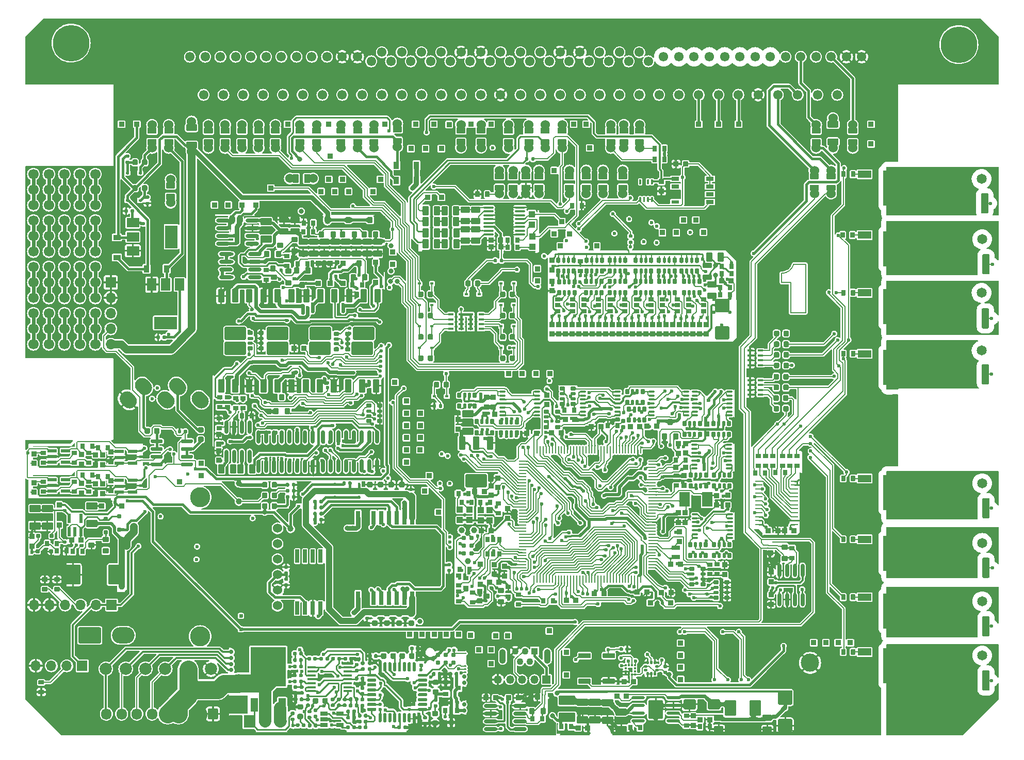
<source format=gtl>
G75*
G70*
%OFA0B0*%
%FSLAX25Y25*%
%IPPOS*%
%LPD*%
%AMOC8*
5,1,8,0,0,1.08239X$1,22.5*
%
%AMM1*
21,1,0.070870,0.036220,0.000000,0.000000,0.000000*
21,1,0.061810,0.045280,0.000000,0.000000,0.000000*
1,1,0.009060,0.030910,-0.018110*
1,1,0.009060,-0.030910,-0.018110*
1,1,0.009060,-0.030910,0.018110*
1,1,0.009060,0.030910,0.018110*
%
%AMM10*
21,1,0.033470,0.026770,0.000000,0.000000,90.000000*
21,1,0.026770,0.033470,0.000000,0.000000,90.000000*
1,1,0.006690,0.013390,0.013390*
1,1,0.006690,0.013390,-0.013390*
1,1,0.006690,-0.013390,-0.013390*
1,1,0.006690,-0.013390,0.013390*
%
%AMM11*
21,1,0.035830,0.026770,0.000000,0.000000,90.000000*
21,1,0.029130,0.033470,0.000000,0.000000,90.000000*
1,1,0.006690,0.013390,0.014570*
1,1,0.006690,0.013390,-0.014570*
1,1,0.006690,-0.013390,-0.014570*
1,1,0.006690,-0.013390,0.014570*
%
%AMM12*
21,1,0.047240,0.015750,0.000000,0.000000,135.000000*
1,1,0.015750,0.016700,-0.016700*
1,1,0.015750,-0.016700,0.016700*
%
%AMM139*
21,1,0.035430,0.030320,-0.000000,-0.000000,0.000000*
21,1,0.028350,0.037400,-0.000000,-0.000000,0.000000*
1,1,0.007090,0.014170,-0.015160*
1,1,0.007090,-0.014170,-0.015160*
1,1,0.007090,-0.014170,0.015160*
1,1,0.007090,0.014170,0.015160*
%
%AMM140*
21,1,0.033470,0.026770,-0.000000,-0.000000,180.000000*
21,1,0.026770,0.033470,-0.000000,-0.000000,180.000000*
1,1,0.006690,-0.013390,0.013390*
1,1,0.006690,0.013390,0.013390*
1,1,0.006690,0.013390,-0.013390*
1,1,0.006690,-0.013390,-0.013390*
%
%AMM141*
21,1,0.027560,0.030710,-0.000000,-0.000000,0.000000*
21,1,0.022050,0.036220,-0.000000,-0.000000,0.000000*
1,1,0.005510,0.011020,-0.015350*
1,1,0.005510,-0.011020,-0.015350*
1,1,0.005510,-0.011020,0.015350*
1,1,0.005510,0.011020,0.015350*
%
%AMM145*
21,1,0.035430,0.030320,0.000000,-0.000000,90.000000*
21,1,0.028350,0.037400,0.000000,-0.000000,90.000000*
1,1,0.007090,0.015160,0.014170*
1,1,0.007090,0.015160,-0.014170*
1,1,0.007090,-0.015160,-0.014170*
1,1,0.007090,-0.015160,0.014170*
%
%AMM146*
21,1,0.033470,0.026770,0.000000,-0.000000,270.000000*
21,1,0.026770,0.033470,0.000000,-0.000000,270.000000*
1,1,0.006690,-0.013390,-0.013390*
1,1,0.006690,-0.013390,0.013390*
1,1,0.006690,0.013390,0.013390*
1,1,0.006690,0.013390,-0.013390*
%
%AMM147*
21,1,0.027560,0.030710,0.000000,-0.000000,90.000000*
21,1,0.022050,0.036220,0.000000,-0.000000,90.000000*
1,1,0.005510,0.015350,0.011020*
1,1,0.005510,0.015350,-0.011020*
1,1,0.005510,-0.015350,-0.011020*
1,1,0.005510,-0.015350,0.011020*
%
%AMM171*
21,1,0.039370,0.049210,-0.000000,-0.000000,270.000000*
21,1,0.031500,0.057090,-0.000000,-0.000000,270.000000*
1,1,0.007870,-0.024610,-0.015750*
1,1,0.007870,-0.024610,0.015750*
1,1,0.007870,0.024610,0.015750*
1,1,0.007870,0.024610,-0.015750*
%
%AMM172*
21,1,0.106300,0.050390,-0.000000,-0.000000,180.000000*
21,1,0.093700,0.062990,-0.000000,-0.000000,180.000000*
1,1,0.012600,-0.046850,0.025200*
1,1,0.012600,0.046850,0.025200*
1,1,0.012600,0.046850,-0.025200*
1,1,0.012600,-0.046850,-0.025200*
%
%AMM173*
21,1,0.074800,0.083460,-0.000000,-0.000000,0.000000*
21,1,0.059840,0.098430,-0.000000,-0.000000,0.000000*
1,1,0.014960,0.029920,-0.041730*
1,1,0.014960,-0.029920,-0.041730*
1,1,0.014960,-0.029920,0.041730*
1,1,0.014960,0.029920,0.041730*
%
%AMM174*
21,1,0.033470,0.026770,-0.000000,-0.000000,0.000000*
21,1,0.026770,0.033470,-0.000000,-0.000000,0.000000*
1,1,0.006690,0.013390,-0.013390*
1,1,0.006690,-0.013390,-0.013390*
1,1,0.006690,-0.013390,0.013390*
1,1,0.006690,0.013390,0.013390*
%
%AMM175*
21,1,0.033470,0.026770,-0.000000,-0.000000,90.000000*
21,1,0.026770,0.033470,-0.000000,-0.000000,90.000000*
1,1,0.006690,0.013390,0.013390*
1,1,0.006690,0.013390,-0.013390*
1,1,0.006690,-0.013390,-0.013390*
1,1,0.006690,-0.013390,0.013390*
%
%AMM176*
21,1,0.122050,0.075590,-0.000000,-0.000000,90.000000*
21,1,0.103150,0.094490,-0.000000,-0.000000,90.000000*
1,1,0.018900,0.037800,0.051580*
1,1,0.018900,0.037800,-0.051580*
1,1,0.018900,-0.037800,-0.051580*
1,1,0.018900,-0.037800,0.051580*
%
%AMM177*
21,1,0.078740,0.053540,-0.000000,-0.000000,0.000000*
21,1,0.065350,0.066930,-0.000000,-0.000000,0.000000*
1,1,0.013390,0.032680,-0.026770*
1,1,0.013390,-0.032680,-0.026770*
1,1,0.013390,-0.032680,0.026770*
1,1,0.013390,0.032680,0.026770*
%
%AMM178*
21,1,0.070870,0.036220,-0.000000,-0.000000,0.000000*
21,1,0.061810,0.045280,-0.000000,-0.000000,0.000000*
1,1,0.009060,0.030910,-0.018110*
1,1,0.009060,-0.030910,-0.018110*
1,1,0.009060,-0.030910,0.018110*
1,1,0.009060,0.030910,0.018110*
%
%AMM179*
21,1,0.086610,0.073230,-0.000000,-0.000000,270.000000*
21,1,0.069290,0.090550,-0.000000,-0.000000,270.000000*
1,1,0.017320,-0.036610,-0.034650*
1,1,0.017320,-0.036610,0.034650*
1,1,0.017320,0.036610,0.034650*
1,1,0.017320,0.036610,-0.034650*
%
%AMM180*
21,1,0.027560,0.030710,-0.000000,-0.000000,270.000000*
21,1,0.022050,0.036220,-0.000000,-0.000000,270.000000*
1,1,0.005510,-0.015350,-0.011020*
1,1,0.005510,-0.015350,0.011020*
1,1,0.005510,0.015350,0.011020*
1,1,0.005510,0.015350,-0.011020*
%
%AMM195*
21,1,0.039370,0.049210,-0.000000,-0.000000,180.000000*
21,1,0.031500,0.057090,-0.000000,-0.000000,180.000000*
1,1,0.007870,-0.015750,0.024610*
1,1,0.007870,0.015750,0.024610*
1,1,0.007870,0.015750,-0.024610*
1,1,0.007870,-0.015750,-0.024610*
%
%AMM196*
21,1,0.039370,0.035430,-0.000000,-0.000000,90.000000*
21,1,0.031500,0.043310,-0.000000,-0.000000,90.000000*
1,1,0.007870,0.017720,0.015750*
1,1,0.007870,0.017720,-0.015750*
1,1,0.007870,-0.017720,-0.015750*
1,1,0.007870,-0.017720,0.015750*
%
%AMM2*
21,1,0.033470,0.026770,0.000000,0.000000,180.000000*
21,1,0.026770,0.033470,0.000000,0.000000,180.000000*
1,1,0.006690,-0.013390,0.013390*
1,1,0.006690,0.013390,0.013390*
1,1,0.006690,0.013390,-0.013390*
1,1,0.006690,-0.013390,-0.013390*
%
%AMM220*
21,1,0.035430,0.050000,-0.000000,-0.000000,90.000000*
21,1,0.028350,0.057090,-0.000000,-0.000000,90.000000*
1,1,0.007090,0.025000,0.014170*
1,1,0.007090,0.025000,-0.014170*
1,1,0.007090,-0.025000,-0.014170*
1,1,0.007090,-0.025000,0.014170*
%
%AMM221*
21,1,0.086610,0.073230,-0.000000,-0.000000,90.000000*
21,1,0.069290,0.090550,-0.000000,-0.000000,90.000000*
1,1,0.017320,0.036610,0.034650*
1,1,0.017320,0.036610,-0.034650*
1,1,0.017320,-0.036610,-0.034650*
1,1,0.017320,-0.036610,0.034650*
%
%AMM222*
21,1,0.039370,0.049210,-0.000000,-0.000000,0.000000*
21,1,0.031500,0.057090,-0.000000,-0.000000,0.000000*
1,1,0.007870,0.015750,-0.024610*
1,1,0.007870,-0.015750,-0.024610*
1,1,0.007870,-0.015750,0.024610*
1,1,0.007870,0.015750,0.024610*
%
%AMM223*
21,1,0.023620,0.030710,-0.000000,-0.000000,270.000000*
21,1,0.018900,0.035430,-0.000000,-0.000000,270.000000*
1,1,0.004720,-0.015350,-0.009450*
1,1,0.004720,-0.015350,0.009450*
1,1,0.004720,0.015350,0.009450*
1,1,0.004720,0.015350,-0.009450*
%
%AMM224*
21,1,0.025590,0.026380,-0.000000,-0.000000,180.000000*
21,1,0.020470,0.031500,-0.000000,-0.000000,180.000000*
1,1,0.005120,-0.010240,0.013190*
1,1,0.005120,0.010240,0.013190*
1,1,0.005120,0.010240,-0.013190*
1,1,0.005120,-0.010240,-0.013190*
%
%AMM225*
21,1,0.017720,0.027950,-0.000000,-0.000000,180.000000*
21,1,0.014170,0.031500,-0.000000,-0.000000,180.000000*
1,1,0.003540,-0.007090,0.013980*
1,1,0.003540,0.007090,0.013980*
1,1,0.003540,0.007090,-0.013980*
1,1,0.003540,-0.007090,-0.013980*
%
%AMM226*
21,1,0.027560,0.030710,-0.000000,-0.000000,180.000000*
21,1,0.022050,0.036220,-0.000000,-0.000000,180.000000*
1,1,0.005510,-0.011020,0.015350*
1,1,0.005510,0.011020,0.015350*
1,1,0.005510,0.011020,-0.015350*
1,1,0.005510,-0.011020,-0.015350*
%
%AMM227*
21,1,0.007870,0.503940,-0.000000,-0.000000,0.000000*
21,1,0.000000,0.511810,-0.000000,-0.000000,0.000000*
1,1,0.007870,-0.000000,-0.251970*
1,1,0.007870,-0.000000,-0.251970*
1,1,0.007870,-0.000000,0.251970*
1,1,0.007870,-0.000000,0.251970*
%
%AMM228*
21,1,0.009840,0.919290,-0.000000,-0.000000,90.000000*
21,1,0.000000,0.929130,-0.000000,-0.000000,90.000000*
1,1,0.009840,0.459650,-0.000000*
1,1,0.009840,0.459650,-0.000000*
1,1,0.009840,-0.459650,-0.000000*
1,1,0.009840,-0.459650,-0.000000*
%
%AMM229*
21,1,0.007870,0.041340,-0.000000,-0.000000,180.000000*
21,1,0.000000,0.049210,-0.000000,-0.000000,180.000000*
1,1,0.007870,-0.000000,0.020670*
1,1,0.007870,-0.000000,0.020670*
1,1,0.007870,-0.000000,-0.020670*
1,1,0.007870,-0.000000,-0.020670*
%
%AMM26*
21,1,0.027560,0.030710,0.000000,0.000000,180.000000*
21,1,0.022050,0.036220,0.000000,0.000000,180.000000*
1,1,0.005510,-0.011020,0.015350*
1,1,0.005510,0.011020,0.015350*
1,1,0.005510,0.011020,-0.015350*
1,1,0.005510,-0.011020,-0.015350*
%
%AMM263*
21,1,0.035430,0.030320,-0.000000,-0.000000,90.000000*
21,1,0.028350,0.037400,-0.000000,-0.000000,90.000000*
1,1,0.007090,0.015160,0.014170*
1,1,0.007090,0.015160,-0.014170*
1,1,0.007090,-0.015160,-0.014170*
1,1,0.007090,-0.015160,0.014170*
%
%AMM264*
21,1,0.035430,0.030320,-0.000000,-0.000000,180.000000*
21,1,0.028350,0.037400,-0.000000,-0.000000,180.000000*
1,1,0.007090,-0.014170,0.015160*
1,1,0.007090,0.014170,0.015160*
1,1,0.007090,0.014170,-0.015160*
1,1,0.007090,-0.014170,-0.015160*
%
%AMM265*
21,1,0.070870,0.036220,-0.000000,-0.000000,180.000000*
21,1,0.061810,0.045280,-0.000000,-0.000000,180.000000*
1,1,0.009060,-0.030910,0.018110*
1,1,0.009060,0.030910,0.018110*
1,1,0.009060,0.030910,-0.018110*
1,1,0.009060,-0.030910,-0.018110*
%
%AMM266*
21,1,0.043310,0.075980,-0.000000,-0.000000,0.000000*
21,1,0.034650,0.084650,-0.000000,-0.000000,0.000000*
1,1,0.008660,0.017320,-0.037990*
1,1,0.008660,-0.017320,-0.037990*
1,1,0.008660,-0.017320,0.037990*
1,1,0.008660,0.017320,0.037990*
%
%AMM267*
21,1,0.043310,0.075990,-0.000000,-0.000000,0.000000*
21,1,0.034650,0.084650,-0.000000,-0.000000,0.000000*
1,1,0.008660,0.017320,-0.037990*
1,1,0.008660,-0.017320,-0.037990*
1,1,0.008660,-0.017320,0.037990*
1,1,0.008660,0.017320,0.037990*
%
%AMM268*
21,1,0.137800,0.067720,-0.000000,-0.000000,0.000000*
21,1,0.120870,0.084650,-0.000000,-0.000000,0.000000*
1,1,0.016930,0.060430,-0.033860*
1,1,0.016930,-0.060430,-0.033860*
1,1,0.016930,-0.060430,0.033860*
1,1,0.016930,0.060430,0.033860*
%
%AMM269*
21,1,0.025590,0.026380,-0.000000,-0.000000,270.000000*
21,1,0.020470,0.031500,-0.000000,-0.000000,270.000000*
1,1,0.005120,-0.013190,-0.010240*
1,1,0.005120,-0.013190,0.010240*
1,1,0.005120,0.013190,0.010240*
1,1,0.005120,0.013190,-0.010240*
%
%AMM270*
21,1,0.017720,0.027950,-0.000000,-0.000000,270.000000*
21,1,0.014170,0.031500,-0.000000,-0.000000,270.000000*
1,1,0.003540,-0.013980,-0.007090*
1,1,0.003540,-0.013980,0.007090*
1,1,0.003540,0.013980,0.007090*
1,1,0.003540,0.013980,-0.007090*
%
%AMM271*
21,1,0.035830,0.026770,-0.000000,-0.000000,270.000000*
21,1,0.029130,0.033470,-0.000000,-0.000000,270.000000*
1,1,0.006690,-0.013390,-0.014570*
1,1,0.006690,-0.013390,0.014570*
1,1,0.006690,0.013390,0.014570*
1,1,0.006690,0.013390,-0.014570*
%
%AMM272*
21,1,0.003940,0.007870,-0.000000,-0.000000,315.000000*
1,1,0.007870,-0.001390,0.001390*
1,1,0.007870,0.001390,-0.001390*
%
%AMM273*
21,1,0.087800,0.007870,-0.000000,-0.000000,225.000000*
1,1,0.007870,0.031040,0.031040*
1,1,0.007870,-0.031040,-0.031040*
%
%AMM274*
21,1,0.031500,0.007870,-0.000000,-0.000000,135.000000*
1,1,0.007870,0.011140,-0.011140*
1,1,0.007870,-0.011140,0.011140*
%
%AMM288*
21,1,0.027560,0.030710,-0.000000,-0.000000,90.000000*
21,1,0.022050,0.036220,-0.000000,-0.000000,90.000000*
1,1,0.005510,0.015350,0.011020*
1,1,0.005510,0.015350,-0.011020*
1,1,0.005510,-0.015350,-0.011020*
1,1,0.005510,-0.015350,0.011020*
%
%AMM289*
21,1,0.015750,0.009840,-0.000000,-0.000000,225.000000*
1,1,0.009840,0.005570,0.005570*
1,1,0.009840,-0.005570,-0.005570*
%
%AMM3*
21,1,0.035430,0.030320,0.000000,0.000000,90.000000*
21,1,0.028350,0.037400,0.000000,0.000000,90.000000*
1,1,0.007090,0.015160,0.014170*
1,1,0.007090,0.015160,-0.014170*
1,1,0.007090,-0.015160,-0.014170*
1,1,0.007090,-0.015160,0.014170*
%
%AMM328*
21,1,0.033470,0.026770,-0.000000,-0.000000,270.000000*
21,1,0.026770,0.033470,-0.000000,-0.000000,270.000000*
1,1,0.006690,-0.013390,-0.013390*
1,1,0.006690,-0.013390,0.013390*
1,1,0.006690,0.013390,0.013390*
1,1,0.006690,0.013390,-0.013390*
%
%AMM329*
21,1,0.023620,0.030710,-0.000000,-0.000000,0.000000*
21,1,0.018900,0.035430,-0.000000,-0.000000,0.000000*
1,1,0.004720,0.009450,-0.015350*
1,1,0.004720,-0.009450,-0.015350*
1,1,0.004720,-0.009450,0.015350*
1,1,0.004720,0.009450,0.015350*
%
%AMM33*
21,1,0.033470,0.026770,0.000000,0.000000,270.000000*
21,1,0.026770,0.033470,0.000000,0.000000,270.000000*
1,1,0.006690,-0.013390,-0.013390*
1,1,0.006690,-0.013390,0.013390*
1,1,0.006690,0.013390,0.013390*
1,1,0.006690,0.013390,-0.013390*
%
%AMM330*
21,1,0.027560,0.018900,-0.000000,-0.000000,0.000000*
21,1,0.022840,0.023620,-0.000000,-0.000000,0.000000*
1,1,0.004720,0.011420,-0.009450*
1,1,0.004720,-0.011420,-0.009450*
1,1,0.004720,-0.011420,0.009450*
1,1,0.004720,0.011420,0.009450*
%
%AMM331*
21,1,0.137800,0.067720,-0.000000,-0.000000,180.000000*
21,1,0.120870,0.084650,-0.000000,-0.000000,180.000000*
1,1,0.016930,-0.060430,0.033860*
1,1,0.016930,0.060430,0.033860*
1,1,0.016930,0.060430,-0.033860*
1,1,0.016930,-0.060430,-0.033860*
%
%AMM332*
21,1,0.043310,0.075980,-0.000000,-0.000000,180.000000*
21,1,0.034650,0.084650,-0.000000,-0.000000,180.000000*
1,1,0.008660,-0.017320,0.037990*
1,1,0.008660,0.017320,0.037990*
1,1,0.008660,0.017320,-0.037990*
1,1,0.008660,-0.017320,-0.037990*
%
%AMM333*
21,1,0.043310,0.075990,-0.000000,-0.000000,180.000000*
21,1,0.034650,0.084650,-0.000000,-0.000000,180.000000*
1,1,0.008660,-0.017320,0.037990*
1,1,0.008660,0.017320,0.037990*
1,1,0.008660,0.017320,-0.037990*
1,1,0.008660,-0.017320,-0.037990*
%
%AMM334*
21,1,0.035830,0.026770,-0.000000,-0.000000,90.000000*
21,1,0.029130,0.033470,-0.000000,-0.000000,90.000000*
1,1,0.006690,0.013390,0.014570*
1,1,0.006690,0.013390,-0.014570*
1,1,0.006690,-0.013390,-0.014570*
1,1,0.006690,-0.013390,0.014570*
%
%AMM335*
21,1,0.025590,0.026380,-0.000000,-0.000000,90.000000*
21,1,0.020470,0.031500,-0.000000,-0.000000,90.000000*
1,1,0.005120,0.013190,0.010240*
1,1,0.005120,0.013190,-0.010240*
1,1,0.005120,-0.013190,-0.010240*
1,1,0.005120,-0.013190,0.010240*
%
%AMM336*
21,1,0.017720,0.027950,-0.000000,-0.000000,90.000000*
21,1,0.014170,0.031500,-0.000000,-0.000000,90.000000*
1,1,0.003540,0.013980,0.007090*
1,1,0.003540,0.013980,-0.007090*
1,1,0.003540,-0.013980,-0.007090*
1,1,0.003540,-0.013980,0.007090*
%
%AMM337*
21,1,0.027560,0.049610,-0.000000,-0.000000,90.000000*
21,1,0.022050,0.055120,-0.000000,-0.000000,90.000000*
1,1,0.005510,0.024800,0.011020*
1,1,0.005510,0.024800,-0.011020*
1,1,0.005510,-0.024800,-0.011020*
1,1,0.005510,-0.024800,0.011020*
%
%AMM338*
21,1,0.035830,0.026770,-0.000000,-0.000000,0.000000*
21,1,0.029130,0.033470,-0.000000,-0.000000,0.000000*
1,1,0.006690,0.014570,-0.013390*
1,1,0.006690,-0.014570,-0.013390*
1,1,0.006690,-0.014570,0.013390*
1,1,0.006690,0.014570,0.013390*
%
%AMM339*
21,1,0.007870,0.029130,-0.000000,-0.000000,45.000000*
21,1,0.000000,0.037010,-0.000000,-0.000000,45.000000*
1,1,0.007870,0.010300,-0.010300*
1,1,0.007870,0.010300,-0.010300*
1,1,0.007870,-0.010300,0.010300*
1,1,0.007870,-0.010300,0.010300*
%
%AMM340*
21,1,0.007870,0.014960,-0.000000,-0.000000,315.000000*
21,1,0.000000,0.022840,-0.000000,-0.000000,315.000000*
1,1,0.007870,-0.005290,-0.005290*
1,1,0.007870,-0.005290,-0.005290*
1,1,0.007870,0.005290,0.005290*
1,1,0.007870,0.005290,0.005290*
%
%AMM341*
21,1,0.007870,0.013780,-0.000000,-0.000000,225.000000*
21,1,0.000000,0.021650,-0.000000,-0.000000,225.000000*
1,1,0.007870,-0.004870,0.004870*
1,1,0.007870,-0.004870,0.004870*
1,1,0.007870,0.004870,-0.004870*
1,1,0.007870,0.004870,-0.004870*
%
%AMM342*
21,1,0.007870,0.039370,-0.000000,-0.000000,225.000000*
21,1,0.000000,0.047240,-0.000000,-0.000000,225.000000*
1,1,0.007870,-0.013920,0.013920*
1,1,0.007870,-0.013920,0.013920*
1,1,0.007870,0.013920,-0.013920*
1,1,0.007870,0.013920,-0.013920*
%
%AMM343*
21,1,0.007870,0.055120,-0.000000,-0.000000,90.000000*
21,1,0.000000,0.062990,-0.000000,-0.000000,90.000000*
1,1,0.007870,0.027560,-0.000000*
1,1,0.007870,0.027560,-0.000000*
1,1,0.007870,-0.027560,-0.000000*
1,1,0.007870,-0.027560,-0.000000*
%
%AMM344*
21,1,0.007870,0.023620,-0.000000,-0.000000,135.000000*
21,1,0.000000,0.031500,-0.000000,-0.000000,135.000000*
1,1,0.007870,0.008350,0.008350*
1,1,0.007870,0.008350,0.008350*
1,1,0.007870,-0.008350,-0.008350*
1,1,0.007870,-0.008350,-0.008350*
%
%AMM345*
21,1,0.007870,1.704720,-0.000000,-0.000000,90.000000*
21,1,0.000000,1.712600,-0.000000,-0.000000,90.000000*
1,1,0.007870,0.852360,-0.000000*
1,1,0.007870,0.852360,-0.000000*
1,1,0.007870,-0.852360,-0.000000*
1,1,0.007870,-0.852360,-0.000000*
%
%AMM346*
21,1,0.007870,1.405510,-0.000000,-0.000000,0.000000*
21,1,0.000000,1.413390,-0.000000,-0.000000,0.000000*
1,1,0.007870,-0.000000,-0.702760*
1,1,0.007870,-0.000000,-0.702760*
1,1,0.007870,-0.000000,0.702760*
1,1,0.007870,-0.000000,0.702760*
%
%AMM347*
21,1,0.007870,1.787400,-0.000000,-0.000000,90.000000*
21,1,0.000000,1.795280,-0.000000,-0.000000,90.000000*
1,1,0.007870,0.893700,-0.000000*
1,1,0.007870,0.893700,-0.000000*
1,1,0.007870,-0.893700,-0.000000*
1,1,0.007870,-0.893700,-0.000000*
%
%AMM348*
21,1,0.007870,1.416930,-0.000000,-0.000000,0.000000*
21,1,0.000000,1.424800,-0.000000,-0.000000,0.000000*
1,1,0.007870,-0.000000,-0.708470*
1,1,0.007870,-0.000000,-0.708470*
1,1,0.007870,-0.000000,0.708470*
1,1,0.007870,-0.000000,0.708470*
%
%AMM349*
21,1,0.009840,0.017720,-0.000000,-0.000000,0.000000*
21,1,0.000000,0.027560,-0.000000,-0.000000,0.000000*
1,1,0.009840,-0.000000,-0.008860*
1,1,0.009840,-0.000000,-0.008860*
1,1,0.009840,-0.000000,0.008860*
1,1,0.009840,-0.000000,0.008860*
%
%AMM4*
21,1,0.021650,0.052760,0.000000,0.000000,0.000000*
21,1,0.017320,0.057090,0.000000,0.000000,0.000000*
1,1,0.004330,0.008660,-0.026380*
1,1,0.004330,-0.008660,-0.026380*
1,1,0.004330,-0.008660,0.026380*
1,1,0.004330,0.008660,0.026380*
%
%AMM5*
21,1,0.094490,0.111020,0.000000,0.000000,180.000000*
21,1,0.075590,0.129920,0.000000,0.000000,180.000000*
1,1,0.018900,-0.037800,0.055510*
1,1,0.018900,0.037800,0.055510*
1,1,0.018900,0.037800,-0.055510*
1,1,0.018900,-0.037800,-0.055510*
%
%AMM6*
21,1,0.023620,0.018900,0.000000,0.000000,270.000000*
21,1,0.018900,0.023620,0.000000,0.000000,270.000000*
1,1,0.004720,-0.009450,-0.009450*
1,1,0.004720,-0.009450,0.009450*
1,1,0.004720,0.009450,0.009450*
1,1,0.004720,0.009450,-0.009450*
%
%AMM7*
21,1,0.035830,0.026770,0.000000,0.000000,0.000000*
21,1,0.029130,0.033470,0.000000,0.000000,0.000000*
1,1,0.006690,0.014570,-0.013390*
1,1,0.006690,-0.014570,-0.013390*
1,1,0.006690,-0.014570,0.013390*
1,1,0.006690,0.014570,0.013390*
%
%AMM71*
21,1,0.021650,0.052760,0.000000,0.000000,270.000000*
21,1,0.017320,0.057090,0.000000,0.000000,270.000000*
1,1,0.004330,-0.026380,-0.008660*
1,1,0.004330,-0.026380,0.008660*
1,1,0.004330,0.026380,0.008660*
1,1,0.004330,0.026380,-0.008660*
%
%AMM72*
21,1,0.027560,0.030710,0.000000,0.000000,270.000000*
21,1,0.022050,0.036220,0.000000,0.000000,270.000000*
1,1,0.005510,-0.015350,-0.011020*
1,1,0.005510,-0.015350,0.011020*
1,1,0.005510,0.015350,0.011020*
1,1,0.005510,0.015350,-0.011020*
%
%AMM8*
21,1,0.023620,0.018900,0.000000,0.000000,180.000000*
21,1,0.018900,0.023620,0.000000,0.000000,180.000000*
1,1,0.004720,-0.009450,0.009450*
1,1,0.004720,0.009450,0.009450*
1,1,0.004720,0.009450,-0.009450*
1,1,0.004720,-0.009450,-0.009450*
%
%AMM9*
21,1,0.027560,0.030710,0.000000,0.000000,0.000000*
21,1,0.022050,0.036220,0.000000,0.000000,0.000000*
1,1,0.005510,0.011020,-0.015350*
1,1,0.005510,-0.011020,-0.015350*
1,1,0.005510,-0.011020,0.015350*
1,1,0.005510,0.011020,0.015350*
%
%ADD10C,0.00787*%
%ADD100R,0.07874X0.14961*%
%ADD101R,0.01772X0.02362*%
%ADD102R,0.04724X0.03543*%
%ADD103C,0.03150*%
%ADD104C,0.03200*%
%ADD105C,0.01575*%
%ADD106C,0.01181*%
%ADD107C,0.01800*%
%ADD108C,0.00984*%
%ADD11C,0.23622*%
%ADD12C,0.06102*%
%ADD121C,0.00800*%
%ADD13C,0.06000*%
%ADD14R,0.08661X0.04724*%
%ADD143M1*%
%ADD144M2*%
%ADD145M3*%
%ADD146M4*%
%ADD147M5*%
%ADD148M6*%
%ADD149M7*%
%ADD15R,0.25197X0.22835*%
%ADD150M8*%
%ADD151M9*%
%ADD152M10*%
%ADD153M11*%
%ADD154O,0.03937X0.34429*%
%ADD155O,0.00787X0.36221*%
%ADD156O,0.03937X0.01968*%
%ADD157O,0.00787X0.01968*%
%ADD158M12*%
%ADD159C,0.01968*%
%ADD16R,0.06693X0.06693*%
%ADD17O,0.06693X0.06693*%
%ADD175O,0.08661X0.02362*%
%ADD177M26*%
%ADD178O,0.01968X0.00984*%
%ADD179O,0.00984X0.01968*%
%ADD18R,0.02520X0.08504*%
%ADD186R,0.04724X0.08661*%
%ADD187R,0.22835X0.25197*%
%ADD188R,0.03543X0.03150*%
%ADD189R,0.05709X0.01772*%
%ADD19C,0.06496*%
%ADD190R,0.04803X0.02559*%
%ADD191R,0.03150X0.03543*%
%ADD192C,0.03100*%
%ADD193R,0.07500X0.07874*%
%ADD194O,0.07500X0.07874*%
%ADD195C,0.01969*%
%ADD196C,0.03900*%
%ADD20R,0.02362X0.01772*%
%ADD202M33*%
%ADD203O,0.08661X0.01968*%
%ADD209O,0.01968X0.03937*%
%ADD21R,0.03346X0.03346*%
%ADD210O,0.01968X0.11811*%
%ADD211O,0.01575X0.28347*%
%ADD22R,0.03543X0.04724*%
%ADD223O,0.07087X0.01378*%
%ADD23R,0.05315X0.05315*%
%ADD24O,0.05315X0.05315*%
%ADD25C,0.11811*%
%ADD250M71*%
%ADD251M72*%
%ADD26C,0.06693*%
%ADD261O,0.02362X0.08661*%
%ADD27R,0.03543X0.01575*%
%ADD28C,0.07874*%
%ADD281O,0.04961X0.00984*%
%ADD283O,0.00984X0.40158*%
%ADD287O,0.05118X0.00866*%
%ADD288O,0.00866X0.05118*%
%ADD29C,0.03937*%
%ADD293O,0.04331X0.01181*%
%ADD294R,0.06693X0.09449*%
%ADD30R,0.03150X0.08661*%
%ADD31R,0.08000X0.20000*%
%ADD311R,0.01968X0.01968*%
%ADD32C,0.05118*%
%ADD33R,0.45000X0.30000*%
%ADD34O,0.00787X0.22323*%
%ADD347M139*%
%ADD348M140*%
%ADD349M141*%
%ADD35O,0.43701X0.00787*%
%ADD353M145*%
%ADD354M146*%
%ADD355M147*%
%ADD36O,0.38583X0.01575*%
%ADD37O,0.01969X0.00984*%
%ADD38O,0.00787X0.26772*%
%ADD39O,0.00984X0.01969*%
%ADD40C,0.02362*%
%ADD400M171*%
%ADD401M172*%
%ADD402M173*%
%ADD403M174*%
%ADD404M175*%
%ADD405M176*%
%ADD406M177*%
%ADD407M178*%
%ADD408M179*%
%ADD409M180*%
%ADD41R,0.01378X0.01476*%
%ADD42R,0.01476X0.01378*%
%ADD43O,0.00787X0.03937*%
%ADD430M195*%
%ADD431M196*%
%ADD44O,0.20472X0.00787*%
%ADD45O,0.69291X0.00787*%
%ADD455M220*%
%ADD456M221*%
%ADD457M222*%
%ADD458M223*%
%ADD459M224*%
%ADD46O,0.50394X0.00787*%
%ADD460M225*%
%ADD461M226*%
%ADD462M227*%
%ADD463M228*%
%ADD464M229*%
%ADD47O,0.14567X0.10630*%
%ADD48C,0.02756*%
%ADD49R,0.00984X0.11811*%
%ADD50R,0.00984X0.12205*%
%ADD51R,0.00984X0.08858*%
%ADD513M263*%
%ADD514M264*%
%ADD515M265*%
%ADD516M266*%
%ADD517M267*%
%ADD518M268*%
%ADD519M269*%
%ADD52R,0.00984X0.05709*%
%ADD520M270*%
%ADD521M271*%
%ADD522M272*%
%ADD523M273*%
%ADD524M274*%
%ADD53R,1.54528X0.00984*%
%ADD54R,0.00984X0.11614*%
%ADD542M288*%
%ADD543M289*%
%ADD55R,0.00984X0.03740*%
%ADD56O,0.01575X0.28346*%
%ADD57O,1.18110X0.01575*%
%ADD58O,0.19685X0.01575*%
%ADD586M328*%
%ADD587M329*%
%ADD588M330*%
%ADD589M331*%
%ADD59O,0.03937X0.01969*%
%ADD590M332*%
%ADD591M333*%
%ADD592M334*%
%ADD593M335*%
%ADD594M336*%
%ADD595M337*%
%ADD596M338*%
%ADD597M339*%
%ADD598M340*%
%ADD599M341*%
%ADD60O,0.00787X0.12205*%
%ADD600M342*%
%ADD601M343*%
%ADD602M344*%
%ADD603M345*%
%ADD604M346*%
%ADD605M347*%
%ADD606M348*%
%ADD607M349*%
%ADD61O,0.01969X0.11811*%
%ADD62O,1.39370X0.01575*%
%ADD63O,0.06693X0.07283*%
%ADD64R,0.05157X0.02559*%
%ADD65R,0.05157X0.02362*%
%ADD66R,0.05217X0.05906*%
%ADD67R,0.04331X0.04331*%
%ADD68C,0.04331*%
%ADD69O,0.04331X0.09449*%
%ADD70C,0.13000*%
%ADD71O,0.00787X0.14173*%
%ADD72O,0.00787X0.16732*%
%ADD73O,0.00787X0.56693*%
%ADD74O,0.00787X0.34744*%
%ADD75O,0.06693X0.00787*%
%ADD76O,1.01181X0.00787*%
%ADD77O,0.44587X0.00787*%
%ADD78O,0.00787X1.01772*%
%ADD79O,0.00787X0.16339*%
%ADD80O,0.03937X0.05906*%
%ADD81O,0.03150X0.02362*%
%ADD82R,0.09449X0.06299*%
%ADD83O,0.03937X0.34428*%
%ADD84O,0.00787X0.36220*%
%ADD85O,0.00787X0.01969*%
%ADD86O,0.25591X0.00787*%
%ADD87O,0.01575X0.21260*%
%ADD88O,0.54331X0.00787*%
%ADD89O,0.35433X0.01575*%
%ADD90O,0.00984X0.40157*%
%ADD91O,0.22835X0.00984*%
%ADD92O,0.00787X0.01575*%
%ADD93R,0.05906X0.07874*%
%ADD94R,0.14961X0.07874*%
%ADD95O,0.22323X0.00787*%
%ADD96O,0.00787X0.43701*%
%ADD97O,0.01575X0.38583*%
%ADD98O,0.26772X0.00787*%
%ADD99R,0.07874X0.05906*%
X0000000Y0000000D02*
%LPD*%
G01*
D10*
X0489101Y0293427D02*
X0489101Y0299333D01*
X0489101Y0293427D02*
X0495006Y0293427D01*
X0495006Y0293427D02*
X0495006Y0273742D01*
X0495006Y0273742D02*
X0504849Y0273742D01*
X0504849Y0305238D02*
X0496975Y0305238D01*
X0504849Y0273742D02*
X0504849Y0305238D01*
X0496975Y0305238D02*
G75*
G02*
X0489101Y0299333I-007565J0001885D01*
G01*
D11*
X0030050Y0448253D03*
X0603711Y0447268D03*
D12*
X0106861Y0439394D03*
X0126546Y0439394D03*
X0146231Y0439394D03*
X0165916Y0439394D03*
X0185601Y0439394D03*
X0205286Y0439394D03*
X0223987Y0436442D03*
X0236782Y0436442D03*
X0249577Y0436442D03*
X0262373Y0436442D03*
X0275168Y0436442D03*
X0287963Y0436442D03*
X0300758Y0436442D03*
X0313554Y0436442D03*
X0326349Y0436442D03*
X0339144Y0436442D03*
X0351940Y0436442D03*
X0364735Y0436442D03*
X0377530Y0436442D03*
X0390325Y0436442D03*
X0403121Y0436442D03*
X0422806Y0439394D03*
X0442491Y0439394D03*
X0462176Y0439394D03*
X0481861Y0439394D03*
X0501546Y0439394D03*
X0521231Y0439394D03*
X0540916Y0439394D03*
X0116703Y0439394D03*
X0136388Y0439394D03*
X0156073Y0439394D03*
X0175758Y0439394D03*
X0195444Y0439394D03*
X0215129Y0439394D03*
X0230877Y0442347D03*
X0243672Y0442347D03*
X0256467Y0442347D03*
X0269262Y0442347D03*
X0282058Y0442347D03*
X0294853Y0442347D03*
X0307648Y0442347D03*
X0320444Y0442347D03*
X0333239Y0442347D03*
X0346034Y0442347D03*
X0358829Y0442347D03*
X0371625Y0442347D03*
X0384420Y0442347D03*
X0397215Y0442347D03*
X0412963Y0439394D03*
X0432648Y0439394D03*
X0452333Y0439394D03*
X0472018Y0439394D03*
X0491703Y0439394D03*
X0511388Y0439394D03*
X0531073Y0439394D03*
X0115719Y0414788D03*
X0128514Y0414788D03*
X0141310Y0414788D03*
X0154105Y0414788D03*
X0166900Y0414788D03*
X0179695Y0414788D03*
X0192491Y0414788D03*
X0205286Y0414788D03*
X0218081Y0414788D03*
X0230877Y0414788D03*
X0243672Y0414788D03*
X0256467Y0414788D03*
X0269262Y0414788D03*
X0282058Y0414788D03*
X0294853Y0414788D03*
X0307648Y0414788D03*
X0320444Y0414788D03*
X0333239Y0414788D03*
X0346034Y0414788D03*
X0358829Y0414788D03*
X0371625Y0414788D03*
X0384420Y0414788D03*
X0397215Y0414788D03*
X0410010Y0414788D03*
X0422806Y0414788D03*
X0435601Y0414788D03*
X0448396Y0414788D03*
X0461192Y0414788D03*
X0473987Y0414788D03*
X0486782Y0414788D03*
X0499577Y0414788D03*
X0512373Y0414788D03*
X0525168Y0414788D03*
D13*
X0082387Y0395385D03*
G36*
G01*
X0079926Y0393593D02*
X0084847Y0393593D01*
G75*
G02*
X0085241Y0393200I0000000J-000394D01*
G01*
X0085241Y0390050D01*
G75*
G02*
X0084847Y0389656I-000394J0000000D01*
G01*
X0079926Y0389656D01*
G75*
G02*
X0079532Y0390050I0000000J0000394D01*
G01*
X0079532Y0393200D01*
G75*
G02*
X0079926Y0393593I0000394J0000000D01*
G01*
G37*
G36*
G01*
X0079926Y0386113D02*
X0084847Y0386113D01*
G75*
G02*
X0085241Y0385719I0000000J-000394D01*
G01*
X0085241Y0382570D01*
G75*
G02*
X0084847Y0382176I-000394J0000000D01*
G01*
X0079926Y0382176D01*
G75*
G02*
X0079532Y0382570I0000000J0000394D01*
G01*
X0079532Y0385719D01*
G75*
G02*
X0079926Y0386113I0000394J0000000D01*
G01*
G37*
X0082387Y0380385D03*
X0118804Y0395385D03*
G36*
G01*
X0116344Y0393593D02*
X0121265Y0393593D01*
G75*
G02*
X0121658Y0393200I0000000J-000394D01*
G01*
X0121658Y0390050D01*
G75*
G02*
X0121265Y0389656I-000394J0000000D01*
G01*
X0116344Y0389656D01*
G75*
G02*
X0115950Y0390050I0000000J0000394D01*
G01*
X0115950Y0393200D01*
G75*
G02*
X0116344Y0393593I0000394J0000000D01*
G01*
G37*
G36*
G01*
X0116344Y0386113D02*
X0121265Y0386113D01*
G75*
G02*
X0121658Y0385719I0000000J-000394D01*
G01*
X0121658Y0382570D01*
G75*
G02*
X0121265Y0382176I-000394J0000000D01*
G01*
X0116344Y0382176D01*
G75*
G02*
X0115950Y0382570I0000000J0000394D01*
G01*
X0115950Y0385719D01*
G75*
G02*
X0116344Y0386113I0000394J0000000D01*
G01*
G37*
X0118804Y0380385D03*
X0140458Y0395385D03*
G36*
G01*
X0137997Y0393593D02*
X0142918Y0393593D01*
G75*
G02*
X0143312Y0393200I0000000J-000394D01*
G01*
X0143312Y0390050D01*
G75*
G02*
X0142918Y0389656I-000394J0000000D01*
G01*
X0137997Y0389656D01*
G75*
G02*
X0137603Y0390050I0000000J0000394D01*
G01*
X0137603Y0393200D01*
G75*
G02*
X0137997Y0393593I0000394J0000000D01*
G01*
G37*
G36*
G01*
X0137997Y0386113D02*
X0142918Y0386113D01*
G75*
G02*
X0143312Y0385719I0000000J-000394D01*
G01*
X0143312Y0382570D01*
G75*
G02*
X0142918Y0382176I-000394J0000000D01*
G01*
X0137997Y0382176D01*
G75*
G02*
X0137603Y0382570I0000000J0000394D01*
G01*
X0137603Y0385719D01*
G75*
G02*
X0137997Y0386113I0000394J0000000D01*
G01*
G37*
X0140458Y0380385D03*
X0177859Y0395385D03*
G36*
G01*
X0175399Y0393593D02*
X0180320Y0393593D01*
G75*
G02*
X0180714Y0393200I0000000J-000394D01*
G01*
X0180714Y0390050D01*
G75*
G02*
X0180320Y0389656I-000394J0000000D01*
G01*
X0175399Y0389656D01*
G75*
G02*
X0175005Y0390050I0000000J0000394D01*
G01*
X0175005Y0393200D01*
G75*
G02*
X0175399Y0393593I0000394J0000000D01*
G01*
G37*
G36*
G01*
X0175399Y0386113D02*
X0180320Y0386113D01*
G75*
G02*
X0180714Y0385719I0000000J-000394D01*
G01*
X0180714Y0382570D01*
G75*
G02*
X0180320Y0382176I-000394J0000000D01*
G01*
X0175399Y0382176D01*
G75*
G02*
X0175005Y0382570I0000000J0000394D01*
G01*
X0175005Y0385719D01*
G75*
G02*
X0175399Y0386113I0000394J0000000D01*
G01*
G37*
X0177859Y0380385D03*
X0204434Y0395385D03*
G36*
G01*
X0201973Y0393593D02*
X0206895Y0393593D01*
G75*
G02*
X0207288Y0393200I0000000J-000394D01*
G01*
X0207288Y0390050D01*
G75*
G02*
X0206895Y0389656I-000394J0000000D01*
G01*
X0201973Y0389656D01*
G75*
G02*
X0201580Y0390050I0000000J0000394D01*
G01*
X0201580Y0393200D01*
G75*
G02*
X0201973Y0393593I0000394J0000000D01*
G01*
G37*
G36*
G01*
X0201973Y0386113D02*
X0206895Y0386113D01*
G75*
G02*
X0207288Y0385719I0000000J-000394D01*
G01*
X0207288Y0382570D01*
G75*
G02*
X0206895Y0382176I-000394J0000000D01*
G01*
X0201973Y0382176D01*
G75*
G02*
X0201580Y0382570I0000000J0000394D01*
G01*
X0201580Y0385719D01*
G75*
G02*
X0201973Y0386113I0000394J0000000D01*
G01*
G37*
X0204434Y0380385D03*
X0336324Y0395385D03*
G36*
G01*
X0333863Y0393593D02*
X0338784Y0393593D01*
G75*
G02*
X0339178Y0393200I0000000J-000394D01*
G01*
X0339178Y0390050D01*
G75*
G02*
X0338784Y0389656I-000394J0000000D01*
G01*
X0333863Y0389656D01*
G75*
G02*
X0333470Y0390050I0000000J0000394D01*
G01*
X0333470Y0393200D01*
G75*
G02*
X0333863Y0393593I0000394J0000000D01*
G01*
G37*
G36*
G01*
X0333863Y0386113D02*
X0338784Y0386113D01*
G75*
G02*
X0339178Y0385719I0000000J-000394D01*
G01*
X0339178Y0382570D01*
G75*
G02*
X0338784Y0382176I-000394J0000000D01*
G01*
X0333863Y0382176D01*
G75*
G02*
X0333470Y0382570I0000000J0000394D01*
G01*
X0333470Y0385719D01*
G75*
G02*
X0333863Y0386113I0000394J0000000D01*
G01*
G37*
X0336324Y0380385D03*
X0347347Y0395385D03*
G36*
G01*
X0344887Y0393593D02*
X0349808Y0393593D01*
G75*
G02*
X0350202Y0393200I0000000J-000394D01*
G01*
X0350202Y0390050D01*
G75*
G02*
X0349808Y0389656I-000394J0000000D01*
G01*
X0344887Y0389656D01*
G75*
G02*
X0344493Y0390050I0000000J0000394D01*
G01*
X0344493Y0393200D01*
G75*
G02*
X0344887Y0393593I0000394J0000000D01*
G01*
G37*
G36*
G01*
X0344887Y0386113D02*
X0349808Y0386113D01*
G75*
G02*
X0350202Y0385719I0000000J-000394D01*
G01*
X0350202Y0382570D01*
G75*
G02*
X0349808Y0382176I-000394J0000000D01*
G01*
X0344887Y0382176D01*
G75*
G02*
X0344493Y0382570I0000000J0000394D01*
G01*
X0344493Y0385719D01*
G75*
G02*
X0344887Y0386113I0000394J0000000D01*
G01*
G37*
X0347347Y0380385D03*
X0373725Y0365857D03*
G36*
G01*
X0371265Y0364066D02*
X0376186Y0364066D01*
G75*
G02*
X0376580Y0363672I0000000J-000394D01*
G01*
X0376580Y0360523D01*
G75*
G02*
X0376186Y0360129I-000394J0000000D01*
G01*
X0371265Y0360129D01*
G75*
G02*
X0370871Y0360523I0000000J0000394D01*
G01*
X0370871Y0363672D01*
G75*
G02*
X0371265Y0364066I0000394J0000000D01*
G01*
G37*
G36*
G01*
X0371265Y0356586D02*
X0376186Y0356586D01*
G75*
G02*
X0376580Y0356192I0000000J-000394D01*
G01*
X0376580Y0353042D01*
G75*
G02*
X0376186Y0352649I-000394J0000000D01*
G01*
X0371265Y0352649D01*
G75*
G02*
X0370871Y0353042I0000000J0000394D01*
G01*
X0370871Y0356192D01*
G75*
G02*
X0371265Y0356586I0000394J0000000D01*
G01*
G37*
X0373725Y0350857D03*
X0386521Y0365857D03*
G36*
G01*
X0384060Y0364066D02*
X0388981Y0364066D01*
G75*
G02*
X0389375Y0363672I0000000J-000394D01*
G01*
X0389375Y0360523D01*
G75*
G02*
X0388981Y0360129I-000394J0000000D01*
G01*
X0384060Y0360129D01*
G75*
G02*
X0383666Y0360523I0000000J0000394D01*
G01*
X0383666Y0363672D01*
G75*
G02*
X0384060Y0364066I0000394J0000000D01*
G01*
G37*
G36*
G01*
X0384060Y0356586D02*
X0388981Y0356586D01*
G75*
G02*
X0389375Y0356192I0000000J-000394D01*
G01*
X0389375Y0353042D01*
G75*
G02*
X0388981Y0352649I-000394J0000000D01*
G01*
X0384060Y0352649D01*
G75*
G02*
X0383666Y0353042I0000000J0000394D01*
G01*
X0383666Y0356192D01*
G75*
G02*
X0384060Y0356586I0000394J0000000D01*
G01*
G37*
X0386521Y0350857D03*
X0511521Y0395385D03*
G36*
G01*
X0509060Y0393593D02*
X0513981Y0393593D01*
G75*
G02*
X0514375Y0393200I0000000J-000394D01*
G01*
X0514375Y0390050D01*
G75*
G02*
X0513981Y0389656I-000394J0000000D01*
G01*
X0509060Y0389656D01*
G75*
G02*
X0508666Y0390050I0000000J0000394D01*
G01*
X0508666Y0393200D01*
G75*
G02*
X0509060Y0393593I0000394J0000000D01*
G01*
G37*
G36*
G01*
X0509060Y0386113D02*
X0513981Y0386113D01*
G75*
G02*
X0514375Y0385719I0000000J-000394D01*
G01*
X0514375Y0382570D01*
G75*
G02*
X0513981Y0382176I-000394J0000000D01*
G01*
X0509060Y0382176D01*
G75*
G02*
X0508666Y0382570I0000000J0000394D01*
G01*
X0508666Y0385719D01*
G75*
G02*
X0509060Y0386113I0000394J0000000D01*
G01*
G37*
X0511521Y0380385D03*
X0535143Y0395385D03*
G36*
G01*
X0532682Y0393593D02*
X0537603Y0393593D01*
G75*
G02*
X0537997Y0393200I0000000J-000394D01*
G01*
X0537997Y0390050D01*
G75*
G02*
X0537603Y0389656I-000394J0000000D01*
G01*
X0532682Y0389656D01*
G75*
G02*
X0532288Y0390050I0000000J0000394D01*
G01*
X0532288Y0393200D01*
G75*
G02*
X0532682Y0393593I0000394J0000000D01*
G01*
G37*
G36*
G01*
X0532682Y0386113D02*
X0537603Y0386113D01*
G75*
G02*
X0537997Y0385719I0000000J-000394D01*
G01*
X0537997Y0382570D01*
G75*
G02*
X0537603Y0382176I-000394J0000000D01*
G01*
X0532682Y0382176D01*
G75*
G02*
X0532288Y0382570I0000000J0000394D01*
G01*
X0532288Y0385719D01*
G75*
G02*
X0532682Y0386113I0000394J0000000D01*
G01*
G37*
X0535143Y0380385D03*
X0093214Y0395385D03*
G36*
G01*
X0090753Y0393593D02*
X0095674Y0393593D01*
G75*
G02*
X0096068Y0393200I0000000J-000394D01*
G01*
X0096068Y0390050D01*
G75*
G02*
X0095674Y0389656I-000394J0000000D01*
G01*
X0090753Y0389656D01*
G75*
G02*
X0090359Y0390050I0000000J0000394D01*
G01*
X0090359Y0393200D01*
G75*
G02*
X0090753Y0393593I0000394J0000000D01*
G01*
G37*
G36*
G01*
X0090753Y0386113D02*
X0095674Y0386113D01*
G75*
G02*
X0096068Y0385719I0000000J-000394D01*
G01*
X0096068Y0382570D01*
G75*
G02*
X0095674Y0382176I-000394J0000000D01*
G01*
X0090753Y0382176D01*
G75*
G02*
X0090359Y0382570I0000000J0000394D01*
G01*
X0090359Y0385719D01*
G75*
G02*
X0090753Y0386113I0000394J0000000D01*
G01*
G37*
X0093214Y0380385D03*
X0129631Y0395385D03*
G36*
G01*
X0127170Y0393593D02*
X0132092Y0393593D01*
G75*
G02*
X0132485Y0393200I0000000J-000394D01*
G01*
X0132485Y0390050D01*
G75*
G02*
X0132092Y0389656I-000394J0000000D01*
G01*
X0127170Y0389656D01*
G75*
G02*
X0126777Y0390050I0000000J0000394D01*
G01*
X0126777Y0393200D01*
G75*
G02*
X0127170Y0393593I0000394J0000000D01*
G01*
G37*
G36*
G01*
X0127170Y0386113D02*
X0132092Y0386113D01*
G75*
G02*
X0132485Y0385719I0000000J-000394D01*
G01*
X0132485Y0382570D01*
G75*
G02*
X0132092Y0382176I-000394J0000000D01*
G01*
X0127170Y0382176D01*
G75*
G02*
X0126777Y0382570I0000000J0000394D01*
G01*
X0126777Y0385719D01*
G75*
G02*
X0127170Y0386113I0000394J0000000D01*
G01*
G37*
X0129631Y0380385D03*
X0162111Y0395385D03*
G36*
G01*
X0159651Y0393593D02*
X0164572Y0393593D01*
G75*
G02*
X0164966Y0393200I0000000J-000394D01*
G01*
X0164966Y0390050D01*
G75*
G02*
X0164572Y0389656I-000394J0000000D01*
G01*
X0159651Y0389656D01*
G75*
G02*
X0159257Y0390050I0000000J0000394D01*
G01*
X0159257Y0393200D01*
G75*
G02*
X0159651Y0393593I0000394J0000000D01*
G01*
G37*
G36*
G01*
X0159651Y0386113D02*
X0164572Y0386113D01*
G75*
G02*
X0164966Y0385719I0000000J-000394D01*
G01*
X0164966Y0382570D01*
G75*
G02*
X0164572Y0382176I-000394J0000000D01*
G01*
X0159651Y0382176D01*
G75*
G02*
X0159257Y0382570I0000000J0000394D01*
G01*
X0159257Y0385719D01*
G75*
G02*
X0159651Y0386113I0000394J0000000D01*
G01*
G37*
X0162111Y0380385D03*
X0188686Y0395385D03*
G36*
G01*
X0186225Y0393593D02*
X0191147Y0393593D01*
G75*
G02*
X0191540Y0393200I0000000J-000394D01*
G01*
X0191540Y0390050D01*
G75*
G02*
X0191147Y0389656I-000394J0000000D01*
G01*
X0186225Y0389656D01*
G75*
G02*
X0185832Y0390050I0000000J0000394D01*
G01*
X0185832Y0393200D01*
G75*
G02*
X0186225Y0393593I0000394J0000000D01*
G01*
G37*
G36*
G01*
X0186225Y0386113D02*
X0191147Y0386113D01*
G75*
G02*
X0191540Y0385719I0000000J-000394D01*
G01*
X0191540Y0382570D01*
G75*
G02*
X0191147Y0382176I-000394J0000000D01*
G01*
X0186225Y0382176D01*
G75*
G02*
X0185832Y0382570I0000000J0000394D01*
G01*
X0185832Y0385719D01*
G75*
G02*
X0186225Y0386113I0000394J0000000D01*
G01*
G37*
X0188686Y0380385D03*
X0225694Y0395385D03*
G36*
G01*
X0223233Y0393593D02*
X0228155Y0393593D01*
G75*
G02*
X0228548Y0393200I0000000J-000394D01*
G01*
X0228548Y0390050D01*
G75*
G02*
X0228155Y0389656I-000394J0000000D01*
G01*
X0223233Y0389656D01*
G75*
G02*
X0222840Y0390050I0000000J0000394D01*
G01*
X0222840Y0393200D01*
G75*
G02*
X0223233Y0393593I0000394J0000000D01*
G01*
G37*
G36*
G01*
X0223233Y0386113D02*
X0228155Y0386113D01*
G75*
G02*
X0228548Y0385719I0000000J-000394D01*
G01*
X0228548Y0382570D01*
G75*
G02*
X0228155Y0382176I-000394J0000000D01*
G01*
X0223233Y0382176D01*
G75*
G02*
X0222840Y0382570I0000000J0000394D01*
G01*
X0222840Y0385719D01*
G75*
G02*
X0223233Y0386113I0000394J0000000D01*
G01*
G37*
X0225694Y0380385D03*
X0306796Y0365857D03*
G36*
G01*
X0304336Y0364066D02*
X0309257Y0364066D01*
G75*
G02*
X0309651Y0363672I0000000J-000394D01*
G01*
X0309651Y0360523D01*
G75*
G02*
X0309257Y0360129I-000394J0000000D01*
G01*
X0304336Y0360129D01*
G75*
G02*
X0303942Y0360523I0000000J0000394D01*
G01*
X0303942Y0363672D01*
G75*
G02*
X0304336Y0364066I0000394J0000000D01*
G01*
G37*
G36*
G01*
X0304336Y0356586D02*
X0309257Y0356586D01*
G75*
G02*
X0309651Y0356192I0000000J-000394D01*
G01*
X0309651Y0353042D01*
G75*
G02*
X0309257Y0352649I-000394J0000000D01*
G01*
X0304336Y0352649D01*
G75*
G02*
X0303942Y0353042I0000000J0000394D01*
G01*
X0303942Y0356192D01*
G75*
G02*
X0304336Y0356586I0000394J0000000D01*
G01*
G37*
X0306796Y0350857D03*
X0315655Y0365857D03*
G36*
G01*
X0313194Y0364066D02*
X0318115Y0364066D01*
G75*
G02*
X0318509Y0363672I0000000J-000394D01*
G01*
X0318509Y0360523D01*
G75*
G02*
X0318115Y0360129I-000394J0000000D01*
G01*
X0313194Y0360129D01*
G75*
G02*
X0312800Y0360523I0000000J0000394D01*
G01*
X0312800Y0363672D01*
G75*
G02*
X0313194Y0364066I0000394J0000000D01*
G01*
G37*
G36*
G01*
X0313194Y0356586D02*
X0318115Y0356586D01*
G75*
G02*
X0318509Y0356192I0000000J-000394D01*
G01*
X0318509Y0353042D01*
G75*
G02*
X0318115Y0352649I-000394J0000000D01*
G01*
X0313194Y0352649D01*
G75*
G02*
X0312800Y0353042I0000000J0000394D01*
G01*
X0312800Y0356192D01*
G75*
G02*
X0313194Y0356586I0000394J0000000D01*
G01*
G37*
X0315655Y0350857D03*
X0325891Y0395385D03*
G36*
G01*
X0323430Y0393594D02*
X0328351Y0393594D01*
G75*
G02*
X0328745Y0393200I0000000J-000394D01*
G01*
X0328745Y0390050D01*
G75*
G02*
X0328351Y0389657I-000394J0000000D01*
G01*
X0323430Y0389657D01*
G75*
G02*
X0323036Y0390050I0000000J0000394D01*
G01*
X0323036Y0393200D01*
G75*
G02*
X0323430Y0393594I0000394J0000000D01*
G01*
G37*
G36*
G01*
X0323430Y0386113D02*
X0328351Y0386113D01*
G75*
G02*
X0328745Y0385719I0000000J-000394D01*
G01*
X0328745Y0382570D01*
G75*
G02*
X0328351Y0382176I-000394J0000000D01*
G01*
X0323430Y0382176D01*
G75*
G02*
X0323036Y0382570I0000000J0000394D01*
G01*
X0323036Y0385719D01*
G75*
G02*
X0323430Y0386113I0000394J0000000D01*
G01*
G37*
X0325891Y0380385D03*
X0352072Y0365857D03*
G36*
G01*
X0349611Y0364066D02*
X0354532Y0364066D01*
G75*
G02*
X0354926Y0363672I0000000J-000394D01*
G01*
X0354926Y0360523D01*
G75*
G02*
X0354532Y0360129I-000394J0000000D01*
G01*
X0349611Y0360129D01*
G75*
G02*
X0349218Y0360523I0000000J0000394D01*
G01*
X0349218Y0363672D01*
G75*
G02*
X0349611Y0364066I0000394J0000000D01*
G01*
G37*
G36*
G01*
X0349611Y0356586D02*
X0354532Y0356586D01*
G75*
G02*
X0354926Y0356192I0000000J-000394D01*
G01*
X0354926Y0353042D01*
G75*
G02*
X0354532Y0352649I-000394J0000000D01*
G01*
X0349611Y0352649D01*
G75*
G02*
X0349218Y0353042I0000000J0000394D01*
G01*
X0349218Y0356192D01*
G75*
G02*
X0349611Y0356586I0000394J0000000D01*
G01*
G37*
X0352072Y0350857D03*
X0362899Y0365857D03*
G36*
G01*
X0360438Y0364066D02*
X0365359Y0364066D01*
G75*
G02*
X0365753Y0363672I0000000J-000394D01*
G01*
X0365753Y0360523D01*
G75*
G02*
X0365359Y0360129I-000394J0000000D01*
G01*
X0360438Y0360129D01*
G75*
G02*
X0360044Y0360523I0000000J0000394D01*
G01*
X0360044Y0363672D01*
G75*
G02*
X0360438Y0364066I0000394J0000000D01*
G01*
G37*
G36*
G01*
X0360438Y0356586D02*
X0365359Y0356586D01*
G75*
G02*
X0365753Y0356192I0000000J-000394D01*
G01*
X0365753Y0353042D01*
G75*
G02*
X0365359Y0352649I-000394J0000000D01*
G01*
X0360438Y0352649D01*
G75*
G02*
X0360044Y0353042I0000000J0000394D01*
G01*
X0360044Y0356192D01*
G75*
G02*
X0360438Y0356586I0000394J0000000D01*
G01*
G37*
X0362899Y0350857D03*
X0522347Y0399696D03*
G36*
G01*
X0518804Y0394401D02*
X0518804Y0397117D01*
G75*
G02*
X0519710Y0398023I0000906J0000000D01*
G01*
X0524985Y0398023D01*
G75*
G02*
X0525891Y0397117I0000000J-000906D01*
G01*
X0525891Y0394401D01*
G75*
G02*
X0524985Y0393495I-000906J0000000D01*
G01*
X0519710Y0393495D01*
G75*
G02*
X0518804Y0394401I0000000J0000906D01*
G01*
G37*
G36*
G01*
X0518804Y0382983D02*
X0518804Y0385700D01*
G75*
G02*
X0519710Y0386605I0000906J0000000D01*
G01*
X0524985Y0386605D01*
G75*
G02*
X0525891Y0385700I0000000J-000906D01*
G01*
X0525891Y0382983D01*
G75*
G02*
X0524985Y0382078I-000906J0000000D01*
G01*
X0519710Y0382078D01*
G75*
G02*
X0518804Y0382983I0000000J0000906D01*
G01*
G37*
X0522347Y0380405D03*
X0107977Y0397530D03*
G36*
G01*
X0104434Y0392235D02*
X0104434Y0394952D01*
G75*
G02*
X0105340Y0395857I0000906J0000000D01*
G01*
X0110615Y0395857D01*
G75*
G02*
X0111521Y0394952I0000000J-000906D01*
G01*
X0111521Y0392235D01*
G75*
G02*
X0110615Y0391330I-000906J0000000D01*
G01*
X0105340Y0391330D01*
G75*
G02*
X0104434Y0392235I0000000J0000906D01*
G01*
G37*
G36*
G01*
X0104434Y0380818D02*
X0104434Y0383534D01*
G75*
G02*
X0105340Y0384440I0000906J0000000D01*
G01*
X0110615Y0384440D01*
G75*
G02*
X0111521Y0383534I0000000J-000906D01*
G01*
X0111521Y0380818D01*
G75*
G02*
X0110615Y0379912I-000906J0000000D01*
G01*
X0105340Y0379912D01*
G75*
G02*
X0104434Y0380818I0000000J0000906D01*
G01*
G37*
X0107977Y0378239D03*
X0332387Y0365838D03*
G36*
G01*
X0329926Y0364046D02*
X0334847Y0364046D01*
G75*
G02*
X0335241Y0363653I0000000J-000394D01*
G01*
X0335241Y0360503D01*
G75*
G02*
X0334847Y0360109I-000394J0000000D01*
G01*
X0329926Y0360109D01*
G75*
G02*
X0329532Y0360503I0000000J0000394D01*
G01*
X0329532Y0363653D01*
G75*
G02*
X0329926Y0364046I0000394J0000000D01*
G01*
G37*
G36*
G01*
X0329926Y0356566D02*
X0334847Y0356566D01*
G75*
G02*
X0335241Y0356172I0000000J-000394D01*
G01*
X0335241Y0353023D01*
G75*
G02*
X0334847Y0352629I-000394J0000000D01*
G01*
X0329926Y0352629D01*
G75*
G02*
X0329532Y0353023I0000000J0000394D01*
G01*
X0329532Y0356172D01*
G75*
G02*
X0329926Y0356566I0000394J0000000D01*
G01*
G37*
X0332387Y0350838D03*
X0378844Y0395385D03*
G36*
G01*
X0376383Y0393593D02*
X0381304Y0393593D01*
G75*
G02*
X0381698Y0393200I0000000J-000394D01*
G01*
X0381698Y0390050D01*
G75*
G02*
X0381304Y0389656I-000394J0000000D01*
G01*
X0376383Y0389656D01*
G75*
G02*
X0375989Y0390050I0000000J0000394D01*
G01*
X0375989Y0393200D01*
G75*
G02*
X0376383Y0393593I0000394J0000000D01*
G01*
G37*
G36*
G01*
X0376383Y0386113D02*
X0381304Y0386113D01*
G75*
G02*
X0381698Y0385719I0000000J-000394D01*
G01*
X0381698Y0382570D01*
G75*
G02*
X0381304Y0382176I-000394J0000000D01*
G01*
X0376383Y0382176D01*
G75*
G02*
X0375989Y0382570I0000000J0000394D01*
G01*
X0375989Y0385719D01*
G75*
G02*
X0376383Y0386113I0000394J0000000D01*
G01*
G37*
X0378844Y0380385D03*
X0397347Y0395385D03*
G36*
G01*
X0394887Y0393593D02*
X0399808Y0393593D01*
G75*
G02*
X0400202Y0393200I0000000J-000394D01*
G01*
X0400202Y0390050D01*
G75*
G02*
X0399808Y0389656I-000394J0000000D01*
G01*
X0394887Y0389656D01*
G75*
G02*
X0394493Y0390050I0000000J0000394D01*
G01*
X0394493Y0393200D01*
G75*
G02*
X0394887Y0393593I0000394J0000000D01*
G01*
G37*
G36*
G01*
X0394887Y0386113D02*
X0399808Y0386113D01*
G75*
G02*
X0400202Y0385719I0000000J-000394D01*
G01*
X0400202Y0382570D01*
G75*
G02*
X0399808Y0382176I-000394J0000000D01*
G01*
X0394887Y0382176D01*
G75*
G02*
X0394493Y0382570I0000000J0000394D01*
G01*
X0394493Y0385719D01*
G75*
G02*
X0394887Y0386113I0000394J0000000D01*
G01*
G37*
X0397347Y0380385D03*
X0521166Y0365857D03*
G36*
G01*
X0518706Y0364066D02*
X0523627Y0364066D01*
G75*
G02*
X0524021Y0363672I0000000J-000394D01*
G01*
X0524021Y0360523D01*
G75*
G02*
X0523627Y0360129I-000394J0000000D01*
G01*
X0518706Y0360129D01*
G75*
G02*
X0518312Y0360523I0000000J0000394D01*
G01*
X0518312Y0363672D01*
G75*
G02*
X0518706Y0364066I0000394J0000000D01*
G01*
G37*
G36*
G01*
X0518706Y0356586D02*
X0523627Y0356586D01*
G75*
G02*
X0524021Y0356192I0000000J-000394D01*
G01*
X0524021Y0353042D01*
G75*
G02*
X0523627Y0352649I-000394J0000000D01*
G01*
X0518706Y0352649D01*
G75*
G02*
X0518312Y0353042I0000000J0000394D01*
G01*
X0518312Y0356192D01*
G75*
G02*
X0518706Y0356586I0000394J0000000D01*
G01*
G37*
X0521166Y0350857D03*
X0510340Y0365857D03*
G36*
G01*
X0507879Y0364066D02*
X0512800Y0364066D01*
G75*
G02*
X0513194Y0363672I0000000J-000394D01*
G01*
X0513194Y0360523D01*
G75*
G02*
X0512800Y0360129I-000394J0000000D01*
G01*
X0507879Y0360129D01*
G75*
G02*
X0507485Y0360523I0000000J0000394D01*
G01*
X0507485Y0363672D01*
G75*
G02*
X0507879Y0364066I0000394J0000000D01*
G01*
G37*
G36*
G01*
X0507879Y0356586D02*
X0512800Y0356586D01*
G75*
G02*
X0513194Y0356192I0000000J-000394D01*
G01*
X0513194Y0353042D01*
G75*
G02*
X0512800Y0352649I-000394J0000000D01*
G01*
X0507879Y0352649D01*
G75*
G02*
X0507485Y0353042I0000000J0000394D01*
G01*
X0507485Y0356192D01*
G75*
G02*
X0507879Y0356586I0000394J0000000D01*
G01*
G37*
X0510340Y0350857D03*
X0151284Y0395385D03*
G36*
G01*
X0148824Y0393593D02*
X0153745Y0393593D01*
G75*
G02*
X0154139Y0393200I0000000J-000394D01*
G01*
X0154139Y0390050D01*
G75*
G02*
X0153745Y0389656I-000394J0000000D01*
G01*
X0148824Y0389656D01*
G75*
G02*
X0148430Y0390050I0000000J0000394D01*
G01*
X0148430Y0393200D01*
G75*
G02*
X0148824Y0393593I0000394J0000000D01*
G01*
G37*
G36*
G01*
X0148824Y0386113D02*
X0153745Y0386113D01*
G75*
G02*
X0154139Y0385719I0000000J-000394D01*
G01*
X0154139Y0382570D01*
G75*
G02*
X0153745Y0382176I-000394J0000000D01*
G01*
X0148824Y0382176D01*
G75*
G02*
X0148430Y0382570I0000000J0000394D01*
G01*
X0148430Y0385719D01*
G75*
G02*
X0148824Y0386113I0000394J0000000D01*
G01*
G37*
X0151284Y0380385D03*
D14*
X0542815Y0127176D03*
D15*
X0567618Y0118200D03*
D14*
X0542815Y0109223D03*
X0542815Y0363397D03*
D15*
X0567618Y0354420D03*
D14*
X0542815Y0345444D03*
X0542815Y0166546D03*
D15*
X0567618Y0157570D03*
D14*
X0542815Y0148593D03*
X0542815Y0324027D03*
D15*
X0567618Y0315050D03*
D14*
X0542815Y0306074D03*
X0542815Y0247255D03*
D15*
X0567618Y0238279D03*
D14*
X0542815Y0229302D03*
X0542815Y0286625D03*
D15*
X0567618Y0277649D03*
D14*
X0542815Y0268672D03*
G36*
G01*
X0168332Y0102491D02*
X0169670Y0102491D01*
G75*
G02*
X0170221Y0101940I0000000J-000551D01*
G01*
X0170221Y0100838D01*
G75*
G02*
X0169670Y0100286I-000551J0000000D01*
G01*
X0168332Y0100286D01*
G75*
G02*
X0167781Y0100838I0000000J0000551D01*
G01*
X0167781Y0101940D01*
G75*
G02*
X0168332Y0102491I0000551J0000000D01*
G01*
G37*
G36*
G01*
X0168332Y0098712D02*
X0169670Y0098712D01*
G75*
G02*
X0170221Y0098160I0000000J-000551D01*
G01*
X0170221Y0097058D01*
G75*
G02*
X0169670Y0096507I-000551J0000000D01*
G01*
X0168332Y0096507D01*
G75*
G02*
X0167781Y0097058I0000000J0000551D01*
G01*
X0167781Y0098160D01*
G75*
G02*
X0168332Y0098712I0000551J0000000D01*
G01*
G37*
G36*
G01*
X0169670Y0104381D02*
X0168332Y0104381D01*
G75*
G02*
X0167781Y0104932I0000000J0000551D01*
G01*
X0167781Y0106034D01*
G75*
G02*
X0168332Y0106586I0000551J0000000D01*
G01*
X0169670Y0106586D01*
G75*
G02*
X0170221Y0106034I0000000J-000551D01*
G01*
X0170221Y0104932D01*
G75*
G02*
X0169670Y0104381I-000551J0000000D01*
G01*
G37*
G36*
G01*
X0169670Y0108160D02*
X0168332Y0108160D01*
G75*
G02*
X0167781Y0108712I0000000J0000551D01*
G01*
X0167781Y0109814D01*
G75*
G02*
X0168332Y0110365I0000551J0000000D01*
G01*
X0169670Y0110365D01*
G75*
G02*
X0170221Y0109814I0000000J-000551D01*
G01*
X0170221Y0108712D01*
G75*
G02*
X0169670Y0108160I-000551J0000000D01*
G01*
G37*
D16*
X0055741Y0293420D03*
D17*
X0055741Y0283420D03*
X0055741Y0273420D03*
X0055741Y0263420D03*
X0055741Y0253420D03*
D18*
X0176265Y0082688D03*
X0181265Y0082688D03*
X0186265Y0082688D03*
X0191265Y0082688D03*
X0191265Y0116310D03*
X0186265Y0116310D03*
X0181265Y0116310D03*
X0176265Y0116310D03*
G36*
G01*
X0064552Y0338928D02*
X0064552Y0340385D01*
G75*
G02*
X0065084Y0340916I0000531J0000000D01*
G01*
X0066147Y0340916D01*
G75*
G02*
X0066678Y0340385I0000000J-000531D01*
G01*
X0066678Y0338928D01*
G75*
G02*
X0066147Y0338397I-000531J0000000D01*
G01*
X0065084Y0338397D01*
G75*
G02*
X0064552Y0338928I0000000J0000531D01*
G01*
G37*
G36*
G01*
X0068568Y0338928D02*
X0068568Y0340385D01*
G75*
G02*
X0069099Y0340916I0000531J0000000D01*
G01*
X0070162Y0340916D01*
G75*
G02*
X0070694Y0340385I0000000J-000531D01*
G01*
X0070694Y0338928D01*
G75*
G02*
X0070162Y0338397I-000531J0000000D01*
G01*
X0069099Y0338397D01*
G75*
G02*
X0068568Y0338928I0000000J0000531D01*
G01*
G37*
D19*
X0618371Y0286704D03*
X0598371Y0286704D03*
D20*
X0263292Y0278830D03*
X0255025Y0278830D03*
G36*
G01*
X0595477Y0065345D02*
X0595477Y0076566D01*
G75*
G02*
X0596462Y0077550I0000984J0000000D01*
G01*
X0599316Y0077550D01*
G75*
G02*
X0600300Y0076566I0000000J-000984D01*
G01*
X0600300Y0065345D01*
G75*
G02*
X0599316Y0064361I-000984J0000000D01*
G01*
X0596462Y0064361D01*
G75*
G02*
X0595477Y0065345I0000000J0000984D01*
G01*
G37*
G36*
G01*
X0618804Y0065345D02*
X0618804Y0076566D01*
G75*
G02*
X0619788Y0077550I0000984J0000000D01*
G01*
X0622643Y0077550D01*
G75*
G02*
X0623627Y0076566I0000000J-000984D01*
G01*
X0623627Y0065345D01*
G75*
G02*
X0622643Y0064361I-000984J0000000D01*
G01*
X0619788Y0064361D01*
G75*
G02*
X0618804Y0065345I0000000J0000984D01*
G01*
G37*
G36*
G01*
X0484208Y0259317D02*
X0484208Y0261335D01*
G75*
G02*
X0485069Y0262196I0000861J0000000D01*
G01*
X0486791Y0262196D01*
G75*
G02*
X0487653Y0261335I0000000J-000861D01*
G01*
X0487653Y0259317D01*
G75*
G02*
X0486791Y0258456I-000861J0000000D01*
G01*
X0485069Y0258456D01*
G75*
G02*
X0484208Y0259317I0000000J0000861D01*
G01*
G37*
G36*
G01*
X0490408Y0259317D02*
X0490408Y0261335D01*
G75*
G02*
X0491270Y0262196I0000861J0000000D01*
G01*
X0492992Y0262196D01*
G75*
G02*
X0493853Y0261335I0000000J-000861D01*
G01*
X0493853Y0259317D01*
G75*
G02*
X0492992Y0258456I-000861J0000000D01*
G01*
X0491270Y0258456D01*
G75*
G02*
X0490408Y0259317I0000000J0000861D01*
G01*
G37*
D21*
X0331403Y0302255D03*
G36*
G01*
X0254336Y0257152D02*
X0254336Y0259169D01*
G75*
G02*
X0255197Y0260030I0000861J0000000D01*
G01*
X0256919Y0260030D01*
G75*
G02*
X0257781Y0259169I0000000J-000861D01*
G01*
X0257781Y0257152D01*
G75*
G02*
X0256919Y0256290I-000861J0000000D01*
G01*
X0255197Y0256290D01*
G75*
G02*
X0254336Y0257152I0000000J0000861D01*
G01*
G37*
G36*
G01*
X0260536Y0257152D02*
X0260536Y0259169D01*
G75*
G02*
X0261398Y0260030I0000861J0000000D01*
G01*
X0263120Y0260030D01*
G75*
G02*
X0263981Y0259169I0000000J-000861D01*
G01*
X0263981Y0257152D01*
G75*
G02*
X0263120Y0256290I-000861J0000000D01*
G01*
X0261398Y0256290D01*
G75*
G02*
X0260536Y0257152I0000000J0000861D01*
G01*
G37*
D22*
X0078844Y0302255D03*
X0091836Y0302255D03*
D23*
X0337308Y0036507D03*
D24*
X0329434Y0036507D03*
X0321560Y0036507D03*
X0313686Y0036507D03*
X0305812Y0036507D03*
D25*
X0507584Y0047334D03*
G36*
G01*
X0316934Y0272949D02*
X0316934Y0270931D01*
G75*
G02*
X0316073Y0270070I-000861J0000000D01*
G01*
X0314350Y0270070D01*
G75*
G02*
X0313489Y0270931I0000000J0000861D01*
G01*
X0313489Y0272949D01*
G75*
G02*
X0314350Y0273810I0000861J0000000D01*
G01*
X0316073Y0273810D01*
G75*
G02*
X0316934Y0272949I0000000J-000861D01*
G01*
G37*
G36*
G01*
X0310733Y0272949D02*
X0310733Y0270931D01*
G75*
G02*
X0309872Y0270070I-000861J0000000D01*
G01*
X0308150Y0270070D01*
G75*
G02*
X0307288Y0270931I0000000J0000861D01*
G01*
X0307288Y0272949D01*
G75*
G02*
X0308150Y0273810I0000861J0000000D01*
G01*
X0309872Y0273810D01*
G75*
G02*
X0310733Y0272949I0000000J-000861D01*
G01*
G37*
D21*
X0369788Y0317019D03*
X0114080Y0176468D03*
X0267426Y0144775D03*
G36*
G01*
X0390910Y0324420D02*
X0392367Y0324420D01*
G75*
G02*
X0392899Y0323889I0000000J-000531D01*
G01*
X0392899Y0322826D01*
G75*
G02*
X0392367Y0322294I-000531J0000000D01*
G01*
X0390910Y0322294D01*
G75*
G02*
X0390379Y0322826I0000000J0000531D01*
G01*
X0390379Y0323889D01*
G75*
G02*
X0390910Y0324420I0000531J0000000D01*
G01*
G37*
G36*
G01*
X0390910Y0320405D02*
X0392367Y0320405D01*
G75*
G02*
X0392899Y0319873I0000000J-000531D01*
G01*
X0392899Y0318810D01*
G75*
G02*
X0392367Y0318279I-000531J0000000D01*
G01*
X0390910Y0318279D01*
G75*
G02*
X0390379Y0318810I0000000J0000531D01*
G01*
X0390379Y0319873D01*
G75*
G02*
X0390910Y0320405I0000531J0000000D01*
G01*
G37*
X0517820Y0060326D03*
X0248922Y0065641D03*
G36*
G01*
X0241068Y0080818D02*
X0243036Y0080818D01*
G75*
G02*
X0243922Y0079932I0000000J-000886D01*
G01*
X0243922Y0078160D01*
G75*
G02*
X0243036Y0077275I-000886J0000000D01*
G01*
X0241068Y0077275D01*
G75*
G02*
X0240182Y0078160I0000000J0000886D01*
G01*
X0240182Y0079932D01*
G75*
G02*
X0241068Y0080818I0000886J0000000D01*
G01*
G37*
G36*
G01*
X0241068Y0074716D02*
X0243036Y0074716D01*
G75*
G02*
X0243922Y0073830I0000000J-000886D01*
G01*
X0243922Y0072058D01*
G75*
G02*
X0243036Y0071172I-000886J0000000D01*
G01*
X0241068Y0071172D01*
G75*
G02*
X0240182Y0072058I0000000J0000886D01*
G01*
X0240182Y0073830D01*
G75*
G02*
X0241068Y0074716I0000886J0000000D01*
G01*
G37*
X0062702Y0395759D03*
G36*
G01*
X0254336Y0243372D02*
X0254336Y0245390D01*
G75*
G02*
X0255197Y0246251I0000861J0000000D01*
G01*
X0256919Y0246251D01*
G75*
G02*
X0257781Y0245390I0000000J-000861D01*
G01*
X0257781Y0243372D01*
G75*
G02*
X0256919Y0242511I-000861J0000000D01*
G01*
X0255197Y0242511D01*
G75*
G02*
X0254336Y0243372I0000000J0000861D01*
G01*
G37*
G36*
G01*
X0260536Y0243372D02*
X0260536Y0245390D01*
G75*
G02*
X0261398Y0246251I0000861J0000000D01*
G01*
X0263120Y0246251D01*
G75*
G02*
X0263981Y0245390I0000000J-000861D01*
G01*
X0263981Y0243372D01*
G75*
G02*
X0263120Y0242511I-000861J0000000D01*
G01*
X0261398Y0242511D01*
G75*
G02*
X0260536Y0243372I0000000J0000861D01*
G01*
G37*
D20*
X0066442Y0346546D03*
X0074710Y0346546D03*
D21*
X0239277Y0228830D03*
X0280418Y0065641D03*
X0196560Y0360134D03*
D26*
X0005741Y0303420D03*
X0015741Y0303420D03*
X0025741Y0303420D03*
X0035741Y0303420D03*
X0045741Y0303420D03*
X0005741Y0293420D03*
X0015741Y0293420D03*
X0025741Y0293420D03*
X0035741Y0293420D03*
X0045741Y0293420D03*
X0005741Y0283420D03*
X0015741Y0283420D03*
X0025741Y0283420D03*
X0035741Y0283420D03*
X0045741Y0283420D03*
D21*
X0274316Y0395562D03*
G36*
G01*
X0168883Y0153889D02*
X0168883Y0155345D01*
G75*
G02*
X0169414Y0155877I0000531J0000000D01*
G01*
X0170477Y0155877D01*
G75*
G02*
X0171009Y0155345I0000000J-000531D01*
G01*
X0171009Y0153889D01*
G75*
G02*
X0170477Y0153357I-000531J0000000D01*
G01*
X0169414Y0153357D01*
G75*
G02*
X0168883Y0153889I0000000J0000531D01*
G01*
G37*
G36*
G01*
X0172899Y0153889D02*
X0172899Y0155345D01*
G75*
G02*
X0173430Y0155877I0000531J0000000D01*
G01*
X0174493Y0155877D01*
G75*
G02*
X0175025Y0155345I0000000J-000531D01*
G01*
X0175025Y0153889D01*
G75*
G02*
X0174493Y0153357I-000531J0000000D01*
G01*
X0173430Y0153357D01*
G75*
G02*
X0172899Y0153889I0000000J0000531D01*
G01*
G37*
X0264670Y0065641D03*
D27*
X0282190Y0263279D03*
X0282190Y0266428D03*
X0282190Y0269578D03*
X0282190Y0272727D03*
X0275497Y0272727D03*
X0275497Y0269578D03*
X0275497Y0266428D03*
X0275497Y0263279D03*
D14*
X0542815Y0089775D03*
D15*
X0567618Y0080798D03*
D14*
X0542815Y0071822D03*
D21*
X0272544Y0065641D03*
X0264473Y0395759D03*
D28*
X0090907Y0043397D03*
D21*
X0304434Y0064853D03*
G36*
G01*
X0254336Y0270931D02*
X0254336Y0272949D01*
G75*
G02*
X0255197Y0273810I0000861J0000000D01*
G01*
X0256919Y0273810D01*
G75*
G02*
X0257781Y0272949I0000000J-000861D01*
G01*
X0257781Y0270931D01*
G75*
G02*
X0256919Y0270070I-000861J0000000D01*
G01*
X0255197Y0270070D01*
G75*
G02*
X0254336Y0270931I0000000J0000861D01*
G01*
G37*
G36*
G01*
X0260536Y0270931D02*
X0260536Y0272949D01*
G75*
G02*
X0261398Y0273810I0000861J0000000D01*
G01*
X0263120Y0273810D01*
G75*
G02*
X0263981Y0272949I0000000J-000861D01*
G01*
X0263981Y0270931D01*
G75*
G02*
X0263120Y0270070I-000861J0000000D01*
G01*
X0261398Y0270070D01*
G75*
G02*
X0260536Y0270931I0000000J0000861D01*
G01*
G37*
G36*
G01*
X0595084Y0228338D02*
X0595084Y0239558D01*
G75*
G02*
X0596068Y0240542I0000984J0000000D01*
G01*
X0598922Y0240542D01*
G75*
G02*
X0599907Y0239558I0000000J-000984D01*
G01*
X0599907Y0228338D01*
G75*
G02*
X0598922Y0227353I-000984J0000000D01*
G01*
X0596068Y0227353D01*
G75*
G02*
X0595084Y0228338I0000000J0000984D01*
G01*
G37*
G36*
G01*
X0618410Y0228338D02*
X0618410Y0239558D01*
G75*
G02*
X0619395Y0240542I0000984J0000000D01*
G01*
X0622249Y0240542D01*
G75*
G02*
X0623233Y0239558I0000000J-000984D01*
G01*
X0623233Y0228338D01*
G75*
G02*
X0622249Y0227353I-000984J0000000D01*
G01*
X0619395Y0227353D01*
G75*
G02*
X0618410Y0228338I0000000J0000984D01*
G01*
G37*
G36*
G01*
X0264523Y0226246D02*
X0264523Y0228264D01*
G75*
G02*
X0265384Y0229125I0000861J0000000D01*
G01*
X0267106Y0229125D01*
G75*
G02*
X0267968Y0228264I0000000J-000861D01*
G01*
X0267968Y0226246D01*
G75*
G02*
X0267106Y0225385I-000861J0000000D01*
G01*
X0265384Y0225385D01*
G75*
G02*
X0264523Y0226246I0000000J0000861D01*
G01*
G37*
G36*
G01*
X0270723Y0226246D02*
X0270723Y0228264D01*
G75*
G02*
X0271585Y0229125I0000861J0000000D01*
G01*
X0273307Y0229125D01*
G75*
G02*
X0274168Y0228264I0000000J-000861D01*
G01*
X0274168Y0226246D01*
G75*
G02*
X0273307Y0225385I-000861J0000000D01*
G01*
X0271585Y0225385D01*
G75*
G02*
X0270723Y0226246I0000000J0000861D01*
G01*
G37*
X0191639Y0352260D03*
G36*
G01*
X0224119Y0154716D02*
X0222151Y0154716D01*
G75*
G02*
X0221265Y0155601I0000000J0000886D01*
G01*
X0221265Y0157373D01*
G75*
G02*
X0222151Y0158259I0000886J0000000D01*
G01*
X0224119Y0158259D01*
G75*
G02*
X0225005Y0157373I0000000J-000886D01*
G01*
X0225005Y0155601D01*
G75*
G02*
X0224119Y0154716I-000886J0000000D01*
G01*
G37*
G36*
G01*
X0224119Y0160818D02*
X0222151Y0160818D01*
G75*
G02*
X0221265Y0161704I0000000J0000886D01*
G01*
X0221265Y0163475D01*
G75*
G02*
X0222151Y0164361I0000886J0000000D01*
G01*
X0224119Y0164361D01*
G75*
G02*
X0225005Y0163475I0000000J-000886D01*
G01*
X0225005Y0161704D01*
G75*
G02*
X0224119Y0160818I-000886J0000000D01*
G01*
G37*
G36*
G01*
X0168883Y0161763D02*
X0168883Y0163219D01*
G75*
G02*
X0169414Y0163751I0000531J0000000D01*
G01*
X0170477Y0163751D01*
G75*
G02*
X0171009Y0163219I0000000J-000531D01*
G01*
X0171009Y0161763D01*
G75*
G02*
X0170477Y0161231I-000531J0000000D01*
G01*
X0169414Y0161231D01*
G75*
G02*
X0168883Y0161763I0000000J0000531D01*
G01*
G37*
G36*
G01*
X0172899Y0161763D02*
X0172899Y0163219D01*
G75*
G02*
X0173430Y0163751I0000531J0000000D01*
G01*
X0174493Y0163751D01*
G75*
G02*
X0175025Y0163219I0000000J-000531D01*
G01*
X0175025Y0161763D01*
G75*
G02*
X0174493Y0161231I-000531J0000000D01*
G01*
X0173430Y0161231D01*
G75*
G02*
X0172899Y0161763I0000000J0000531D01*
G01*
G37*
G36*
G01*
X0484208Y0245537D02*
X0484208Y0247555D01*
G75*
G02*
X0485069Y0248416I0000861J0000000D01*
G01*
X0486791Y0248416D01*
G75*
G02*
X0487653Y0247555I0000000J-000861D01*
G01*
X0487653Y0245537D01*
G75*
G02*
X0486791Y0244676I-000861J0000000D01*
G01*
X0485069Y0244676D01*
G75*
G02*
X0484208Y0245537I0000000J0000861D01*
G01*
G37*
G36*
G01*
X0490408Y0245537D02*
X0490408Y0247555D01*
G75*
G02*
X0491270Y0248416I0000861J0000000D01*
G01*
X0492992Y0248416D01*
G75*
G02*
X0493853Y0247555I0000000J-000861D01*
G01*
X0493853Y0245537D01*
G75*
G02*
X0492992Y0244676I-000861J0000000D01*
G01*
X0491270Y0244676D01*
G75*
G02*
X0490408Y0245537I0000000J0000861D01*
G01*
G37*
X0246757Y0208751D03*
G36*
G01*
X0237899Y0154716D02*
X0235930Y0154716D01*
G75*
G02*
X0235044Y0155601I0000000J0000886D01*
G01*
X0235044Y0157373D01*
G75*
G02*
X0235930Y0158259I0000886J0000000D01*
G01*
X0237899Y0158259D01*
G75*
G02*
X0238784Y0157373I0000000J-000886D01*
G01*
X0238784Y0155601D01*
G75*
G02*
X0237899Y0154716I-000886J0000000D01*
G01*
G37*
G36*
G01*
X0237899Y0160818D02*
X0235930Y0160818D01*
G75*
G02*
X0235044Y0161704I0000000J0000886D01*
G01*
X0235044Y0163475D01*
G75*
G02*
X0235930Y0164361I0000886J0000000D01*
G01*
X0237899Y0164361D01*
G75*
G02*
X0238784Y0163475I0000000J-000886D01*
G01*
X0238784Y0161704D01*
G75*
G02*
X0237899Y0160818I-000886J0000000D01*
G01*
G37*
X0533568Y0060326D03*
X0350103Y0039460D03*
G36*
G01*
X0233194Y0080916D02*
X0235162Y0080916D01*
G75*
G02*
X0236048Y0080030I0000000J-000886D01*
G01*
X0236048Y0078259D01*
G75*
G02*
X0235162Y0077373I-000886J0000000D01*
G01*
X0233194Y0077373D01*
G75*
G02*
X0232308Y0078259I0000000J0000886D01*
G01*
X0232308Y0080030D01*
G75*
G02*
X0233194Y0080916I0000886J0000000D01*
G01*
G37*
G36*
G01*
X0233194Y0074814D02*
X0235162Y0074814D01*
G75*
G02*
X0236048Y0073928I0000000J-000886D01*
G01*
X0236048Y0072156D01*
G75*
G02*
X0235162Y0071271I-000886J0000000D01*
G01*
X0233194Y0071271D01*
G75*
G02*
X0232308Y0072156I0000000J0000886D01*
G01*
X0232308Y0073928D01*
G75*
G02*
X0233194Y0074814I0000886J0000000D01*
G01*
G37*
D13*
X0312702Y0395385D03*
G36*
G01*
X0310241Y0393593D02*
X0315162Y0393593D01*
G75*
G02*
X0315556Y0393200I0000000J-000394D01*
G01*
X0315556Y0390050D01*
G75*
G02*
X0315162Y0389656I-000394J0000000D01*
G01*
X0310241Y0389656D01*
G75*
G02*
X0309847Y0390050I0000000J0000394D01*
G01*
X0309847Y0393200D01*
G75*
G02*
X0310241Y0393593I0000394J0000000D01*
G01*
G37*
G36*
G01*
X0310241Y0386113D02*
X0315162Y0386113D01*
G75*
G02*
X0315556Y0385719I0000000J-000394D01*
G01*
X0315556Y0382570D01*
G75*
G02*
X0315162Y0382176I-000394J0000000D01*
G01*
X0310241Y0382176D01*
G75*
G02*
X0309847Y0382570I0000000J0000394D01*
G01*
X0309847Y0385719D01*
G75*
G02*
X0310241Y0386113I0000394J0000000D01*
G01*
G37*
X0312702Y0380385D03*
G36*
G01*
X0211363Y0164145D02*
X0211363Y0162806D01*
G75*
G02*
X0210812Y0162255I-000551J0000000D01*
G01*
X0209710Y0162255D01*
G75*
G02*
X0209158Y0162806I0000000J0000551D01*
G01*
X0209158Y0164145D01*
G75*
G02*
X0209710Y0164696I0000551J0000000D01*
G01*
X0210812Y0164696D01*
G75*
G02*
X0211363Y0164145I0000000J-000551D01*
G01*
G37*
G36*
G01*
X0207584Y0164145D02*
X0207584Y0162806D01*
G75*
G02*
X0207032Y0162255I-000551J0000000D01*
G01*
X0205930Y0162255D01*
G75*
G02*
X0205379Y0162806I0000000J0000551D01*
G01*
X0205379Y0164145D01*
G75*
G02*
X0205930Y0164696I0000551J0000000D01*
G01*
X0207032Y0164696D01*
G75*
G02*
X0207584Y0164145I0000000J-000551D01*
G01*
G37*
G36*
G01*
X0361424Y0344538D02*
X0361424Y0341468D01*
G75*
G02*
X0361149Y0341192I-000276J0000000D01*
G01*
X0358944Y0341192D01*
G75*
G02*
X0358668Y0341468I0000000J0000276D01*
G01*
X0358668Y0344538D01*
G75*
G02*
X0358944Y0344814I0000276J0000000D01*
G01*
X0361149Y0344814D01*
G75*
G02*
X0361424Y0344538I0000000J-000276D01*
G01*
G37*
G36*
G01*
X0355125Y0344538D02*
X0355125Y0341468D01*
G75*
G02*
X0354849Y0341192I-000276J0000000D01*
G01*
X0352645Y0341192D01*
G75*
G02*
X0352369Y0341468I0000000J0000276D01*
G01*
X0352369Y0344538D01*
G75*
G02*
X0352645Y0344814I0000276J0000000D01*
G01*
X0354849Y0344814D01*
G75*
G02*
X0355125Y0344538I0000000J-000276D01*
G01*
G37*
G36*
G01*
X0623627Y0041527D02*
X0623627Y0030306D01*
G75*
G02*
X0622643Y0029322I-000984J0000000D01*
G01*
X0619788Y0029322D01*
G75*
G02*
X0618804Y0030306I0000000J0000984D01*
G01*
X0618804Y0041527D01*
G75*
G02*
X0619788Y0042511I0000984J0000000D01*
G01*
X0622643Y0042511D01*
G75*
G02*
X0623627Y0041527I0000000J-000984D01*
G01*
G37*
G36*
G01*
X0600300Y0041527D02*
X0600300Y0030306D01*
G75*
G02*
X0599316Y0029322I-000984J0000000D01*
G01*
X0596462Y0029322D01*
G75*
G02*
X0595477Y0030306I0000000J0000984D01*
G01*
X0595477Y0041527D01*
G75*
G02*
X0596462Y0042511I0000984J0000000D01*
G01*
X0599316Y0042511D01*
G75*
G02*
X0600300Y0041527I0000000J-000984D01*
G01*
G37*
D29*
X0138489Y0151664D03*
G36*
G01*
X0419272Y0368740D02*
X0419272Y0371417D01*
G75*
G02*
X0419607Y0371752I0000335J0000000D01*
G01*
X0422284Y0371752D01*
G75*
G02*
X0422618Y0371417I0000000J-000335D01*
G01*
X0422618Y0368740D01*
G75*
G02*
X0422284Y0368405I-000335J0000000D01*
G01*
X0419607Y0368405D01*
G75*
G02*
X0419272Y0368740I0000000J0000335D01*
G01*
G37*
G36*
G01*
X0425492Y0368740D02*
X0425492Y0371417D01*
G75*
G02*
X0425827Y0371752I0000335J0000000D01*
G01*
X0428504Y0371752D01*
G75*
G02*
X0428839Y0371417I0000000J-000335D01*
G01*
X0428839Y0368740D01*
G75*
G02*
X0428504Y0368405I-000335J0000000D01*
G01*
X0425827Y0368405D01*
G75*
G02*
X0425492Y0368740I0000000J0000335D01*
G01*
G37*
D13*
X0240851Y0396182D03*
G36*
G01*
X0238391Y0394391D02*
X0243312Y0394391D01*
G75*
G02*
X0243706Y0393997I0000000J-000394D01*
G01*
X0243706Y0390847D01*
G75*
G02*
X0243312Y0390454I-000394J0000000D01*
G01*
X0238391Y0390454D01*
G75*
G02*
X0237997Y0390847I0000000J0000394D01*
G01*
X0237997Y0393997D01*
G75*
G02*
X0238391Y0394391I0000394J0000000D01*
G01*
G37*
G36*
G01*
X0238391Y0386910D02*
X0243312Y0386910D01*
G75*
G02*
X0243706Y0386517I0000000J-000394D01*
G01*
X0243706Y0383367D01*
G75*
G02*
X0243312Y0382973I-000394J0000000D01*
G01*
X0238391Y0382973D01*
G75*
G02*
X0237997Y0383367I0000000J0000394D01*
G01*
X0237997Y0386517D01*
G75*
G02*
X0238391Y0386910I0000394J0000000D01*
G01*
G37*
X0240851Y0381182D03*
G36*
G01*
X0484060Y0210695D02*
X0484060Y0212713D01*
G75*
G02*
X0484921Y0213574I0000861J0000000D01*
G01*
X0486644Y0213574D01*
G75*
G02*
X0487505Y0212713I0000000J-000861D01*
G01*
X0487505Y0210695D01*
G75*
G02*
X0486644Y0209834I-000861J0000000D01*
G01*
X0484921Y0209834D01*
G75*
G02*
X0484060Y0210695I0000000J0000861D01*
G01*
G37*
G36*
G01*
X0490261Y0210695D02*
X0490261Y0212713D01*
G75*
G02*
X0491122Y0213574I0000861J0000000D01*
G01*
X0492845Y0213574D01*
G75*
G02*
X0493706Y0212713I0000000J-000861D01*
G01*
X0493706Y0210695D01*
G75*
G02*
X0492845Y0209834I-000861J0000000D01*
G01*
X0491122Y0209834D01*
G75*
G02*
X0490261Y0210695I0000000J0000861D01*
G01*
G37*
G36*
G01*
X0337505Y0258483D02*
X0337505Y0308877D01*
G75*
G02*
X0337899Y0309271I0000394J0000000D01*
G01*
X0337899Y0309271D01*
G75*
G02*
X0338292Y0308877I0000000J-000394D01*
G01*
X0338292Y0258483D01*
G75*
G02*
X0337899Y0258090I-000394J0000000D01*
G01*
X0337899Y0258090D01*
G75*
G02*
X0337505Y0258483I0000000J0000394D01*
G01*
G37*
G36*
G01*
X0344513Y0304723D02*
X0436442Y0304723D01*
G75*
G02*
X0436934Y0304231I0000000J-000492D01*
G01*
X0436934Y0304231D01*
G75*
G02*
X0436442Y0303739I-000492J0000000D01*
G01*
X0344513Y0303739D01*
G75*
G02*
X0344021Y0304231I0000000J0000492D01*
G01*
X0344021Y0304231D01*
G75*
G02*
X0344513Y0304723I0000492J0000000D01*
G01*
G37*
G36*
G01*
X0436344Y0311318D02*
X0344414Y0311318D01*
G75*
G02*
X0343922Y0311810I0000000J0000492D01*
G01*
X0343922Y0311810D01*
G75*
G02*
X0344414Y0312302I0000492J0000000D01*
G01*
X0436344Y0312302D01*
G75*
G02*
X0436836Y0311810I0000000J-000492D01*
G01*
X0436836Y0311810D01*
G75*
G02*
X0436344Y0311318I-000492J0000000D01*
G01*
G37*
G36*
G01*
X0434965Y0310137D02*
X0434965Y0306003D01*
G75*
G02*
X0434572Y0305609I-000394J0000000D01*
G01*
X0434572Y0305609D01*
G75*
G02*
X0434178Y0306003I0000000J0000394D01*
G01*
X0434178Y0310137D01*
G75*
G02*
X0434572Y0310530I0000394J0000000D01*
G01*
X0434572Y0310530D01*
G75*
G02*
X0434965Y0310137I0000000J-000394D01*
G01*
G37*
G36*
G01*
X0431521Y0310137D02*
X0431521Y0306003D01*
G75*
G02*
X0431127Y0305609I-000394J0000000D01*
G01*
X0431127Y0305609D01*
G75*
G02*
X0430733Y0306003I0000000J0000394D01*
G01*
X0430733Y0310137D01*
G75*
G02*
X0431127Y0310530I0000394J0000000D01*
G01*
X0431127Y0310530D01*
G75*
G02*
X0431521Y0310137I0000000J-000394D01*
G01*
G37*
G36*
G01*
X0428371Y0310137D02*
X0428371Y0306003D01*
G75*
G02*
X0427977Y0305609I-000394J0000000D01*
G01*
X0427977Y0305609D01*
G75*
G02*
X0427584Y0306003I0000000J0000394D01*
G01*
X0427584Y0310137D01*
G75*
G02*
X0427977Y0310530I0000394J0000000D01*
G01*
X0427977Y0310530D01*
G75*
G02*
X0428371Y0310137I0000000J-000394D01*
G01*
G37*
G36*
G01*
X0424926Y0310137D02*
X0424926Y0306003D01*
G75*
G02*
X0424532Y0305609I-000394J0000000D01*
G01*
X0424532Y0305609D01*
G75*
G02*
X0424139Y0306003I0000000J0000394D01*
G01*
X0424139Y0310137D01*
G75*
G02*
X0424532Y0310530I0000394J0000000D01*
G01*
X0424532Y0310530D01*
G75*
G02*
X0424926Y0310137I0000000J-000394D01*
G01*
G37*
G36*
G01*
X0420497Y0310137D02*
X0420497Y0306003D01*
G75*
G02*
X0420103Y0305609I-000394J0000000D01*
G01*
X0420103Y0305609D01*
G75*
G02*
X0419710Y0306003I0000000J0000394D01*
G01*
X0419710Y0310137D01*
G75*
G02*
X0420103Y0310530I0000394J0000000D01*
G01*
X0420103Y0310530D01*
G75*
G02*
X0420497Y0310137I0000000J-000394D01*
G01*
G37*
G36*
G01*
X0417052Y0310137D02*
X0417052Y0306003D01*
G75*
G02*
X0416658Y0305609I-000394J0000000D01*
G01*
X0416658Y0305609D01*
G75*
G02*
X0416265Y0306003I0000000J0000394D01*
G01*
X0416265Y0310137D01*
G75*
G02*
X0416658Y0310530I0000394J0000000D01*
G01*
X0416658Y0310530D01*
G75*
G02*
X0417052Y0310137I0000000J-000394D01*
G01*
G37*
G36*
G01*
X0413903Y0310137D02*
X0413903Y0306003D01*
G75*
G02*
X0413509Y0305609I-000394J0000000D01*
G01*
X0413509Y0305609D01*
G75*
G02*
X0413115Y0306003I0000000J0000394D01*
G01*
X0413115Y0310137D01*
G75*
G02*
X0413509Y0310530I0000394J0000000D01*
G01*
X0413509Y0310530D01*
G75*
G02*
X0413903Y0310137I0000000J-000394D01*
G01*
G37*
G36*
G01*
X0410458Y0310137D02*
X0410458Y0306003D01*
G75*
G02*
X0410064Y0305609I-000394J0000000D01*
G01*
X0410064Y0305609D01*
G75*
G02*
X0409670Y0306003I0000000J0000394D01*
G01*
X0409670Y0310137D01*
G75*
G02*
X0410064Y0310530I0000394J0000000D01*
G01*
X0410064Y0310530D01*
G75*
G02*
X0410458Y0310137I0000000J-000394D01*
G01*
G37*
G36*
G01*
X0405438Y0310137D02*
X0405438Y0306003D01*
G75*
G02*
X0405044Y0305609I-000394J0000000D01*
G01*
X0405044Y0305609D01*
G75*
G02*
X0404651Y0306003I0000000J0000394D01*
G01*
X0404651Y0310137D01*
G75*
G02*
X0405044Y0310530I0000394J0000000D01*
G01*
X0405044Y0310530D01*
G75*
G02*
X0405438Y0310137I0000000J-000394D01*
G01*
G37*
G36*
G01*
X0401993Y0310137D02*
X0401993Y0306003D01*
G75*
G02*
X0401599Y0305609I-000394J0000000D01*
G01*
X0401599Y0305609D01*
G75*
G02*
X0401206Y0306003I0000000J0000394D01*
G01*
X0401206Y0310137D01*
G75*
G02*
X0401599Y0310530I0000394J0000000D01*
G01*
X0401599Y0310530D01*
G75*
G02*
X0401993Y0310137I0000000J-000394D01*
G01*
G37*
G36*
G01*
X0398844Y0310137D02*
X0398844Y0306003D01*
G75*
G02*
X0398450Y0305609I-000394J0000000D01*
G01*
X0398450Y0305609D01*
G75*
G02*
X0398056Y0306003I0000000J0000394D01*
G01*
X0398056Y0310137D01*
G75*
G02*
X0398450Y0310530I0000394J0000000D01*
G01*
X0398450Y0310530D01*
G75*
G02*
X0398844Y0310137I0000000J-000394D01*
G01*
G37*
G36*
G01*
X0395399Y0310137D02*
X0395399Y0306003D01*
G75*
G02*
X0395005Y0305609I-000394J0000000D01*
G01*
X0395005Y0305609D01*
G75*
G02*
X0394611Y0306003I0000000J0000394D01*
G01*
X0394611Y0310137D01*
G75*
G02*
X0395005Y0310530I0000394J0000000D01*
G01*
X0395005Y0310530D01*
G75*
G02*
X0395399Y0310137I0000000J-000394D01*
G01*
G37*
G36*
G01*
X0388607Y0310137D02*
X0388607Y0306003D01*
G75*
G02*
X0388214Y0305609I-000394J0000000D01*
G01*
X0388214Y0305609D01*
G75*
G02*
X0387820Y0306003I0000000J0000394D01*
G01*
X0387820Y0310137D01*
G75*
G02*
X0388214Y0310530I0000394J0000000D01*
G01*
X0388214Y0310530D01*
G75*
G02*
X0388607Y0310137I0000000J-000394D01*
G01*
G37*
G36*
G01*
X0385162Y0310137D02*
X0385162Y0306003D01*
G75*
G02*
X0384769Y0305609I-000394J0000000D01*
G01*
X0384769Y0305609D01*
G75*
G02*
X0384375Y0306003I0000000J0000394D01*
G01*
X0384375Y0310137D01*
G75*
G02*
X0384769Y0310530I0000394J0000000D01*
G01*
X0384769Y0310530D01*
G75*
G02*
X0385162Y0310137I0000000J-000394D01*
G01*
G37*
G36*
G01*
X0382013Y0310137D02*
X0382013Y0306003D01*
G75*
G02*
X0381619Y0305609I-000394J0000000D01*
G01*
X0381619Y0305609D01*
G75*
G02*
X0381225Y0306003I0000000J0000394D01*
G01*
X0381225Y0310137D01*
G75*
G02*
X0381619Y0310530I0000394J0000000D01*
G01*
X0381619Y0310530D01*
G75*
G02*
X0382013Y0310137I0000000J-000394D01*
G01*
G37*
G36*
G01*
X0378568Y0310137D02*
X0378568Y0306003D01*
G75*
G02*
X0378174Y0305609I-000394J0000000D01*
G01*
X0378174Y0305609D01*
G75*
G02*
X0377780Y0306003I0000000J0000394D01*
G01*
X0377780Y0310137D01*
G75*
G02*
X0378174Y0310530I0000394J0000000D01*
G01*
X0378174Y0310530D01*
G75*
G02*
X0378568Y0310137I0000000J-000394D01*
G01*
G37*
G36*
G01*
X0373647Y0310137D02*
X0373647Y0306003D01*
G75*
G02*
X0373253Y0305609I-000394J0000000D01*
G01*
X0373253Y0305609D01*
G75*
G02*
X0372859Y0306003I0000000J0000394D01*
G01*
X0372859Y0310137D01*
G75*
G02*
X0373253Y0310530I0000394J0000000D01*
G01*
X0373253Y0310530D01*
G75*
G02*
X0373647Y0310137I0000000J-000394D01*
G01*
G37*
G36*
G01*
X0370202Y0310137D02*
X0370202Y0306003D01*
G75*
G02*
X0369808Y0305609I-000394J0000000D01*
G01*
X0369808Y0305609D01*
G75*
G02*
X0369414Y0306003I0000000J0000394D01*
G01*
X0369414Y0310137D01*
G75*
G02*
X0369808Y0310530I0000394J0000000D01*
G01*
X0369808Y0310530D01*
G75*
G02*
X0370202Y0310137I0000000J-000394D01*
G01*
G37*
G36*
G01*
X0367052Y0310137D02*
X0367052Y0306003D01*
G75*
G02*
X0366658Y0305609I-000394J0000000D01*
G01*
X0366658Y0305609D01*
G75*
G02*
X0366265Y0306003I0000000J0000394D01*
G01*
X0366265Y0310137D01*
G75*
G02*
X0366658Y0310530I0000394J0000000D01*
G01*
X0366658Y0310530D01*
G75*
G02*
X0367052Y0310137I0000000J-000394D01*
G01*
G37*
G36*
G01*
X0363607Y0310137D02*
X0363607Y0306003D01*
G75*
G02*
X0363214Y0305609I-000394J0000000D01*
G01*
X0363214Y0305609D01*
G75*
G02*
X0362820Y0306003I0000000J0000394D01*
G01*
X0362820Y0310137D01*
G75*
G02*
X0363214Y0310530I0000394J0000000D01*
G01*
X0363214Y0310530D01*
G75*
G02*
X0363607Y0310137I0000000J-000394D01*
G01*
G37*
G36*
G01*
X0355418Y0310137D02*
X0355418Y0306003D01*
G75*
G02*
X0355025Y0305609I-000394J0000000D01*
G01*
X0355025Y0305609D01*
G75*
G02*
X0354631Y0306003I0000000J0000394D01*
G01*
X0354631Y0310137D01*
G75*
G02*
X0355025Y0310530I0000394J0000000D01*
G01*
X0355025Y0310530D01*
G75*
G02*
X0355418Y0310137I0000000J-000394D01*
G01*
G37*
G36*
G01*
X0351973Y0310137D02*
X0351973Y0306003D01*
G75*
G02*
X0351580Y0305609I-000394J0000000D01*
G01*
X0351580Y0305609D01*
G75*
G02*
X0351186Y0306003I0000000J0000394D01*
G01*
X0351186Y0310137D01*
G75*
G02*
X0351580Y0310530I0000394J0000000D01*
G01*
X0351580Y0310530D01*
G75*
G02*
X0351973Y0310137I0000000J-000394D01*
G01*
G37*
G36*
G01*
X0348824Y0310137D02*
X0348824Y0306003D01*
G75*
G02*
X0348430Y0305609I-000394J0000000D01*
G01*
X0348430Y0305609D01*
G75*
G02*
X0348036Y0306003I0000000J0000394D01*
G01*
X0348036Y0310137D01*
G75*
G02*
X0348430Y0310530I0000394J0000000D01*
G01*
X0348430Y0310530D01*
G75*
G02*
X0348824Y0310137I0000000J-000394D01*
G01*
G37*
G36*
G01*
X0345379Y0310137D02*
X0345379Y0306003D01*
G75*
G02*
X0344985Y0305609I-000394J0000000D01*
G01*
X0344985Y0305609D01*
G75*
G02*
X0344592Y0306003I0000000J0000394D01*
G01*
X0344592Y0310137D01*
G75*
G02*
X0344985Y0310530I0000394J0000000D01*
G01*
X0344985Y0310530D01*
G75*
G02*
X0345379Y0310137I0000000J-000394D01*
G01*
G37*
D21*
X0301481Y0055798D03*
D19*
X0618765Y0321349D03*
X0598765Y0321349D03*
D21*
X0255812Y0193003D03*
G36*
G01*
X0011560Y0102649D02*
X0014631Y0102649D01*
G75*
G02*
X0014907Y0102373I0000000J-000276D01*
G01*
X0014907Y0100168D01*
G75*
G02*
X0014631Y0099893I-000276J0000000D01*
G01*
X0011560Y0099893D01*
G75*
G02*
X0011284Y0100168I0000000J0000276D01*
G01*
X0011284Y0102373D01*
G75*
G02*
X0011560Y0102649I0000276J0000000D01*
G01*
G37*
G36*
G01*
X0011560Y0096349D02*
X0014631Y0096349D01*
G75*
G02*
X0014907Y0096074I0000000J-000276D01*
G01*
X0014907Y0093869D01*
G75*
G02*
X0014631Y0093593I-000276J0000000D01*
G01*
X0011560Y0093593D01*
G75*
G02*
X0011284Y0093869I0000000J0000276D01*
G01*
X0011284Y0096074D01*
G75*
G02*
X0011560Y0096349I0000276J0000000D01*
G01*
G37*
D19*
X0618765Y0163475D03*
X0598765Y0163475D03*
D13*
X0294985Y0395582D03*
G36*
G01*
X0292525Y0393790D02*
X0297446Y0393790D01*
G75*
G02*
X0297840Y0393397I0000000J-000394D01*
G01*
X0297840Y0390247D01*
G75*
G02*
X0297446Y0389853I-000394J0000000D01*
G01*
X0292525Y0389853D01*
G75*
G02*
X0292131Y0390247I0000000J0000394D01*
G01*
X0292131Y0393397D01*
G75*
G02*
X0292525Y0393790I0000394J0000000D01*
G01*
G37*
G36*
G01*
X0292525Y0386310D02*
X0297446Y0386310D01*
G75*
G02*
X0297840Y0385916I0000000J-000394D01*
G01*
X0297840Y0382767D01*
G75*
G02*
X0297446Y0382373I-000394J0000000D01*
G01*
X0292525Y0382373D01*
G75*
G02*
X0292131Y0382767I0000000J0000394D01*
G01*
X0292131Y0385916D01*
G75*
G02*
X0292525Y0386310I0000394J0000000D01*
G01*
G37*
X0294985Y0380582D03*
G36*
G01*
X0595477Y0103141D02*
X0595477Y0114361D01*
G75*
G02*
X0596462Y0115345I0000984J0000000D01*
G01*
X0599316Y0115345D01*
G75*
G02*
X0600300Y0114361I0000000J-000984D01*
G01*
X0600300Y0103141D01*
G75*
G02*
X0599316Y0102156I-000984J0000000D01*
G01*
X0596462Y0102156D01*
G75*
G02*
X0595477Y0103141I0000000J0000984D01*
G01*
G37*
G36*
G01*
X0618804Y0103141D02*
X0618804Y0114361D01*
G75*
G02*
X0619788Y0115345I0000984J0000000D01*
G01*
X0622643Y0115345D01*
G75*
G02*
X0623627Y0114361I0000000J-000984D01*
G01*
X0623627Y0103141D01*
G75*
G02*
X0622643Y0102156I-000984J0000000D01*
G01*
X0619788Y0102156D01*
G75*
G02*
X0618804Y0103141I0000000J0000984D01*
G01*
G37*
D27*
X0468804Y0230208D03*
X0468804Y0227058D03*
X0468804Y0223908D03*
X0468804Y0220759D03*
X0475497Y0220759D03*
X0475497Y0223908D03*
X0475497Y0227058D03*
X0475497Y0230208D03*
D21*
X0256796Y0065641D03*
G36*
G01*
X0231009Y0154716D02*
X0229040Y0154716D01*
G75*
G02*
X0228155Y0155601I0000000J0000886D01*
G01*
X0228155Y0157373D01*
G75*
G02*
X0229040Y0158259I0000886J0000000D01*
G01*
X0231009Y0158259D01*
G75*
G02*
X0231895Y0157373I0000000J-000886D01*
G01*
X0231895Y0155601D01*
G75*
G02*
X0231009Y0154716I-000886J0000000D01*
G01*
G37*
G36*
G01*
X0231009Y0160818D02*
X0229040Y0160818D01*
G75*
G02*
X0228155Y0161704I0000000J0000886D01*
G01*
X0228155Y0163475D01*
G75*
G02*
X0229040Y0164361I0000886J0000000D01*
G01*
X0231009Y0164361D01*
G75*
G02*
X0231895Y0163475I0000000J-000886D01*
G01*
X0231895Y0161704D01*
G75*
G02*
X0231009Y0160818I-000886J0000000D01*
G01*
G37*
G36*
G01*
X0536752Y0365011D02*
X0536752Y0361940D01*
G75*
G02*
X0536477Y0361664I-000276J0000000D01*
G01*
X0534272Y0361664D01*
G75*
G02*
X0533996Y0361940I0000000J0000276D01*
G01*
X0533996Y0365011D01*
G75*
G02*
X0534272Y0365286I0000276J0000000D01*
G01*
X0536477Y0365286D01*
G75*
G02*
X0536752Y0365011I0000000J-000276D01*
G01*
G37*
G36*
G01*
X0530453Y0365011D02*
X0530453Y0361940D01*
G75*
G02*
X0530177Y0361664I-000276J0000000D01*
G01*
X0527973Y0361664D01*
G75*
G02*
X0527697Y0361940I0000000J0000276D01*
G01*
X0527697Y0365011D01*
G75*
G02*
X0527973Y0365286I0000276J0000000D01*
G01*
X0530177Y0365286D01*
G75*
G02*
X0530453Y0365011I0000000J-000276D01*
G01*
G37*
G36*
G01*
X0323410Y0372590D02*
X0323410Y0374046D01*
G75*
G02*
X0323942Y0374578I0000531J0000000D01*
G01*
X0325005Y0374578D01*
G75*
G02*
X0325536Y0374046I0000000J-000531D01*
G01*
X0325536Y0372590D01*
G75*
G02*
X0325005Y0372058I-000531J0000000D01*
G01*
X0323942Y0372058D01*
G75*
G02*
X0323410Y0372590I0000000J0000531D01*
G01*
G37*
G36*
G01*
X0327426Y0372590D02*
X0327426Y0374046D01*
G75*
G02*
X0327958Y0374578I0000531J0000000D01*
G01*
X0329021Y0374578D01*
G75*
G02*
X0329552Y0374046I0000000J-000531D01*
G01*
X0329552Y0372590D01*
G75*
G02*
X0329021Y0372058I-000531J0000000D01*
G01*
X0327958Y0372058D01*
G75*
G02*
X0327426Y0372590I0000000J0000531D01*
G01*
G37*
X0232977Y0395759D03*
X0312308Y0064853D03*
G36*
G01*
X0405773Y0371389D02*
X0405773Y0374460D01*
G75*
G02*
X0406048Y0374735I0000276J0000000D01*
G01*
X0408253Y0374735D01*
G75*
G02*
X0408529Y0374460I0000000J-000276D01*
G01*
X0408529Y0371389D01*
G75*
G02*
X0408253Y0371113I-000276J0000000D01*
G01*
X0406048Y0371113D01*
G75*
G02*
X0405773Y0371389I0000000J0000276D01*
G01*
G37*
G36*
G01*
X0412072Y0371389D02*
X0412072Y0374460D01*
G75*
G02*
X0412347Y0374735I0000276J0000000D01*
G01*
X0414552Y0374735D01*
G75*
G02*
X0414828Y0374460I0000000J-000276D01*
G01*
X0414828Y0371389D01*
G75*
G02*
X0414552Y0371113I-000276J0000000D01*
G01*
X0412347Y0371113D01*
G75*
G02*
X0412072Y0371389I0000000J0000276D01*
G01*
G37*
X0448332Y0395759D03*
G36*
G01*
X0623627Y0310818D02*
X0623627Y0299597D01*
G75*
G02*
X0622643Y0298613I-000984J0000000D01*
G01*
X0619788Y0298613D01*
G75*
G02*
X0618804Y0299597I0000000J0000984D01*
G01*
X0618804Y0310818D01*
G75*
G02*
X0619788Y0311802I0000984J0000000D01*
G01*
X0622643Y0311802D01*
G75*
G02*
X0623627Y0310818I0000000J-000984D01*
G01*
G37*
G36*
G01*
X0600300Y0310818D02*
X0600300Y0299597D01*
G75*
G02*
X0599316Y0298613I-000984J0000000D01*
G01*
X0596462Y0298613D01*
G75*
G02*
X0595477Y0299597I0000000J0000984D01*
G01*
X0595477Y0310818D01*
G75*
G02*
X0596462Y0311802I0000984J0000000D01*
G01*
X0599316Y0311802D01*
G75*
G02*
X0600300Y0310818I0000000J-000984D01*
G01*
G37*
D27*
X0468804Y0249302D03*
X0468804Y0246153D03*
X0468804Y0243003D03*
X0468804Y0239853D03*
X0475497Y0239853D03*
X0475497Y0243003D03*
X0475497Y0246153D03*
X0475497Y0249302D03*
D21*
X0339473Y0234342D03*
X0352072Y0324893D03*
X0339080Y0068003D03*
G36*
G01*
X0186757Y0147058D02*
X0186757Y0148397D01*
G75*
G02*
X0187308Y0148948I0000551J0000000D01*
G01*
X0188410Y0148948D01*
G75*
G02*
X0188962Y0148397I0000000J-000551D01*
G01*
X0188962Y0147058D01*
G75*
G02*
X0188410Y0146507I-000551J0000000D01*
G01*
X0187308Y0146507D01*
G75*
G02*
X0186757Y0147058I0000000J0000551D01*
G01*
G37*
G36*
G01*
X0190536Y0147058D02*
X0190536Y0148397D01*
G75*
G02*
X0191088Y0148948I0000551J0000000D01*
G01*
X0192190Y0148948D01*
G75*
G02*
X0192741Y0148397I0000000J-000551D01*
G01*
X0192741Y0147058D01*
G75*
G02*
X0192190Y0146507I-000551J0000000D01*
G01*
X0191088Y0146507D01*
G75*
G02*
X0190536Y0147058I0000000J0000551D01*
G01*
G37*
X0331403Y0294381D03*
G36*
G01*
X0114867Y0190149D02*
X0112899Y0190149D01*
G75*
G02*
X0112013Y0191034I0000000J0000886D01*
G01*
X0112013Y0192806D01*
G75*
G02*
X0112899Y0193692I0000886J0000000D01*
G01*
X0114867Y0193692D01*
G75*
G02*
X0115753Y0192806I0000000J-000886D01*
G01*
X0115753Y0191034D01*
G75*
G02*
X0114867Y0190149I-000886J0000000D01*
G01*
G37*
G36*
G01*
X0114867Y0196251D02*
X0112899Y0196251D01*
G75*
G02*
X0112013Y0197137I0000000J0000886D01*
G01*
X0112013Y0198908D01*
G75*
G02*
X0112899Y0199794I0000886J0000000D01*
G01*
X0114867Y0199794D01*
G75*
G02*
X0115753Y0198908I0000000J-000886D01*
G01*
X0115753Y0197137D01*
G75*
G02*
X0114867Y0196251I-000886J0000000D01*
G01*
G37*
G36*
G01*
X0484208Y0238648D02*
X0484208Y0240665D01*
G75*
G02*
X0485069Y0241527I0000861J0000000D01*
G01*
X0486791Y0241527D01*
G75*
G02*
X0487653Y0240665I0000000J-000861D01*
G01*
X0487653Y0238648D01*
G75*
G02*
X0486791Y0237786I-000861J0000000D01*
G01*
X0485069Y0237786D01*
G75*
G02*
X0484208Y0238648I0000000J0000861D01*
G01*
G37*
G36*
G01*
X0490408Y0238648D02*
X0490408Y0240665D01*
G75*
G02*
X0491270Y0241527I0000861J0000000D01*
G01*
X0492992Y0241527D01*
G75*
G02*
X0493853Y0240665I0000000J-000861D01*
G01*
X0493853Y0238648D01*
G75*
G02*
X0492992Y0237786I-000861J0000000D01*
G01*
X0491270Y0237786D01*
G75*
G02*
X0490408Y0238648I0000000J0000861D01*
G01*
G37*
G36*
G01*
X0085221Y0257235D02*
X0085221Y0258692D01*
G75*
G02*
X0085753Y0259223I0000531J0000000D01*
G01*
X0086816Y0259223D01*
G75*
G02*
X0087347Y0258692I0000000J-000531D01*
G01*
X0087347Y0257235D01*
G75*
G02*
X0086816Y0256704I-000531J0000000D01*
G01*
X0085753Y0256704D01*
G75*
G02*
X0085221Y0257235I0000000J0000531D01*
G01*
G37*
G36*
G01*
X0089237Y0257235D02*
X0089237Y0258692D01*
G75*
G02*
X0089769Y0259223I0000531J0000000D01*
G01*
X0090832Y0259223D01*
G75*
G02*
X0091363Y0258692I0000000J-000531D01*
G01*
X0091363Y0257235D01*
G75*
G02*
X0090832Y0256704I-000531J0000000D01*
G01*
X0089769Y0256704D01*
G75*
G02*
X0089237Y0257235I0000000J0000531D01*
G01*
G37*
D22*
X0253253Y0359342D03*
X0240261Y0359342D03*
D14*
X0542815Y0054342D03*
D15*
X0567618Y0045365D03*
D14*
X0542815Y0036389D03*
D21*
X0149316Y0343593D03*
G36*
G01*
X0269907Y0214204D02*
X0269907Y0212747D01*
G75*
G02*
X0269375Y0212216I-000531J0000000D01*
G01*
X0268312Y0212216D01*
G75*
G02*
X0267781Y0212747I0000000J0000531D01*
G01*
X0267781Y0214204D01*
G75*
G02*
X0268312Y0214735I0000531J0000000D01*
G01*
X0269375Y0214735D01*
G75*
G02*
X0269907Y0214204I0000000J-000531D01*
G01*
G37*
G36*
G01*
X0265891Y0214204D02*
X0265891Y0212747D01*
G75*
G02*
X0265359Y0212216I-000531J0000000D01*
G01*
X0264296Y0212216D01*
G75*
G02*
X0263765Y0212747I0000000J0000531D01*
G01*
X0263765Y0214204D01*
G75*
G02*
X0264296Y0214735I0000531J0000000D01*
G01*
X0265359Y0214735D01*
G75*
G02*
X0265891Y0214204I0000000J-000531D01*
G01*
G37*
G36*
G01*
X0079336Y0372161D02*
X0079336Y0370144D01*
G75*
G02*
X0078474Y0369282I-000861J0000000D01*
G01*
X0076752Y0369282D01*
G75*
G02*
X0075891Y0370144I0000000J0000861D01*
G01*
X0075891Y0372161D01*
G75*
G02*
X0076752Y0373023I0000861J0000000D01*
G01*
X0078474Y0373023D01*
G75*
G02*
X0079336Y0372161I0000000J-000861D01*
G01*
G37*
G36*
G01*
X0073135Y0372161D02*
X0073135Y0370144D01*
G75*
G02*
X0072274Y0369282I-000861J0000000D01*
G01*
X0070551Y0369282D01*
G75*
G02*
X0069690Y0370144I0000000J0000861D01*
G01*
X0069690Y0372161D01*
G75*
G02*
X0070551Y0373023I0000861J0000000D01*
G01*
X0072274Y0373023D01*
G75*
G02*
X0073135Y0372161I0000000J-000861D01*
G01*
G37*
G36*
G01*
X0483912Y0217585D02*
X0483912Y0219602D01*
G75*
G02*
X0484774Y0220464I0000861J0000000D01*
G01*
X0486496Y0220464D01*
G75*
G02*
X0487357Y0219602I0000000J-000861D01*
G01*
X0487357Y0217585D01*
G75*
G02*
X0486496Y0216723I-000861J0000000D01*
G01*
X0484774Y0216723D01*
G75*
G02*
X0483912Y0217585I0000000J0000861D01*
G01*
G37*
G36*
G01*
X0490113Y0217585D02*
X0490113Y0219602D01*
G75*
G02*
X0490974Y0220464I0000861J0000000D01*
G01*
X0492697Y0220464D01*
G75*
G02*
X0493558Y0219602I0000000J-000861D01*
G01*
X0493558Y0217585D01*
G75*
G02*
X0492697Y0216723I-000861J0000000D01*
G01*
X0490974Y0216723D01*
G75*
G02*
X0490113Y0217585I0000000J0000861D01*
G01*
G37*
X0421166Y0325680D03*
D27*
X0288292Y0272727D03*
X0288292Y0269578D03*
X0288292Y0266428D03*
X0288292Y0263279D03*
X0294985Y0263279D03*
X0294985Y0266428D03*
X0294985Y0269578D03*
X0294985Y0272727D03*
D13*
X0215261Y0395385D03*
G36*
G01*
X0212800Y0393593D02*
X0217721Y0393593D01*
G75*
G02*
X0218115Y0393200I0000000J-000394D01*
G01*
X0218115Y0390050D01*
G75*
G02*
X0217721Y0389656I-000394J0000000D01*
G01*
X0212800Y0389656D01*
G75*
G02*
X0212407Y0390050I0000000J0000394D01*
G01*
X0212407Y0393200D01*
G75*
G02*
X0212800Y0393593I0000394J0000000D01*
G01*
G37*
G36*
G01*
X0212800Y0386113D02*
X0217721Y0386113D01*
G75*
G02*
X0218115Y0385719I0000000J-000394D01*
G01*
X0218115Y0382570D01*
G75*
G02*
X0217721Y0382176I-000394J0000000D01*
G01*
X0212800Y0382176D01*
G75*
G02*
X0212407Y0382570I0000000J0000394D01*
G01*
X0212407Y0385719D01*
G75*
G02*
X0212800Y0386113I0000394J0000000D01*
G01*
G37*
X0215261Y0380385D03*
D20*
X0307977Y0265050D03*
X0316245Y0265050D03*
G36*
G01*
X0536713Y0055916D02*
X0536713Y0052845D01*
G75*
G02*
X0536437Y0052570I-000276J0000000D01*
G01*
X0534233Y0052570D01*
G75*
G02*
X0533957Y0052845I0000000J0000276D01*
G01*
X0533957Y0055916D01*
G75*
G02*
X0534233Y0056192I0000276J0000000D01*
G01*
X0536437Y0056192D01*
G75*
G02*
X0536713Y0055916I0000000J-000276D01*
G01*
G37*
G36*
G01*
X0530414Y0055916D02*
X0530414Y0052845D01*
G75*
G02*
X0530138Y0052570I-000276J0000000D01*
G01*
X0527933Y0052570D01*
G75*
G02*
X0527658Y0052845I0000000J0000276D01*
G01*
X0527658Y0055916D01*
G75*
G02*
X0527933Y0056192I0000276J0000000D01*
G01*
X0530138Y0056192D01*
G75*
G02*
X0530414Y0055916I0000000J-000276D01*
G01*
G37*
D21*
X0196560Y0395759D03*
X0255812Y0200877D03*
X0288489Y0395759D03*
G36*
G01*
X0138686Y0068042D02*
X0138686Y0069932D01*
G75*
G02*
X0138922Y0070168I0000236J0000000D01*
G01*
X0140812Y0070168D01*
G75*
G02*
X0141048Y0069932I0000000J-000236D01*
G01*
X0141048Y0068042D01*
G75*
G02*
X0140812Y0067806I-000236J0000000D01*
G01*
X0138922Y0067806D01*
G75*
G02*
X0138686Y0068042I0000000J0000236D01*
G01*
G37*
G36*
G01*
X0138686Y0076704D02*
X0138686Y0078593D01*
G75*
G02*
X0138922Y0078830I0000236J0000000D01*
G01*
X0140812Y0078830D01*
G75*
G02*
X0141048Y0078593I0000000J-000236D01*
G01*
X0141048Y0076704D01*
G75*
G02*
X0140812Y0076468I-000236J0000000D01*
G01*
X0138922Y0076468D01*
G75*
G02*
X0138686Y0076704I0000000J0000236D01*
G01*
G37*
G36*
G01*
X0536713Y0091389D02*
X0536713Y0088318D01*
G75*
G02*
X0536437Y0088042I-000276J0000000D01*
G01*
X0534232Y0088042D01*
G75*
G02*
X0533957Y0088318I0000000J0000276D01*
G01*
X0533957Y0091389D01*
G75*
G02*
X0534232Y0091664I0000276J0000000D01*
G01*
X0536437Y0091664D01*
G75*
G02*
X0536713Y0091389I0000000J-000276D01*
G01*
G37*
G36*
G01*
X0530414Y0091389D02*
X0530414Y0088318D01*
G75*
G02*
X0530138Y0088042I-000276J0000000D01*
G01*
X0527933Y0088042D01*
G75*
G02*
X0527658Y0088318I0000000J0000276D01*
G01*
X0527658Y0091389D01*
G75*
G02*
X0527933Y0091664I0000276J0000000D01*
G01*
X0530138Y0091664D01*
G75*
G02*
X0530414Y0091389I0000000J-000276D01*
G01*
G37*
X0301481Y0395759D03*
G36*
G01*
X0081599Y0190070D02*
X0081599Y0191251D01*
G75*
G02*
X0082190Y0191842I0000591J0000000D01*
G01*
X0088686Y0191842D01*
G75*
G02*
X0089277Y0191251I0000000J-000591D01*
G01*
X0089277Y0190070D01*
G75*
G02*
X0088686Y0189479I-000591J0000000D01*
G01*
X0082190Y0189479D01*
G75*
G02*
X0081599Y0190070I0000000J0000591D01*
G01*
G37*
G36*
G01*
X0081599Y0185070D02*
X0081599Y0186251D01*
G75*
G02*
X0082190Y0186842I0000591J0000000D01*
G01*
X0088686Y0186842D01*
G75*
G02*
X0089277Y0186251I0000000J-000591D01*
G01*
X0089277Y0185070D01*
G75*
G02*
X0088686Y0184479I-000591J0000000D01*
G01*
X0082190Y0184479D01*
G75*
G02*
X0081599Y0185070I0000000J0000591D01*
G01*
G37*
G36*
G01*
X0081599Y0180070D02*
X0081599Y0181251D01*
G75*
G02*
X0082190Y0181842I0000591J0000000D01*
G01*
X0088686Y0181842D01*
G75*
G02*
X0089277Y0181251I0000000J-000591D01*
G01*
X0089277Y0180070D01*
G75*
G02*
X0088686Y0179479I-000591J0000000D01*
G01*
X0082190Y0179479D01*
G75*
G02*
X0081599Y0180070I0000000J0000591D01*
G01*
G37*
G36*
G01*
X0081599Y0175070D02*
X0081599Y0176251D01*
G75*
G02*
X0082190Y0176842I0000591J0000000D01*
G01*
X0088686Y0176842D01*
G75*
G02*
X0089277Y0176251I0000000J-000591D01*
G01*
X0089277Y0175070D01*
G75*
G02*
X0088686Y0174479I-000591J0000000D01*
G01*
X0082190Y0174479D01*
G75*
G02*
X0081599Y0175070I0000000J0000591D01*
G01*
G37*
G36*
G01*
X0101088Y0175070D02*
X0101088Y0176251D01*
G75*
G02*
X0101678Y0176842I0000591J0000000D01*
G01*
X0108174Y0176842D01*
G75*
G02*
X0108765Y0176251I0000000J-000591D01*
G01*
X0108765Y0175070D01*
G75*
G02*
X0108174Y0174479I-000591J0000000D01*
G01*
X0101678Y0174479D01*
G75*
G02*
X0101088Y0175070I0000000J0000591D01*
G01*
G37*
G36*
G01*
X0101088Y0180070D02*
X0101088Y0181251D01*
G75*
G02*
X0101678Y0181842I0000591J0000000D01*
G01*
X0108174Y0181842D01*
G75*
G02*
X0108765Y0181251I0000000J-000591D01*
G01*
X0108765Y0180070D01*
G75*
G02*
X0108174Y0179479I-000591J0000000D01*
G01*
X0101678Y0179479D01*
G75*
G02*
X0101088Y0180070I0000000J0000591D01*
G01*
G37*
G36*
G01*
X0101088Y0185070D02*
X0101088Y0186251D01*
G75*
G02*
X0101678Y0186842I0000591J0000000D01*
G01*
X0108174Y0186842D01*
G75*
G02*
X0108765Y0186251I0000000J-000591D01*
G01*
X0108765Y0185070D01*
G75*
G02*
X0108174Y0184479I-000591J0000000D01*
G01*
X0101678Y0184479D01*
G75*
G02*
X0101088Y0185070I0000000J0000591D01*
G01*
G37*
G36*
G01*
X0101088Y0190070D02*
X0101088Y0191251D01*
G75*
G02*
X0101678Y0191842I0000591J0000000D01*
G01*
X0108174Y0191842D01*
G75*
G02*
X0108765Y0191251I0000000J-000591D01*
G01*
X0108765Y0190070D01*
G75*
G02*
X0108174Y0189479I-000591J0000000D01*
G01*
X0101678Y0189479D01*
G75*
G02*
X0101088Y0190070I0000000J0000591D01*
G01*
G37*
D30*
X0255477Y0141231D03*
X0250477Y0141231D03*
X0245477Y0141231D03*
X0240477Y0141231D03*
X0235477Y0141231D03*
X0230477Y0141231D03*
X0225477Y0141231D03*
X0220477Y0141231D03*
X0215477Y0141231D03*
X0210477Y0141231D03*
X0210477Y0089263D03*
X0215477Y0089263D03*
X0220477Y0089263D03*
X0225477Y0089263D03*
X0230477Y0089263D03*
X0235477Y0089263D03*
X0240477Y0089263D03*
X0245477Y0089263D03*
X0250477Y0089263D03*
X0255477Y0089263D03*
D31*
X0260977Y0115247D03*
D32*
X0252662Y0103436D03*
X0252662Y0115247D03*
X0252662Y0127058D03*
X0232977Y0103436D03*
X0232977Y0115247D03*
D33*
X0232977Y0115247D03*
D32*
X0232977Y0127058D03*
X0213292Y0103436D03*
X0213292Y0115247D03*
X0213292Y0127058D03*
D31*
X0204977Y0115247D03*
G36*
G01*
X0012269Y0027058D02*
X0009198Y0027058D01*
G75*
G02*
X0008922Y0027334I0000000J0000276D01*
G01*
X0008922Y0029538D01*
G75*
G02*
X0009198Y0029814I0000276J0000000D01*
G01*
X0012269Y0029814D01*
G75*
G02*
X0012544Y0029538I0000000J-000276D01*
G01*
X0012544Y0027334D01*
G75*
G02*
X0012269Y0027058I-000276J0000000D01*
G01*
G37*
G36*
G01*
X0012269Y0033357D02*
X0009198Y0033357D01*
G75*
G02*
X0008922Y0033633I0000000J0000276D01*
G01*
X0008922Y0035838D01*
G75*
G02*
X0009198Y0036113I0000276J0000000D01*
G01*
X0012269Y0036113D01*
G75*
G02*
X0012544Y0035838I0000000J-000276D01*
G01*
X0012544Y0033633D01*
G75*
G02*
X0012269Y0033357I-000276J0000000D01*
G01*
G37*
D34*
X0338342Y0012809D03*
D35*
X0316786Y0002032D03*
D36*
X0314031Y0028016D03*
D37*
X0295822Y0028016D03*
D38*
X0295133Y0015172D03*
D39*
X0336570Y0027819D03*
X0334601Y0027819D03*
D40*
X0308814Y0023685D03*
X0312259Y0021618D03*
X0307633Y0018666D03*
X0307928Y0004689D03*
G36*
G01*
X0595477Y0141723D02*
X0595477Y0152944D01*
G75*
G02*
X0596462Y0153928I0000984J0000000D01*
G01*
X0599316Y0153928D01*
G75*
G02*
X0600300Y0152944I0000000J-000984D01*
G01*
X0600300Y0141723D01*
G75*
G02*
X0599316Y0140739I-000984J0000000D01*
G01*
X0596462Y0140739D01*
G75*
G02*
X0595477Y0141723I0000000J0000984D01*
G01*
G37*
G36*
G01*
X0618804Y0141723D02*
X0618804Y0152944D01*
G75*
G02*
X0619788Y0153928I0000984J0000000D01*
G01*
X0622643Y0153928D01*
G75*
G02*
X0623627Y0152944I0000000J-000984D01*
G01*
X0623627Y0141723D01*
G75*
G02*
X0622643Y0140739I-000984J0000000D01*
G01*
X0619788Y0140739D01*
G75*
G02*
X0618804Y0141723I0000000J0000984D01*
G01*
G37*
G36*
G01*
X0484060Y0231364D02*
X0484060Y0233382D01*
G75*
G02*
X0484921Y0234243I0000861J0000000D01*
G01*
X0486644Y0234243D01*
G75*
G02*
X0487505Y0233382I0000000J-000861D01*
G01*
X0487505Y0231364D01*
G75*
G02*
X0486644Y0230503I-000861J0000000D01*
G01*
X0484921Y0230503D01*
G75*
G02*
X0484060Y0231364I0000000J0000861D01*
G01*
G37*
G36*
G01*
X0490261Y0231364D02*
X0490261Y0233382D01*
G75*
G02*
X0491122Y0234243I0000861J0000000D01*
G01*
X0492845Y0234243D01*
G75*
G02*
X0493706Y0233382I0000000J-000861D01*
G01*
X0493706Y0231364D01*
G75*
G02*
X0492845Y0230503I-000861J0000000D01*
G01*
X0491122Y0230503D01*
G75*
G02*
X0490261Y0231364I0000000J0000861D01*
G01*
G37*
G36*
G01*
X0623233Y0275779D02*
X0623233Y0264558D01*
G75*
G02*
X0622249Y0263574I-000984J0000000D01*
G01*
X0619395Y0263574D01*
G75*
G02*
X0618410Y0264558I0000000J0000984D01*
G01*
X0618410Y0275779D01*
G75*
G02*
X0619395Y0276763I0000984J0000000D01*
G01*
X0622249Y0276763D01*
G75*
G02*
X0623233Y0275779I0000000J-000984D01*
G01*
G37*
G36*
G01*
X0599907Y0275779D02*
X0599907Y0264558D01*
G75*
G02*
X0598922Y0263574I-000984J0000000D01*
G01*
X0596068Y0263574D01*
G75*
G02*
X0595084Y0264558I0000000J0000984D01*
G01*
X0595084Y0275779D01*
G75*
G02*
X0596068Y0276763I0000984J0000000D01*
G01*
X0598922Y0276763D01*
G75*
G02*
X0599907Y0275779I0000000J-000984D01*
G01*
G37*
D19*
X0618371Y0249302D03*
X0598371Y0249302D03*
D22*
X0253253Y0369184D03*
X0240261Y0369184D03*
D41*
X0394395Y0045651D03*
X0392426Y0045651D03*
X0390458Y0045651D03*
X0388489Y0045651D03*
D42*
X0388440Y0043633D03*
X0388440Y0041664D03*
D41*
X0388489Y0039647D03*
X0390458Y0039647D03*
X0392426Y0039647D03*
X0394395Y0039647D03*
D42*
X0394444Y0041664D03*
X0394444Y0043633D03*
D13*
X0387308Y0395385D03*
G36*
G01*
X0384847Y0393593D02*
X0389769Y0393593D01*
G75*
G02*
X0390162Y0393200I0000000J-000394D01*
G01*
X0390162Y0390050D01*
G75*
G02*
X0389769Y0389656I-000394J0000000D01*
G01*
X0384847Y0389656D01*
G75*
G02*
X0384454Y0390050I0000000J0000394D01*
G01*
X0384454Y0393200D01*
G75*
G02*
X0384847Y0393593I0000394J0000000D01*
G01*
G37*
G36*
G01*
X0384847Y0386113D02*
X0389769Y0386113D01*
G75*
G02*
X0390162Y0385719I0000000J-000394D01*
G01*
X0390162Y0382570D01*
G75*
G02*
X0389769Y0382176I-000394J0000000D01*
G01*
X0384847Y0382176D01*
G75*
G02*
X0384454Y0382570I0000000J0000394D01*
G01*
X0384454Y0385719D01*
G75*
G02*
X0384847Y0386113I0000394J0000000D01*
G01*
G37*
X0387308Y0380385D03*
D28*
X0065317Y0043397D03*
G36*
G01*
X0168883Y0157826D02*
X0168883Y0159282D01*
G75*
G02*
X0169414Y0159814I0000531J0000000D01*
G01*
X0170477Y0159814D01*
G75*
G02*
X0171009Y0159282I0000000J-000531D01*
G01*
X0171009Y0157826D01*
G75*
G02*
X0170477Y0157294I-000531J0000000D01*
G01*
X0169414Y0157294D01*
G75*
G02*
X0168883Y0157826I0000000J0000531D01*
G01*
G37*
G36*
G01*
X0172899Y0157826D02*
X0172899Y0159282D01*
G75*
G02*
X0173430Y0159814I0000531J0000000D01*
G01*
X0174493Y0159814D01*
G75*
G02*
X0175025Y0159282I0000000J-000531D01*
G01*
X0175025Y0157826D01*
G75*
G02*
X0174493Y0157294I-000531J0000000D01*
G01*
X0173430Y0157294D01*
G75*
G02*
X0172899Y0157826I0000000J0000531D01*
G01*
G37*
D21*
X0342229Y0324893D03*
D19*
X0618765Y0087097D03*
X0598765Y0087097D03*
X0618765Y0124893D03*
X0598765Y0124893D03*
G36*
G01*
X0536752Y0248869D02*
X0536752Y0245798D01*
G75*
G02*
X0536477Y0245523I-000276J0000000D01*
G01*
X0534272Y0245523D01*
G75*
G02*
X0533996Y0245798I0000000J0000276D01*
G01*
X0533996Y0248869D01*
G75*
G02*
X0534272Y0249145I0000276J0000000D01*
G01*
X0536477Y0249145D01*
G75*
G02*
X0536752Y0248869I0000000J-000276D01*
G01*
G37*
G36*
G01*
X0530453Y0248869D02*
X0530453Y0245798D01*
G75*
G02*
X0530177Y0245523I-000276J0000000D01*
G01*
X0527973Y0245523D01*
G75*
G02*
X0527697Y0245798I0000000J0000276D01*
G01*
X0527697Y0248869D01*
G75*
G02*
X0527973Y0249145I0000276J0000000D01*
G01*
X0530177Y0249145D01*
G75*
G02*
X0530453Y0248869I0000000J-000276D01*
G01*
G37*
G36*
G01*
X0105064Y0197609D02*
X0105064Y0196271D01*
G75*
G02*
X0104513Y0195719I-000551J0000000D01*
G01*
X0103410Y0195719D01*
G75*
G02*
X0102859Y0196271I0000000J0000551D01*
G01*
X0102859Y0197609D01*
G75*
G02*
X0103410Y0198160I0000551J0000000D01*
G01*
X0104513Y0198160D01*
G75*
G02*
X0105064Y0197609I0000000J-000551D01*
G01*
G37*
G36*
G01*
X0101284Y0197609D02*
X0101284Y0196271D01*
G75*
G02*
X0100733Y0195719I-000551J0000000D01*
G01*
X0099631Y0195719D01*
G75*
G02*
X0099080Y0196271I0000000J0000551D01*
G01*
X0099080Y0197609D01*
G75*
G02*
X0099631Y0198160I0000551J0000000D01*
G01*
X0100733Y0198160D01*
G75*
G02*
X0101284Y0197609I0000000J-000551D01*
G01*
G37*
D26*
X0005741Y0333420D03*
X0015741Y0333420D03*
X0025741Y0333420D03*
X0035741Y0333420D03*
X0045741Y0333420D03*
X0005741Y0323420D03*
X0015741Y0323420D03*
X0025741Y0323420D03*
X0035741Y0323420D03*
X0045741Y0323420D03*
X0005741Y0313420D03*
X0015741Y0313420D03*
X0025741Y0313420D03*
X0035741Y0313420D03*
X0045741Y0313420D03*
D28*
X0105671Y0043397D03*
G36*
G01*
X0458666Y0083487D02*
X0458666Y0225180D01*
G75*
G02*
X0459060Y0225573I0000394J0000000D01*
G01*
X0459060Y0225573D01*
G75*
G02*
X0459454Y0225180I0000000J-000394D01*
G01*
X0459454Y0083487D01*
G75*
G02*
X0459060Y0083093I-000394J0000000D01*
G01*
X0459060Y0083093D01*
G75*
G02*
X0458666Y0083487I0000000J0000394D01*
G01*
G37*
G36*
G01*
X0459326Y0083187D02*
X0457655Y0081517D01*
G75*
G02*
X0457098Y0081517I-000278J0000278D01*
G01*
X0457098Y0081517D01*
G75*
G02*
X0457098Y0082074I0000278J0000278D01*
G01*
X0458769Y0083744D01*
G75*
G02*
X0459326Y0083744I0000278J-000278D01*
G01*
X0459326Y0083744D01*
G75*
G02*
X0459326Y0083187I-000278J-000278D01*
G01*
G37*
G36*
G01*
X0458778Y0224913D02*
X0456718Y0226973D01*
G75*
G02*
X0456718Y0227530I0000278J0000278D01*
G01*
X0456718Y0227530D01*
G75*
G02*
X0457275Y0227530I0000278J-000278D01*
G01*
X0459335Y0225470D01*
G75*
G02*
X0459335Y0224913I-000278J-000278D01*
G01*
X0459335Y0224913D01*
G75*
G02*
X0458778Y0224913I-000278J0000278D01*
G01*
G37*
G36*
G01*
X0457326Y0081389D02*
X0286854Y0081389D01*
G75*
G02*
X0286460Y0081782I0000000J0000394D01*
G01*
X0286460Y0081782D01*
G75*
G02*
X0286854Y0082176I0000394J0000000D01*
G01*
X0457326Y0082176D01*
G75*
G02*
X0457720Y0081782I0000000J-000394D01*
G01*
X0457720Y0081782D01*
G75*
G02*
X0457326Y0081389I-000394J0000000D01*
G01*
G37*
G36*
G01*
X0456993Y0226861D02*
X0278253Y0226861D01*
G75*
G02*
X0277859Y0227255I0000000J0000394D01*
G01*
X0277859Y0227255D01*
G75*
G02*
X0278253Y0227649I0000394J0000000D01*
G01*
X0456993Y0227649D01*
G75*
G02*
X0457387Y0227255I0000000J-000394D01*
G01*
X0457387Y0227255D01*
G75*
G02*
X0456993Y0226861I-000394J0000000D01*
G01*
G37*
G36*
G01*
X0316324Y0225385D02*
X0316324Y0227156D01*
G75*
G02*
X0316816Y0227649I0000492J0000000D01*
G01*
X0316816Y0227649D01*
G75*
G02*
X0317308Y0227156I0000000J-000492D01*
G01*
X0317308Y0225385D01*
G75*
G02*
X0316816Y0224893I-000492J0000000D01*
G01*
X0316816Y0224893D01*
G75*
G02*
X0316324Y0225385I0000000J0000492D01*
G01*
G37*
G36*
G01*
X0284275Y0084880D02*
X0287059Y0082096D01*
G75*
G02*
X0287059Y0081539I-000278J-000278D01*
G01*
X0287059Y0081539D01*
G75*
G02*
X0286502Y0081539I-000278J0000278D01*
G01*
X0283718Y0084323D01*
G75*
G02*
X0283718Y0084880I0000278J0000278D01*
G01*
X0283718Y0084880D01*
G75*
G02*
X0284275Y0084880I0000278J-000278D01*
G01*
G37*
G36*
G01*
X0283863Y0084243D02*
X0278351Y0084243D01*
G75*
G02*
X0277958Y0084637I0000000J0000394D01*
G01*
X0277958Y0084637D01*
G75*
G02*
X0278351Y0085030I0000394J0000000D01*
G01*
X0283863Y0085030D01*
G75*
G02*
X0284257Y0084637I0000000J-000394D01*
G01*
X0284257Y0084637D01*
G75*
G02*
X0283863Y0084243I-000394J0000000D01*
G01*
G37*
G36*
G01*
X0277003Y0226463D02*
X0278061Y0227521D01*
G75*
G02*
X0278617Y0227521I0000278J-000278D01*
G01*
X0278617Y0227521D01*
G75*
G02*
X0278617Y0226964I-000278J-000278D01*
G01*
X0277560Y0225906D01*
G75*
G02*
X0277003Y0225906I-000278J0000278D01*
G01*
X0277003Y0225906D01*
G75*
G02*
X0277003Y0226463I0000278J0000278D01*
G01*
G37*
G36*
G01*
X0277552Y0085894D02*
X0278526Y0084920D01*
G75*
G02*
X0278526Y0084363I-000278J-000278D01*
G01*
X0278526Y0084363D01*
G75*
G02*
X0277970Y0084363I-000278J0000278D01*
G01*
X0276995Y0085338D01*
G75*
G02*
X0276995Y0085894I0000278J0000278D01*
G01*
X0276995Y0085894D01*
G75*
G02*
X0277552Y0085894I0000278J-000278D01*
G01*
G37*
G36*
G01*
X0276875Y0085621D02*
X0276875Y0226172D01*
G75*
G02*
X0277269Y0226566I0000394J0000000D01*
G01*
X0277269Y0226566D01*
G75*
G02*
X0277662Y0226172I0000000J-000394D01*
G01*
X0277662Y0085621D01*
G75*
G02*
X0277269Y0085227I-000394J0000000D01*
G01*
X0277269Y0085227D01*
G75*
G02*
X0276875Y0085621I0000000J0000394D01*
G01*
G37*
G36*
G01*
X0358189Y0053543D02*
X0365433Y0053543D01*
G75*
G02*
X0365748Y0053228I0000000J-000315D01*
G01*
X0365748Y0050708D01*
G75*
G02*
X0365433Y0050393I-000315J0000000D01*
G01*
X0358189Y0050393D01*
G75*
G02*
X0357874Y0050708I0000000J0000315D01*
G01*
X0357874Y0053228D01*
G75*
G02*
X0358189Y0053543I0000315J0000000D01*
G01*
G37*
G36*
G01*
X0358189Y0037008D02*
X0365433Y0037008D01*
G75*
G02*
X0365748Y0036693I0000000J-000315D01*
G01*
X0365748Y0034173D01*
G75*
G02*
X0365433Y0033858I-000315J0000000D01*
G01*
X0358189Y0033858D01*
G75*
G02*
X0357874Y0034173I0000000J0000315D01*
G01*
X0357874Y0036693D01*
G75*
G02*
X0358189Y0037008I0000315J0000000D01*
G01*
G37*
D21*
X0425694Y0333751D03*
D20*
X0263292Y0292609D03*
X0255025Y0292609D03*
G36*
G01*
X0412884Y0350827D02*
X0410207Y0350827D01*
G75*
G02*
X0409872Y0351161I0000000J0000335D01*
G01*
X0409872Y0353838D01*
G75*
G02*
X0410207Y0354173I0000335J0000000D01*
G01*
X0412884Y0354173D01*
G75*
G02*
X0413219Y0353838I0000000J-000335D01*
G01*
X0413219Y0351161D01*
G75*
G02*
X0412884Y0350827I-000335J0000000D01*
G01*
G37*
G36*
G01*
X0412884Y0357047D02*
X0410207Y0357047D01*
G75*
G02*
X0409872Y0357382I0000000J0000335D01*
G01*
X0409872Y0360059D01*
G75*
G02*
X0410207Y0360394I0000335J0000000D01*
G01*
X0412884Y0360394D01*
G75*
G02*
X0413219Y0360059I0000000J-000335D01*
G01*
X0413219Y0357382D01*
G75*
G02*
X0412884Y0357047I-000335J0000000D01*
G01*
G37*
G36*
G01*
X0065714Y0376192D02*
X0067170Y0376192D01*
G75*
G02*
X0067702Y0375660I0000000J-000531D01*
G01*
X0067702Y0374597D01*
G75*
G02*
X0067170Y0374066I-000531J0000000D01*
G01*
X0065714Y0374066D01*
G75*
G02*
X0065182Y0374597I0000000J0000531D01*
G01*
X0065182Y0375660D01*
G75*
G02*
X0065714Y0376192I0000531J0000000D01*
G01*
G37*
G36*
G01*
X0065714Y0372176D02*
X0067170Y0372176D01*
G75*
G02*
X0067702Y0371645I0000000J-000531D01*
G01*
X0067702Y0370582D01*
G75*
G02*
X0067170Y0370050I-000531J0000000D01*
G01*
X0065714Y0370050D01*
G75*
G02*
X0065182Y0370582I0000000J0000531D01*
G01*
X0065182Y0371645D01*
G75*
G02*
X0065714Y0372176I0000531J0000000D01*
G01*
G37*
D13*
X0323922Y0365838D03*
G36*
G01*
X0321462Y0364046D02*
X0326383Y0364046D01*
G75*
G02*
X0326777Y0363653I0000000J-000394D01*
G01*
X0326777Y0360503D01*
G75*
G02*
X0326383Y0360109I-000394J0000000D01*
G01*
X0321462Y0360109D01*
G75*
G02*
X0321068Y0360503I0000000J0000394D01*
G01*
X0321068Y0363653D01*
G75*
G02*
X0321462Y0364046I0000394J0000000D01*
G01*
G37*
G36*
G01*
X0321462Y0356566D02*
X0326383Y0356566D01*
G75*
G02*
X0326777Y0356172I0000000J-000394D01*
G01*
X0326777Y0353023D01*
G75*
G02*
X0326383Y0352629I-000394J0000000D01*
G01*
X0321462Y0352629D01*
G75*
G02*
X0321068Y0353023I0000000J0000394D01*
G01*
X0321068Y0356172D01*
G75*
G02*
X0321462Y0356566I0000394J0000000D01*
G01*
G37*
X0323922Y0350838D03*
D16*
X0037308Y0045365D03*
D17*
X0027308Y0045365D03*
X0017308Y0045365D03*
X0007308Y0045365D03*
D13*
X0281993Y0395582D03*
G36*
G01*
X0279532Y0393790D02*
X0284454Y0393790D01*
G75*
G02*
X0284847Y0393397I0000000J-000394D01*
G01*
X0284847Y0390247D01*
G75*
G02*
X0284454Y0389853I-000394J0000000D01*
G01*
X0279532Y0389853D01*
G75*
G02*
X0279139Y0390247I0000000J0000394D01*
G01*
X0279139Y0393397D01*
G75*
G02*
X0279532Y0393790I0000394J0000000D01*
G01*
G37*
G36*
G01*
X0279532Y0386310D02*
X0284454Y0386310D01*
G75*
G02*
X0284847Y0385916I0000000J-000394D01*
G01*
X0284847Y0382767D01*
G75*
G02*
X0284454Y0382373I-000394J0000000D01*
G01*
X0279532Y0382373D01*
G75*
G02*
X0279139Y0382767I0000000J0000394D01*
G01*
X0279139Y0385916D01*
G75*
G02*
X0279532Y0386310I0000394J0000000D01*
G01*
G37*
X0281993Y0380582D03*
D20*
X0307977Y0292609D03*
X0316245Y0292609D03*
D21*
X0225103Y0352260D03*
G36*
G01*
X0019434Y0102649D02*
X0022505Y0102649D01*
G75*
G02*
X0022781Y0102373I0000000J-000276D01*
G01*
X0022781Y0100168D01*
G75*
G02*
X0022505Y0099893I-000276J0000000D01*
G01*
X0019434Y0099893D01*
G75*
G02*
X0019158Y0100168I0000000J0000276D01*
G01*
X0019158Y0102373D01*
G75*
G02*
X0019434Y0102649I0000276J0000000D01*
G01*
G37*
G36*
G01*
X0019434Y0096349D02*
X0022505Y0096349D01*
G75*
G02*
X0022781Y0096074I0000000J-000276D01*
G01*
X0022781Y0093869D01*
G75*
G02*
X0022505Y0093593I-000276J0000000D01*
G01*
X0019434Y0093593D01*
G75*
G02*
X0019158Y0093869I0000000J0000276D01*
G01*
X0019158Y0096074D01*
G75*
G02*
X0019434Y0096349I0000276J0000000D01*
G01*
G37*
G36*
G01*
X0254336Y0284711D02*
X0254336Y0286728D01*
G75*
G02*
X0255197Y0287590I0000861J0000000D01*
G01*
X0256919Y0287590D01*
G75*
G02*
X0257781Y0286728I0000000J-000861D01*
G01*
X0257781Y0284711D01*
G75*
G02*
X0256919Y0283849I-000861J0000000D01*
G01*
X0255197Y0283849D01*
G75*
G02*
X0254336Y0284711I0000000J0000861D01*
G01*
G37*
G36*
G01*
X0260536Y0284711D02*
X0260536Y0286728D01*
G75*
G02*
X0261398Y0287590I0000861J0000000D01*
G01*
X0263120Y0287590D01*
G75*
G02*
X0263981Y0286728I0000000J-000861D01*
G01*
X0263981Y0284711D01*
G75*
G02*
X0263120Y0283849I-000861J0000000D01*
G01*
X0261398Y0283849D01*
G75*
G02*
X0260536Y0284711I0000000J0000861D01*
G01*
G37*
X0255615Y0185129D03*
D37*
X0256107Y0319493D03*
X0256107Y0326284D03*
X0256107Y0333075D03*
X0256107Y0339768D03*
D43*
X0331037Y0341977D03*
D44*
X0319869Y0313219D03*
D45*
X0296748Y0343817D03*
D46*
X0281501Y0313194D03*
D39*
X0308076Y0313686D03*
D37*
X0330737Y0337392D03*
X0330714Y0323134D03*
G36*
G01*
X0087210Y0198318D02*
X0087210Y0196349D01*
G75*
G02*
X0086324Y0195464I-000886J0000000D01*
G01*
X0084552Y0195464D01*
G75*
G02*
X0083666Y0196349I0000000J0000886D01*
G01*
X0083666Y0198318D01*
G75*
G02*
X0084552Y0199204I0000886J0000000D01*
G01*
X0086324Y0199204D01*
G75*
G02*
X0087210Y0198318I0000000J-000886D01*
G01*
G37*
G36*
G01*
X0081107Y0198318D02*
X0081107Y0196349D01*
G75*
G02*
X0080221Y0195464I-000886J0000000D01*
G01*
X0078450Y0195464D01*
G75*
G02*
X0077564Y0196349I0000000J0000886D01*
G01*
X0077564Y0198318D01*
G75*
G02*
X0078450Y0199204I0000886J0000000D01*
G01*
X0080221Y0199204D01*
G75*
G02*
X0081107Y0198318I0000000J-000886D01*
G01*
G37*
G36*
G01*
X0048430Y0059735D02*
X0035832Y0059735D01*
G75*
G02*
X0034847Y0060719I0000000J0000984D01*
G01*
X0034847Y0069381D01*
G75*
G02*
X0035832Y0070365I0000984J0000000D01*
G01*
X0048430Y0070365D01*
G75*
G02*
X0049414Y0069381I0000000J-000984D01*
G01*
X0049414Y0060719D01*
G75*
G02*
X0048430Y0059735I-000984J0000000D01*
G01*
G37*
D47*
X0063784Y0065050D03*
D20*
X0177072Y0148712D03*
X0168804Y0148712D03*
D21*
X0246757Y0200877D03*
X0438686Y0325877D03*
G36*
G01*
X0384513Y0055523D02*
X0384513Y0056861D01*
G75*
G02*
X0385064Y0057412I0000551J0000000D01*
G01*
X0386166Y0057412D01*
G75*
G02*
X0386718Y0056861I0000000J-000551D01*
G01*
X0386718Y0055523D01*
G75*
G02*
X0386166Y0054971I-000551J0000000D01*
G01*
X0385064Y0054971D01*
G75*
G02*
X0384513Y0055523I0000000J0000551D01*
G01*
G37*
G36*
G01*
X0388292Y0055523D02*
X0388292Y0056861D01*
G75*
G02*
X0388844Y0057412I0000551J0000000D01*
G01*
X0389946Y0057412D01*
G75*
G02*
X0390497Y0056861I0000000J-000551D01*
G01*
X0390497Y0055523D01*
G75*
G02*
X0389946Y0054971I-000551J0000000D01*
G01*
X0388844Y0054971D01*
G75*
G02*
X0388292Y0055523I0000000J0000551D01*
G01*
G37*
D48*
X0133470Y0054420D03*
X0133470Y0050483D03*
X0133470Y0046546D03*
X0133470Y0042609D03*
D25*
X0138391Y0034145D03*
D49*
X0131993Y0020365D03*
D50*
X0285536Y0007767D03*
D51*
X0285536Y0027353D03*
D52*
X0285536Y0057865D03*
D53*
X0208765Y0002156D03*
X0208765Y0060227D03*
D54*
X0131993Y0007471D03*
D55*
X0131993Y0058849D03*
G36*
G01*
X0247643Y0009342D02*
X0247643Y0014263D01*
G75*
G02*
X0248135Y0014755I0000492J0000000D01*
G01*
X0249119Y0014755D01*
G75*
G02*
X0249611Y0014263I0000000J-000492D01*
G01*
X0249611Y0009342D01*
G75*
G02*
X0249119Y0008849I-000492J0000000D01*
G01*
X0248135Y0008849D01*
G75*
G02*
X0247643Y0009342I0000000J0000492D01*
G01*
G37*
G36*
G01*
X0254237Y0019873D02*
X0254237Y0020857D01*
G75*
G02*
X0254729Y0021349I0000492J0000000D01*
G01*
X0259651Y0021349D01*
G75*
G02*
X0260143Y0020857I0000000J-000492D01*
G01*
X0260143Y0019873D01*
G75*
G02*
X0259651Y0019381I-000492J0000000D01*
G01*
X0254729Y0019381D01*
G75*
G02*
X0254237Y0019873I0000000J0000492D01*
G01*
G37*
G36*
G01*
X0250792Y0009342D02*
X0250792Y0014263D01*
G75*
G02*
X0251284Y0014755I0000492J0000000D01*
G01*
X0252269Y0014755D01*
G75*
G02*
X0252761Y0014263I0000000J-000492D01*
G01*
X0252761Y0009342D01*
G75*
G02*
X0252269Y0008849I-000492J0000000D01*
G01*
X0251284Y0008849D01*
G75*
G02*
X0250792Y0009342I0000000J0000492D01*
G01*
G37*
G36*
G01*
X0252072Y0019381D02*
X0251088Y0019381D01*
G75*
G02*
X0250595Y0019873I0000000J0000492D01*
G01*
X0250595Y0020857D01*
G75*
G02*
X0251088Y0021349I0000492J0000000D01*
G01*
X0252072Y0021349D01*
G75*
G02*
X0252564Y0020857I0000000J-000492D01*
G01*
X0252564Y0019873D01*
G75*
G02*
X0252072Y0019381I-000492J0000000D01*
G01*
G37*
G36*
G01*
X0247643Y0016723D02*
X0247643Y0017708D01*
G75*
G02*
X0248135Y0018200I0000492J0000000D01*
G01*
X0249119Y0018200D01*
G75*
G02*
X0249611Y0017708I0000000J-000492D01*
G01*
X0249611Y0016723D01*
G75*
G02*
X0249119Y0016231I-000492J0000000D01*
G01*
X0248135Y0016231D01*
G75*
G02*
X0247643Y0016723I0000000J0000492D01*
G01*
G37*
G36*
G01*
X0254237Y0016723D02*
X0254237Y0017708D01*
G75*
G02*
X0254729Y0018200I0000492J0000000D01*
G01*
X0259651Y0018200D01*
G75*
G02*
X0260143Y0017708I0000000J-000492D01*
G01*
X0260143Y0016723D01*
G75*
G02*
X0259651Y0016231I-000492J0000000D01*
G01*
X0254729Y0016231D01*
G75*
G02*
X0254237Y0016723I0000000J0000492D01*
G01*
G37*
D48*
X0284060Y0016428D03*
X0284060Y0020365D03*
X0284060Y0034342D03*
X0284060Y0038279D03*
G36*
G01*
X0285635Y0041231D02*
X0285635Y0041231D01*
G75*
G02*
X0285143Y0040739I-000492J0000000D01*
G01*
X0284158Y0040739D01*
G75*
G02*
X0283666Y0041231I0000000J0000492D01*
G01*
X0283666Y0041231D01*
G75*
G02*
X0284158Y0041723I0000492J0000000D01*
G01*
X0285143Y0041723D01*
G75*
G02*
X0285635Y0041231I0000000J-000492D01*
G01*
G37*
G36*
G01*
X0285635Y0043200D02*
X0285635Y0043200D01*
G75*
G02*
X0285143Y0042708I-000492J0000000D01*
G01*
X0284158Y0042708D01*
G75*
G02*
X0283666Y0043200I0000000J0000492D01*
G01*
X0283666Y0043200D01*
G75*
G02*
X0284158Y0043692I0000492J0000000D01*
G01*
X0285143Y0043692D01*
G75*
G02*
X0285635Y0043200I0000000J-000492D01*
G01*
G37*
G36*
G01*
X0285635Y0045168D02*
X0285635Y0045168D01*
G75*
G02*
X0285143Y0044676I-000492J0000000D01*
G01*
X0284158Y0044676D01*
G75*
G02*
X0283666Y0045168I0000000J0000492D01*
G01*
X0283666Y0045168D01*
G75*
G02*
X0284158Y0045660I0000492J0000000D01*
G01*
X0285143Y0045660D01*
G75*
G02*
X0285635Y0045168I0000000J-000492D01*
G01*
G37*
G36*
G01*
X0285635Y0053436D02*
X0285635Y0053436D01*
G75*
G02*
X0285143Y0052944I-000492J0000000D01*
G01*
X0284158Y0052944D01*
G75*
G02*
X0283666Y0053436I0000000J0000492D01*
G01*
X0283666Y0053436D01*
G75*
G02*
X0284158Y0053928I0000492J0000000D01*
G01*
X0285143Y0053928D01*
G75*
G02*
X0285635Y0053436I0000000J-000492D01*
G01*
G37*
G36*
G01*
X0414700Y0040060D02*
X0413361Y0040060D01*
G75*
G02*
X0412810Y0040611I0000000J0000551D01*
G01*
X0412810Y0041714D01*
G75*
G02*
X0413361Y0042265I0000551J0000000D01*
G01*
X0414700Y0042265D01*
G75*
G02*
X0415251Y0041714I0000000J-000551D01*
G01*
X0415251Y0040611D01*
G75*
G02*
X0414700Y0040060I-000551J0000000D01*
G01*
G37*
G36*
G01*
X0414700Y0043840D02*
X0413361Y0043840D01*
G75*
G02*
X0412810Y0044391I0000000J0000551D01*
G01*
X0412810Y0045493D01*
G75*
G02*
X0413361Y0046044I0000551J0000000D01*
G01*
X0414700Y0046044D01*
G75*
G02*
X0415251Y0045493I0000000J-000551D01*
G01*
X0415251Y0044391D01*
G75*
G02*
X0414700Y0043840I-000551J0000000D01*
G01*
G37*
D21*
X0114080Y0168593D03*
D26*
X0005741Y0363420D03*
X0015741Y0363420D03*
X0025741Y0363420D03*
X0035741Y0363420D03*
X0045741Y0363420D03*
X0005741Y0353420D03*
X0015741Y0353420D03*
X0025741Y0353420D03*
X0035741Y0353420D03*
X0045741Y0353420D03*
X0005741Y0343420D03*
X0015741Y0343420D03*
X0025741Y0343420D03*
X0035741Y0343420D03*
X0045741Y0343420D03*
D21*
X0435635Y0395759D03*
G36*
G01*
X0385674Y0033790D02*
X0385674Y0036468D01*
G75*
G02*
X0386009Y0036802I0000335J0000000D01*
G01*
X0388686Y0036802D01*
G75*
G02*
X0389021Y0036468I0000000J-000335D01*
G01*
X0389021Y0033790D01*
G75*
G02*
X0388686Y0033456I-000335J0000000D01*
G01*
X0386009Y0033456D01*
G75*
G02*
X0385674Y0033790I0000000J0000335D01*
G01*
G37*
G36*
G01*
X0391895Y0033790D02*
X0391895Y0036468D01*
G75*
G02*
X0392229Y0036802I0000335J0000000D01*
G01*
X0394907Y0036802D01*
G75*
G02*
X0395241Y0036468I0000000J-000335D01*
G01*
X0395241Y0033790D01*
G75*
G02*
X0394907Y0033456I-000335J0000000D01*
G01*
X0392229Y0033456D01*
G75*
G02*
X0391895Y0033790I0000000J0000335D01*
G01*
G37*
X0246757Y0216625D03*
X0140458Y0343593D03*
G36*
G01*
X0484208Y0252427D02*
X0484208Y0254445D01*
G75*
G02*
X0485069Y0255306I0000861J0000000D01*
G01*
X0486791Y0255306D01*
G75*
G02*
X0487653Y0254445I0000000J-000861D01*
G01*
X0487653Y0252427D01*
G75*
G02*
X0486791Y0251566I-000861J0000000D01*
G01*
X0485069Y0251566D01*
G75*
G02*
X0484208Y0252427I0000000J0000861D01*
G01*
G37*
G36*
G01*
X0490408Y0252427D02*
X0490408Y0254445D01*
G75*
G02*
X0491270Y0255306I0000861J0000000D01*
G01*
X0492992Y0255306D01*
G75*
G02*
X0493853Y0254445I0000000J-000861D01*
G01*
X0493853Y0252427D01*
G75*
G02*
X0492992Y0251566I-000861J0000000D01*
G01*
X0491270Y0251566D01*
G75*
G02*
X0490408Y0252427I0000000J0000861D01*
G01*
G37*
X0509946Y0060326D03*
G36*
G01*
X0316934Y0286728D02*
X0316934Y0284711D01*
G75*
G02*
X0316073Y0283849I-000861J0000000D01*
G01*
X0314350Y0283849D01*
G75*
G02*
X0313489Y0284711I0000000J0000861D01*
G01*
X0313489Y0286728D01*
G75*
G02*
X0314350Y0287590I0000861J0000000D01*
G01*
X0316073Y0287590D01*
G75*
G02*
X0316934Y0286728I0000000J-000861D01*
G01*
G37*
G36*
G01*
X0310733Y0286728D02*
X0310733Y0284711D01*
G75*
G02*
X0309872Y0283849I-000861J0000000D01*
G01*
X0308150Y0283849D01*
G75*
G02*
X0307288Y0284711I0000000J0000861D01*
G01*
X0307288Y0286728D01*
G75*
G02*
X0308150Y0287590I0000861J0000000D01*
G01*
X0309872Y0287590D01*
G75*
G02*
X0310733Y0286728I0000000J-000861D01*
G01*
G37*
D13*
X0171437Y0360630D03*
G36*
G01*
X0173228Y0358169D02*
X0173228Y0363090D01*
G75*
G02*
X0173622Y0363484I0000394J0000000D01*
G01*
X0176772Y0363484D01*
G75*
G02*
X0177165Y0363090I0000000J-000394D01*
G01*
X0177165Y0358169D01*
G75*
G02*
X0176772Y0357775I-000394J0000000D01*
G01*
X0173622Y0357775D01*
G75*
G02*
X0173228Y0358169I0000000J0000394D01*
G01*
G37*
G36*
G01*
X0180709Y0358169D02*
X0180709Y0363090D01*
G75*
G02*
X0181103Y0363484I0000394J0000000D01*
G01*
X0184252Y0363484D01*
G75*
G02*
X0184646Y0363090I0000000J-000394D01*
G01*
X0184646Y0358169D01*
G75*
G02*
X0184252Y0357775I-000394J0000000D01*
G01*
X0181103Y0357775D01*
G75*
G02*
X0180709Y0358169I0000000J0000394D01*
G01*
G37*
X0186437Y0360630D03*
D21*
X0258568Y0158554D03*
X0246757Y0185129D03*
X0423922Y0044381D03*
G36*
G01*
X0536319Y0325641D02*
X0536319Y0322570D01*
G75*
G02*
X0536044Y0322294I-000276J0000000D01*
G01*
X0533839Y0322294D01*
G75*
G02*
X0533563Y0322570I0000000J0000276D01*
G01*
X0533563Y0325641D01*
G75*
G02*
X0533839Y0325916I0000276J0000000D01*
G01*
X0536044Y0325916D01*
G75*
G02*
X0536319Y0325641I0000000J-000276D01*
G01*
G37*
G36*
G01*
X0530020Y0325641D02*
X0530020Y0322570D01*
G75*
G02*
X0529744Y0322294I-000276J0000000D01*
G01*
X0527540Y0322294D01*
G75*
G02*
X0527264Y0322570I0000000J0000276D01*
G01*
X0527264Y0325641D01*
G75*
G02*
X0527540Y0325916I0000276J0000000D01*
G01*
X0529744Y0325916D01*
G75*
G02*
X0530020Y0325641I0000000J-000276D01*
G01*
G37*
D37*
X0074513Y0184292D03*
X0074513Y0180847D03*
X0074513Y0178091D03*
X0004336Y0176320D03*
X0004336Y0185769D03*
D56*
X0498283Y0015417D03*
D40*
X0497055Y0002895D03*
X0448775Y0002895D03*
D57*
X0439720Y0002009D03*
D40*
X0392869Y0002895D03*
D58*
X0355812Y0001812D03*
D40*
X0349956Y0002895D03*
D59*
X0345940Y0017560D03*
D60*
X0344070Y0018741D03*
D59*
X0345940Y0010080D03*
D40*
X0491590Y0017855D03*
D61*
X0491590Y0023299D03*
D62*
X0426334Y0028879D03*
D21*
X0122741Y0343593D03*
X0423922Y0052255D03*
G36*
G01*
X0079336Y0355429D02*
X0079336Y0353411D01*
G75*
G02*
X0078474Y0352550I-000861J0000000D01*
G01*
X0076752Y0352550D01*
G75*
G02*
X0075891Y0353411I0000000J0000861D01*
G01*
X0075891Y0355429D01*
G75*
G02*
X0076752Y0356290I0000861J0000000D01*
G01*
X0078474Y0356290D01*
G75*
G02*
X0079336Y0355429I0000000J-000861D01*
G01*
G37*
G36*
G01*
X0073135Y0355429D02*
X0073135Y0353411D01*
G75*
G02*
X0072274Y0352550I-000861J0000000D01*
G01*
X0070551Y0352550D01*
G75*
G02*
X0069690Y0353411I0000000J0000861D01*
G01*
X0069690Y0355429D01*
G75*
G02*
X0070551Y0356290I0000861J0000000D01*
G01*
X0072274Y0356290D01*
G75*
G02*
X0073135Y0355429I0000000J-000861D01*
G01*
G37*
G36*
G01*
X0536713Y0288239D02*
X0536713Y0285168D01*
G75*
G02*
X0536437Y0284893I-000276J0000000D01*
G01*
X0534232Y0284893D01*
G75*
G02*
X0533957Y0285168I0000000J0000276D01*
G01*
X0533957Y0288239D01*
G75*
G02*
X0534232Y0288515I0000276J0000000D01*
G01*
X0536437Y0288515D01*
G75*
G02*
X0536713Y0288239I0000000J-000276D01*
G01*
G37*
G36*
G01*
X0530414Y0288239D02*
X0530414Y0285168D01*
G75*
G02*
X0530138Y0284893I-000276J0000000D01*
G01*
X0527933Y0284893D01*
G75*
G02*
X0527658Y0285168I0000000J0000276D01*
G01*
X0527658Y0288239D01*
G75*
G02*
X0527933Y0288515I0000276J0000000D01*
G01*
X0530138Y0288515D01*
G75*
G02*
X0530414Y0288239I0000000J-000276D01*
G01*
G37*
G36*
G01*
X0125103Y0016921D02*
X0125103Y0011605D01*
G75*
G02*
X0124120Y0010621I-000984J0000000D01*
G01*
X0119394Y0010621D01*
G75*
G02*
X0118410Y0011605I0000000J0000984D01*
G01*
X0118410Y0016921D01*
G75*
G02*
X0119394Y0017905I0000984J0000000D01*
G01*
X0124120Y0017905D01*
G75*
G02*
X0125103Y0016921I0000000J-000984D01*
G01*
G37*
D63*
X0111914Y0014263D03*
X0102072Y0014263D03*
X0092229Y0014263D03*
X0082387Y0014263D03*
X0072544Y0014263D03*
X0062702Y0014263D03*
X0052859Y0014263D03*
D21*
X0159158Y0354420D03*
G36*
G01*
X0163145Y0163500D02*
X0163145Y0161482D01*
G75*
G02*
X0162283Y0160621I-000861J0000000D01*
G01*
X0160561Y0160621D01*
G75*
G02*
X0159700Y0161482I0000000J0000861D01*
G01*
X0159700Y0163500D01*
G75*
G02*
X0160561Y0164361I0000861J0000000D01*
G01*
X0162283Y0164361D01*
G75*
G02*
X0163145Y0163500I0000000J-000861D01*
G01*
G37*
G36*
G01*
X0156944Y0163500D02*
X0156944Y0161482D01*
G75*
G02*
X0156083Y0160621I-000861J0000000D01*
G01*
X0154360Y0160621D01*
G75*
G02*
X0153499Y0161482I0000000J0000861D01*
G01*
X0153499Y0163500D01*
G75*
G02*
X0154360Y0164361I0000861J0000000D01*
G01*
X0156083Y0164361D01*
G75*
G02*
X0156944Y0163500I0000000J-000861D01*
G01*
G37*
D64*
X0420542Y0360453D03*
X0420542Y0355453D03*
X0420542Y0350453D03*
D65*
X0420542Y0345453D03*
D64*
X0442943Y0345453D03*
X0442943Y0350453D03*
X0442943Y0355453D03*
X0442943Y0360453D03*
D66*
X0429134Y0355905D03*
X0429134Y0350000D03*
X0434351Y0355905D03*
X0434351Y0350000D03*
D67*
X0329631Y0054912D03*
D68*
X0326481Y0048023D03*
X0323332Y0054912D03*
X0320182Y0048023D03*
X0317032Y0054912D03*
D69*
X0337702Y0051468D03*
X0308962Y0051468D03*
D21*
X0330418Y0234342D03*
X0269395Y0348515D03*
X0412111Y0325680D03*
D20*
X0263292Y0251271D03*
X0255025Y0251271D03*
G36*
G01*
X0163145Y0156610D02*
X0163145Y0154593D01*
G75*
G02*
X0162283Y0153731I-000861J0000000D01*
G01*
X0160561Y0153731D01*
G75*
G02*
X0159700Y0154593I0000000J0000861D01*
G01*
X0159700Y0156610D01*
G75*
G02*
X0160561Y0157471I0000861J0000000D01*
G01*
X0162283Y0157471D01*
G75*
G02*
X0163145Y0156610I0000000J-000861D01*
G01*
G37*
G36*
G01*
X0156944Y0156610D02*
X0156944Y0154593D01*
G75*
G02*
X0156083Y0153731I-000861J0000000D01*
G01*
X0154360Y0153731D01*
G75*
G02*
X0153499Y0154593I0000000J0000861D01*
G01*
X0153499Y0156610D01*
G75*
G02*
X0154360Y0157471I0000861J0000000D01*
G01*
X0156083Y0157471D01*
G75*
G02*
X0156944Y0156610I0000000J-000861D01*
G01*
G37*
D21*
X0230025Y0360134D03*
X0525694Y0060326D03*
D28*
X0052522Y0043397D03*
D21*
X0259158Y0380011D03*
D16*
X0056206Y0084735D03*
D17*
X0046206Y0084735D03*
X0036206Y0084735D03*
X0026206Y0084735D03*
X0016206Y0084735D03*
X0006206Y0084735D03*
G36*
G01*
X0192741Y0140582D02*
X0192741Y0139125D01*
G75*
G02*
X0192210Y0138593I-000531J0000000D01*
G01*
X0191147Y0138593D01*
G75*
G02*
X0190615Y0139125I0000000J0000531D01*
G01*
X0190615Y0140582D01*
G75*
G02*
X0191147Y0141113I0000531J0000000D01*
G01*
X0192210Y0141113D01*
G75*
G02*
X0192741Y0140582I0000000J-000531D01*
G01*
G37*
G36*
G01*
X0188725Y0140582D02*
X0188725Y0139125D01*
G75*
G02*
X0188194Y0138593I-000531J0000000D01*
G01*
X0187131Y0138593D01*
G75*
G02*
X0186599Y0139125I0000000J0000531D01*
G01*
X0186599Y0140582D01*
G75*
G02*
X0187131Y0141113I0000531J0000000D01*
G01*
X0188194Y0141113D01*
G75*
G02*
X0188725Y0140582I0000000J-000531D01*
G01*
G37*
D21*
X0246757Y0193003D03*
X0312702Y0234342D03*
D29*
X0171954Y0133948D03*
D21*
X0260536Y0348515D03*
X0362899Y0395759D03*
G36*
G01*
X0409700Y0043052D02*
X0409700Y0042265D01*
G75*
G02*
X0409306Y0041871I-000394J0000000D01*
G01*
X0407928Y0041871D01*
G75*
G02*
X0407534Y0042265I0000000J0000394D01*
G01*
X0407534Y0043052D01*
G75*
G02*
X0407928Y0043446I0000394J0000000D01*
G01*
X0409306Y0043446D01*
G75*
G02*
X0409700Y0043052I0000000J-000394D01*
G01*
G37*
G36*
G01*
X0409700Y0045414D02*
X0409700Y0044627D01*
G75*
G02*
X0409306Y0044233I-000394J0000000D01*
G01*
X0407928Y0044233D01*
G75*
G02*
X0407534Y0044627I0000000J0000394D01*
G01*
X0407534Y0045414D01*
G75*
G02*
X0407928Y0045808I0000394J0000000D01*
G01*
X0409306Y0045808D01*
G75*
G02*
X0409700Y0045414I0000000J-000394D01*
G01*
G37*
G36*
G01*
X0408125Y0048170D02*
X0408125Y0046792D01*
G75*
G02*
X0407731Y0046399I-000394J0000000D01*
G01*
X0406944Y0046399D01*
G75*
G02*
X0406550Y0046792I0000000J0000394D01*
G01*
X0406550Y0048170D01*
G75*
G02*
X0406944Y0048564I0000394J0000000D01*
G01*
X0407731Y0048564D01*
G75*
G02*
X0408125Y0048170I0000000J-000394D01*
G01*
G37*
G36*
G01*
X0405763Y0048170D02*
X0405763Y0046792D01*
G75*
G02*
X0405369Y0046399I-000394J0000000D01*
G01*
X0404582Y0046399D01*
G75*
G02*
X0404188Y0046792I0000000J0000394D01*
G01*
X0404188Y0048170D01*
G75*
G02*
X0404582Y0048564I0000394J0000000D01*
G01*
X0405369Y0048564D01*
G75*
G02*
X0405763Y0048170I0000000J-000394D01*
G01*
G37*
G36*
G01*
X0403401Y0048170D02*
X0403401Y0046792D01*
G75*
G02*
X0403007Y0046399I-000394J0000000D01*
G01*
X0402220Y0046399D01*
G75*
G02*
X0401826Y0046792I0000000J0000394D01*
G01*
X0401826Y0048170D01*
G75*
G02*
X0402220Y0048564I0000394J0000000D01*
G01*
X0403007Y0048564D01*
G75*
G02*
X0403401Y0048170I0000000J-000394D01*
G01*
G37*
G36*
G01*
X0402416Y0045414D02*
X0402416Y0044627D01*
G75*
G02*
X0402023Y0044233I-000394J0000000D01*
G01*
X0400645Y0044233D01*
G75*
G02*
X0400251Y0044627I0000000J0000394D01*
G01*
X0400251Y0045414D01*
G75*
G02*
X0400645Y0045808I0000394J0000000D01*
G01*
X0402023Y0045808D01*
G75*
G02*
X0402416Y0045414I0000000J-000394D01*
G01*
G37*
G36*
G01*
X0402416Y0043052D02*
X0402416Y0042265D01*
G75*
G02*
X0402023Y0041871I-000394J0000000D01*
G01*
X0400645Y0041871D01*
G75*
G02*
X0400251Y0042265I0000000J0000394D01*
G01*
X0400251Y0043052D01*
G75*
G02*
X0400645Y0043446I0000394J0000000D01*
G01*
X0402023Y0043446D01*
G75*
G02*
X0402416Y0043052I0000000J-000394D01*
G01*
G37*
G36*
G01*
X0403401Y0040887D02*
X0403401Y0039509D01*
G75*
G02*
X0403007Y0039115I-000394J0000000D01*
G01*
X0402220Y0039115D01*
G75*
G02*
X0401826Y0039509I0000000J0000394D01*
G01*
X0401826Y0040887D01*
G75*
G02*
X0402220Y0041280I0000394J0000000D01*
G01*
X0403007Y0041280D01*
G75*
G02*
X0403401Y0040887I0000000J-000394D01*
G01*
G37*
G36*
G01*
X0405763Y0040887D02*
X0405763Y0039509D01*
G75*
G02*
X0405369Y0039115I-000394J0000000D01*
G01*
X0404582Y0039115D01*
G75*
G02*
X0404188Y0039509I0000000J0000394D01*
G01*
X0404188Y0040887D01*
G75*
G02*
X0404582Y0041280I0000394J0000000D01*
G01*
X0405369Y0041280D01*
G75*
G02*
X0405763Y0040887I0000000J-000394D01*
G01*
G37*
G36*
G01*
X0408125Y0040887D02*
X0408125Y0039509D01*
G75*
G02*
X0407731Y0039115I-000394J0000000D01*
G01*
X0406944Y0039115D01*
G75*
G02*
X0406550Y0039509I0000000J0000394D01*
G01*
X0406550Y0040887D01*
G75*
G02*
X0406944Y0041280I0000394J0000000D01*
G01*
X0407731Y0041280D01*
G75*
G02*
X0408125Y0040887I0000000J-000394D01*
G01*
G37*
X0261521Y0168397D03*
X0237899Y0313082D03*
X0346166Y0317019D03*
X0246757Y0177255D03*
X0321560Y0234342D03*
G36*
G01*
X0186599Y0150936D02*
X0186599Y0152393D01*
G75*
G02*
X0187131Y0152924I0000531J0000000D01*
G01*
X0188194Y0152924D01*
G75*
G02*
X0188725Y0152393I0000000J-000531D01*
G01*
X0188725Y0150936D01*
G75*
G02*
X0188194Y0150405I-000531J0000000D01*
G01*
X0187131Y0150405D01*
G75*
G02*
X0186599Y0150936I0000000J0000531D01*
G01*
G37*
G36*
G01*
X0190615Y0150936D02*
X0190615Y0152393D01*
G75*
G02*
X0191147Y0152924I0000531J0000000D01*
G01*
X0192210Y0152924D01*
G75*
G02*
X0192741Y0152393I0000000J-000531D01*
G01*
X0192741Y0150936D01*
G75*
G02*
X0192210Y0150405I-000531J0000000D01*
G01*
X0191147Y0150405D01*
G75*
G02*
X0190615Y0150936I0000000J0000531D01*
G01*
G37*
X0237899Y0305208D03*
X0209355Y0352260D03*
G36*
G01*
X0316934Y0245390D02*
X0316934Y0243372D01*
G75*
G02*
X0316073Y0242511I-000861J0000000D01*
G01*
X0314350Y0242511D01*
G75*
G02*
X0313489Y0243372I0000000J0000861D01*
G01*
X0313489Y0245390D01*
G75*
G02*
X0314350Y0246251I0000861J0000000D01*
G01*
X0316073Y0246251D01*
G75*
G02*
X0316934Y0245390I0000000J-000861D01*
G01*
G37*
G36*
G01*
X0310733Y0245390D02*
X0310733Y0243372D01*
G75*
G02*
X0309872Y0242511I-000861J0000000D01*
G01*
X0308150Y0242511D01*
G75*
G02*
X0307288Y0243372I0000000J0000861D01*
G01*
X0307288Y0245390D01*
G75*
G02*
X0308150Y0246251I0000861J0000000D01*
G01*
X0309872Y0246251D01*
G75*
G02*
X0310733Y0245390I0000000J-000861D01*
G01*
G37*
X0293607Y0055798D03*
X0131599Y0343593D03*
X0342229Y0365838D03*
X0100103Y0164460D03*
X0249710Y0380011D03*
X0347151Y0332767D03*
D37*
X0074513Y0165591D03*
X0074513Y0162147D03*
X0074513Y0159391D03*
X0004336Y0157619D03*
X0004336Y0167068D03*
D21*
X0365261Y0380405D03*
D26*
X0005741Y0273420D03*
X0015741Y0273420D03*
X0025741Y0273420D03*
X0035741Y0273420D03*
X0045741Y0273420D03*
X0005741Y0263420D03*
X0015741Y0263420D03*
X0025741Y0263420D03*
X0035741Y0263420D03*
X0045741Y0263420D03*
X0005741Y0253420D03*
X0015741Y0253420D03*
X0025741Y0253420D03*
X0035741Y0253420D03*
X0045741Y0253420D03*
G36*
G01*
X0192741Y0144519D02*
X0192741Y0143062D01*
G75*
G02*
X0192210Y0142530I-000531J0000000D01*
G01*
X0191147Y0142530D01*
G75*
G02*
X0190615Y0143062I0000000J0000531D01*
G01*
X0190615Y0144519D01*
G75*
G02*
X0191147Y0145050I0000531J0000000D01*
G01*
X0192210Y0145050D01*
G75*
G02*
X0192741Y0144519I0000000J-000531D01*
G01*
G37*
G36*
G01*
X0188725Y0144519D02*
X0188725Y0143062D01*
G75*
G02*
X0188194Y0142530I-000531J0000000D01*
G01*
X0187131Y0142530D01*
G75*
G02*
X0186599Y0143062I0000000J0000531D01*
G01*
X0186599Y0144519D01*
G75*
G02*
X0187131Y0145050I0000531J0000000D01*
G01*
X0188194Y0145050D01*
G75*
G02*
X0188725Y0144519I0000000J-000531D01*
G01*
G37*
D21*
X0461324Y0395759D03*
X0288292Y0065247D03*
G36*
G01*
X0622840Y0350188D02*
X0622840Y0338968D01*
G75*
G02*
X0621855Y0337983I-000984J0000000D01*
G01*
X0619001Y0337983D01*
G75*
G02*
X0618017Y0338968I0000000J0000984D01*
G01*
X0618017Y0350188D01*
G75*
G02*
X0619001Y0351172I0000984J0000000D01*
G01*
X0621855Y0351172D01*
G75*
G02*
X0622840Y0350188I0000000J-000984D01*
G01*
G37*
G36*
G01*
X0599513Y0350188D02*
X0599513Y0338968D01*
G75*
G02*
X0598529Y0337983I-000984J0000000D01*
G01*
X0595674Y0337983D01*
G75*
G02*
X0594690Y0338968I0000000J0000984D01*
G01*
X0594690Y0350188D01*
G75*
G02*
X0595674Y0351172I0000984J0000000D01*
G01*
X0598529Y0351172D01*
G75*
G02*
X0599513Y0350188I0000000J-000984D01*
G01*
G37*
D19*
X0618371Y0360326D03*
X0598371Y0360326D03*
D21*
X0200497Y0352260D03*
X0169985Y0395759D03*
D70*
X0113476Y0064342D03*
X0113476Y0154342D03*
D13*
X0163476Y0084342D03*
X0163476Y0094342D03*
X0163476Y0104342D03*
X0163476Y0114342D03*
X0163476Y0124342D03*
X0163476Y0134342D03*
G36*
G01*
X0248942Y0080818D02*
X0250910Y0080818D01*
G75*
G02*
X0251796Y0079932I0000000J-000886D01*
G01*
X0251796Y0078160D01*
G75*
G02*
X0250910Y0077275I-000886J0000000D01*
G01*
X0248942Y0077275D01*
G75*
G02*
X0248056Y0078160I0000000J0000886D01*
G01*
X0248056Y0079932D01*
G75*
G02*
X0248942Y0080818I0000886J0000000D01*
G01*
G37*
G36*
G01*
X0248942Y0074716D02*
X0250910Y0074716D01*
G75*
G02*
X0251796Y0073830I0000000J-000886D01*
G01*
X0251796Y0072058D01*
G75*
G02*
X0250910Y0071172I-000886J0000000D01*
G01*
X0248942Y0071172D01*
G75*
G02*
X0248056Y0072058I0000000J0000886D01*
G01*
X0248056Y0073830D01*
G75*
G02*
X0248942Y0074716I0000886J0000000D01*
G01*
G37*
G36*
G01*
X0484060Y0224474D02*
X0484060Y0226492D01*
G75*
G02*
X0484921Y0227353I0000861J0000000D01*
G01*
X0486644Y0227353D01*
G75*
G02*
X0487505Y0226492I0000000J-000861D01*
G01*
X0487505Y0224474D01*
G75*
G02*
X0486644Y0223613I-000861J0000000D01*
G01*
X0484921Y0223613D01*
G75*
G02*
X0484060Y0224474I0000000J0000861D01*
G01*
G37*
G36*
G01*
X0490261Y0224474D02*
X0490261Y0226492D01*
G75*
G02*
X0491122Y0227353I0000861J0000000D01*
G01*
X0492845Y0227353D01*
G75*
G02*
X0493706Y0226492I0000000J-000861D01*
G01*
X0493706Y0224474D01*
G75*
G02*
X0492845Y0223613I-000861J0000000D01*
G01*
X0491122Y0223613D01*
G75*
G02*
X0490261Y0224474I0000000J0000861D01*
G01*
G37*
D71*
X0232485Y0329277D03*
G36*
G01*
X0232349Y0336592D02*
X0232627Y0336313D01*
G75*
G02*
X0232627Y0335757I-000278J-000278D01*
G01*
X0232627Y0335757D01*
G75*
G02*
X0232070Y0335757I-000278J0000278D01*
G01*
X0231792Y0336035D01*
G75*
G02*
X0231792Y0336592I0000278J0000278D01*
G01*
X0231792Y0336592D01*
G75*
G02*
X0232349Y0336592I0000278J-000278D01*
G01*
G37*
D72*
X0231895Y0308372D03*
D73*
X0231889Y0203172D03*
D74*
X0231889Y0271512D03*
D75*
X0228942Y0336462D03*
G36*
G01*
X0232090Y0175157D02*
X0232090Y0175157D01*
G75*
G02*
X0232090Y0174600I-000278J-000278D01*
G01*
X0225882Y0168392D01*
G75*
G02*
X0225325Y0168392I-000278J0000278D01*
G01*
X0225325Y0168392D01*
G75*
G02*
X0225325Y0168949I0000278J0000278D01*
G01*
X0231533Y0175157D01*
G75*
G02*
X0232090Y0175157I0000278J-000278D01*
G01*
G37*
D76*
X0175300Y0168608D03*
D77*
X0170084Y0336226D03*
G36*
G01*
X0125160Y0168333D02*
X0125160Y0168333D01*
G75*
G02*
X0124604Y0168333I-000278J0000278D01*
G01*
X0122377Y0170561D01*
G75*
G02*
X0122377Y0171117I0000278J0000278D01*
G01*
X0122377Y0171117D01*
G75*
G02*
X0122933Y0171117I0000278J-000278D01*
G01*
X0125160Y0168890D01*
G75*
G02*
X0125160Y0168333I-000278J-000278D01*
G01*
G37*
D78*
X0122643Y0284258D03*
D79*
X0122637Y0178703D03*
D80*
X0134129Y0333948D03*
X0139074Y0333948D03*
X0195668Y0333948D03*
D81*
X0231318Y0320183D03*
D21*
X0252662Y0395759D03*
X0072544Y0395759D03*
X0354828Y0395759D03*
X0255812Y0208751D03*
D13*
X0094395Y0359971D03*
G36*
G01*
X0091934Y0358180D02*
X0096855Y0358180D01*
G75*
G02*
X0097249Y0357786I0000000J-000394D01*
G01*
X0097249Y0354637D01*
G75*
G02*
X0096855Y0354243I-000394J0000000D01*
G01*
X0091934Y0354243D01*
G75*
G02*
X0091540Y0354637I0000000J0000394D01*
G01*
X0091540Y0357786D01*
G75*
G02*
X0091934Y0358180I0000394J0000000D01*
G01*
G37*
G36*
G01*
X0091934Y0350700D02*
X0096855Y0350700D01*
G75*
G02*
X0097249Y0350306I0000000J-000394D01*
G01*
X0097249Y0347156D01*
G75*
G02*
X0096855Y0346763I-000394J0000000D01*
G01*
X0091934Y0346763D01*
G75*
G02*
X0091540Y0347156I0000000J0000394D01*
G01*
X0091540Y0350306D01*
G75*
G02*
X0091934Y0350700I0000394J0000000D01*
G01*
G37*
X0094395Y0344971D03*
G36*
G01*
X0405118Y0360138D02*
X0405709Y0360138D01*
G75*
G02*
X0406004Y0359842I0000000J-000295D01*
G01*
X0406004Y0357086D01*
G75*
G02*
X0405709Y0356791I-000295J0000000D01*
G01*
X0405118Y0356791D01*
G75*
G02*
X0404823Y0357086I0000000J0000295D01*
G01*
X0404823Y0359842D01*
G75*
G02*
X0405118Y0360138I0000295J0000000D01*
G01*
G37*
G36*
G01*
X0402559Y0360138D02*
X0403150Y0360138D01*
G75*
G02*
X0403445Y0359842I0000000J-000295D01*
G01*
X0403445Y0357086D01*
G75*
G02*
X0403150Y0356791I-000295J0000000D01*
G01*
X0402559Y0356791D01*
G75*
G02*
X0402264Y0357086I0000000J0000295D01*
G01*
X0402264Y0359842D01*
G75*
G02*
X0402559Y0360138I0000295J0000000D01*
G01*
G37*
G36*
G01*
X0400000Y0360138D02*
X0400591Y0360138D01*
G75*
G02*
X0400886Y0359842I0000000J-000295D01*
G01*
X0400886Y0357086D01*
G75*
G02*
X0400591Y0356791I-000295J0000000D01*
G01*
X0400000Y0356791D01*
G75*
G02*
X0399705Y0357086I0000000J0000295D01*
G01*
X0399705Y0359842D01*
G75*
G02*
X0400000Y0360138I0000295J0000000D01*
G01*
G37*
G36*
G01*
X0397441Y0360138D02*
X0398032Y0360138D01*
G75*
G02*
X0398327Y0359842I0000000J-000295D01*
G01*
X0398327Y0357086D01*
G75*
G02*
X0398032Y0356791I-000295J0000000D01*
G01*
X0397441Y0356791D01*
G75*
G02*
X0397146Y0357086I0000000J0000295D01*
G01*
X0397146Y0359842D01*
G75*
G02*
X0397441Y0360138I0000295J0000000D01*
G01*
G37*
G36*
G01*
X0397441Y0348720D02*
X0398032Y0348720D01*
G75*
G02*
X0398327Y0348425I0000000J-000295D01*
G01*
X0398327Y0345669D01*
G75*
G02*
X0398032Y0345374I-000295J0000000D01*
G01*
X0397441Y0345374D01*
G75*
G02*
X0397146Y0345669I0000000J0000295D01*
G01*
X0397146Y0348425D01*
G75*
G02*
X0397441Y0348720I0000295J0000000D01*
G01*
G37*
G36*
G01*
X0400000Y0348720D02*
X0400591Y0348720D01*
G75*
G02*
X0400886Y0348425I0000000J-000295D01*
G01*
X0400886Y0345669D01*
G75*
G02*
X0400591Y0345374I-000295J0000000D01*
G01*
X0400000Y0345374D01*
G75*
G02*
X0399705Y0345669I0000000J0000295D01*
G01*
X0399705Y0348425D01*
G75*
G02*
X0400000Y0348720I0000295J0000000D01*
G01*
G37*
G36*
G01*
X0402559Y0348720D02*
X0403150Y0348720D01*
G75*
G02*
X0403445Y0348425I0000000J-000295D01*
G01*
X0403445Y0345669D01*
G75*
G02*
X0403150Y0345374I-000295J0000000D01*
G01*
X0402559Y0345374D01*
G75*
G02*
X0402264Y0345669I0000000J0000295D01*
G01*
X0402264Y0348425D01*
G75*
G02*
X0402559Y0348720I0000295J0000000D01*
G01*
G37*
G36*
G01*
X0405118Y0348720D02*
X0405709Y0348720D01*
G75*
G02*
X0406004Y0348425I0000000J-000295D01*
G01*
X0406004Y0345669D01*
G75*
G02*
X0405709Y0345374I-000295J0000000D01*
G01*
X0405118Y0345374D01*
G75*
G02*
X0404823Y0345669I0000000J0000295D01*
G01*
X0404823Y0348425D01*
G75*
G02*
X0405118Y0348720I0000295J0000000D01*
G01*
G37*
D82*
X0401575Y0352756D03*
D21*
X0546954Y0395759D03*
D59*
X0063131Y0133405D03*
D83*
X0062795Y0111741D03*
D84*
X0002009Y0134364D03*
D85*
X0002009Y0117460D03*
D86*
X0014410Y0116574D03*
D87*
X0026418Y0106141D03*
G36*
G01*
X0029500Y0092103D02*
X0026160Y0095444D01*
G75*
G02*
X0026160Y0096557I0000557J0000557D01*
G01*
X0026160Y0096557D01*
G75*
G02*
X0027273Y0096557I0000557J-000557D01*
G01*
X0030614Y0093217D01*
G75*
G02*
X0030614Y0092103I-000557J-000557D01*
G01*
X0030614Y0092103D01*
G75*
G02*
X0029500Y0092103I-000557J0000557D01*
G01*
G37*
D88*
X0028953Y0152499D03*
D89*
X0047088Y0092460D03*
D40*
X0058505Y0151121D03*
X0026123Y0145905D03*
X0026192Y0125305D03*
X0033603Y0123366D03*
X0004666Y0118936D03*
D90*
X0501088Y0150530D03*
G36*
G01*
X0501402Y0131356D02*
X0501402Y0131356D01*
G75*
G02*
X0501402Y0130660I-000348J-000348D01*
G01*
X0500288Y0129546D01*
G75*
G02*
X0499592Y0129546I-000348J0000348D01*
G01*
X0499592Y0129546D01*
G75*
G02*
X0499592Y0130242I0000348J0000348D01*
G01*
X0500706Y0131356D01*
G75*
G02*
X0501402Y0131356I0000348J-000348D01*
G01*
G37*
D91*
X0488834Y0129861D03*
D92*
X0471068Y0182517D03*
X0474060Y0182517D03*
X0478686Y0182517D03*
X0483312Y0182517D03*
X0486619Y0182517D03*
X0489572Y0182517D03*
X0494198Y0182517D03*
X0498824Y0182517D03*
D40*
X0478981Y0142754D03*
X0471757Y0144428D03*
X0479828Y0146593D03*
X0478981Y0150038D03*
X0478686Y0153384D03*
X0471757Y0154664D03*
X0476914Y0159782D03*
X0471757Y0162341D03*
X0495084Y0134093D03*
X0479040Y0135274D03*
D21*
X0205418Y0360134D03*
G36*
G01*
X0405773Y0378475D02*
X0405773Y0381546D01*
G75*
G02*
X0406048Y0381822I0000276J0000000D01*
G01*
X0408253Y0381822D01*
G75*
G02*
X0408529Y0381546I0000000J-000276D01*
G01*
X0408529Y0378475D01*
G75*
G02*
X0408253Y0378200I-000276J0000000D01*
G01*
X0406048Y0378200D01*
G75*
G02*
X0405773Y0378475I0000000J0000276D01*
G01*
G37*
G36*
G01*
X0412072Y0378475D02*
X0412072Y0381546D01*
G75*
G02*
X0412347Y0381822I0000276J0000000D01*
G01*
X0414552Y0381822D01*
G75*
G02*
X0414828Y0381546I0000000J-000276D01*
G01*
X0414828Y0378475D01*
G75*
G02*
X0414552Y0378200I-000276J0000000D01*
G01*
X0412347Y0378200D01*
G75*
G02*
X0412072Y0378475I0000000J0000276D01*
G01*
G37*
X0197544Y0375090D03*
G36*
G01*
X0163145Y0149720D02*
X0163145Y0147703D01*
G75*
G02*
X0162283Y0146842I-000861J0000000D01*
G01*
X0160561Y0146842D01*
G75*
G02*
X0159700Y0147703I0000000J0000861D01*
G01*
X0159700Y0149720D01*
G75*
G02*
X0160561Y0150582I0000861J0000000D01*
G01*
X0162283Y0150582D01*
G75*
G02*
X0163145Y0149720I0000000J-000861D01*
G01*
G37*
G36*
G01*
X0156944Y0149720D02*
X0156944Y0147703D01*
G75*
G02*
X0156083Y0146842I-000861J0000000D01*
G01*
X0154360Y0146842D01*
G75*
G02*
X0153499Y0147703I0000000J0000861D01*
G01*
X0153499Y0149720D01*
G75*
G02*
X0154360Y0150582I0000861J0000000D01*
G01*
X0156083Y0150582D01*
G75*
G02*
X0156944Y0149720I0000000J-000861D01*
G01*
G37*
G36*
G01*
X0536713Y0168160D02*
X0536713Y0165090D01*
G75*
G02*
X0536437Y0164814I-000276J0000000D01*
G01*
X0534232Y0164814D01*
G75*
G02*
X0533957Y0165090I0000000J0000276D01*
G01*
X0533957Y0168160D01*
G75*
G02*
X0534232Y0168436I0000276J0000000D01*
G01*
X0536437Y0168436D01*
G75*
G02*
X0536713Y0168160I0000000J-000276D01*
G01*
G37*
G36*
G01*
X0530414Y0168160D02*
X0530414Y0165090D01*
G75*
G02*
X0530138Y0164814I-000276J0000000D01*
G01*
X0527933Y0164814D01*
G75*
G02*
X0527658Y0165090I0000000J0000276D01*
G01*
X0527658Y0168160D01*
G75*
G02*
X0527933Y0168436I0000276J0000000D01*
G01*
X0530138Y0168436D01*
G75*
G02*
X0530414Y0168160I0000000J-000276D01*
G01*
G37*
X0301481Y0046743D03*
G36*
G01*
X0373937Y0053543D02*
X0381181Y0053543D01*
G75*
G02*
X0381496Y0053228I0000000J-000315D01*
G01*
X0381496Y0050708D01*
G75*
G02*
X0381181Y0050393I-000315J0000000D01*
G01*
X0373937Y0050393D01*
G75*
G02*
X0373622Y0050708I0000000J0000315D01*
G01*
X0373622Y0053228D01*
G75*
G02*
X0373937Y0053543I0000315J0000000D01*
G01*
G37*
G36*
G01*
X0373937Y0037008D02*
X0381181Y0037008D01*
G75*
G02*
X0381496Y0036693I0000000J-000315D01*
G01*
X0381496Y0034173D01*
G75*
G02*
X0381181Y0033858I-000315J0000000D01*
G01*
X0373937Y0033858D01*
G75*
G02*
X0373622Y0034173I0000000J0000315D01*
G01*
X0373622Y0036693D01*
G75*
G02*
X0373937Y0037008I0000315J0000000D01*
G01*
G37*
D93*
X0100300Y0292019D03*
X0091245Y0292019D03*
X0082190Y0292019D03*
D94*
X0091245Y0267216D03*
G36*
G01*
X0294493Y0293815D02*
X0294493Y0291797D01*
G75*
G02*
X0293632Y0290936I-000861J0000000D01*
G01*
X0291909Y0290936D01*
G75*
G02*
X0291048Y0291797I0000000J0000861D01*
G01*
X0291048Y0293815D01*
G75*
G02*
X0291909Y0294676I0000861J0000000D01*
G01*
X0293632Y0294676D01*
G75*
G02*
X0294493Y0293815I0000000J-000861D01*
G01*
G37*
G36*
G01*
X0288292Y0293815D02*
X0288292Y0291797D01*
G75*
G02*
X0287431Y0290936I-000861J0000000D01*
G01*
X0285709Y0290936D01*
G75*
G02*
X0284847Y0291797I0000000J0000861D01*
G01*
X0284847Y0293815D01*
G75*
G02*
X0285709Y0294676I0000861J0000000D01*
G01*
X0287431Y0294676D01*
G75*
G02*
X0288292Y0293815I0000000J-000861D01*
G01*
G37*
D20*
X0272938Y0219775D03*
X0264670Y0219775D03*
D21*
X0269395Y0380011D03*
D29*
X0138489Y0163475D03*
D21*
X0546954Y0382964D03*
D20*
X0285536Y0285916D03*
X0293804Y0285916D03*
D21*
X0433765Y0333751D03*
X0423922Y0060129D03*
G36*
G01*
X0250379Y0154578D02*
X0249040Y0154578D01*
G75*
G02*
X0248489Y0155129I0000000J0000551D01*
G01*
X0248489Y0156231D01*
G75*
G02*
X0249040Y0156782I0000551J0000000D01*
G01*
X0250379Y0156782D01*
G75*
G02*
X0250930Y0156231I0000000J-000551D01*
G01*
X0250930Y0155129D01*
G75*
G02*
X0250379Y0154578I-000551J0000000D01*
G01*
G37*
G36*
G01*
X0250379Y0158357D02*
X0249040Y0158357D01*
G75*
G02*
X0248489Y0158908I0000000J0000551D01*
G01*
X0248489Y0160011D01*
G75*
G02*
X0249040Y0160562I0000551J0000000D01*
G01*
X0250379Y0160562D01*
G75*
G02*
X0250930Y0160011I0000000J-000551D01*
G01*
X0250930Y0158908D01*
G75*
G02*
X0250379Y0158357I-000551J0000000D01*
G01*
G37*
G36*
G01*
X0103098Y0221898D02*
X0103098Y0221898D01*
G75*
G02*
X0096417Y0221898I-003341J0003341D01*
G01*
X0094746Y0223568D01*
G75*
G02*
X0094746Y0230250I0003341J0003341D01*
G01*
X0094746Y0230250D01*
G75*
G02*
X0101428Y0230250I0003341J-003341D01*
G01*
X0103098Y0228579D01*
G75*
G02*
X0103098Y0221898I-003341J-003341D01*
G01*
G37*
G36*
G01*
X0095618Y0213237D02*
X0095618Y0213237D01*
G75*
G02*
X0088936Y0213237I-003341J0003341D01*
G01*
X0087266Y0214907D01*
G75*
G02*
X0087266Y0221588I0003341J0003341D01*
G01*
X0087266Y0221588D01*
G75*
G02*
X0093947Y0221588I0003341J-003341D01*
G01*
X0095618Y0219918D01*
G75*
G02*
X0095618Y0213237I-003341J-003341D01*
G01*
G37*
G36*
G01*
X0071208Y0213237D02*
X0071208Y0213237D01*
G75*
G02*
X0064527Y0213237I-003341J0003341D01*
G01*
X0062857Y0214907D01*
G75*
G02*
X0062857Y0221588I0003341J0003341D01*
G01*
X0062857Y0221588D01*
G75*
G02*
X0069538Y0221588I0003341J-003341D01*
G01*
X0071208Y0219918D01*
G75*
G02*
X0071208Y0213237I-003341J-003341D01*
G01*
G37*
G36*
G01*
X0081051Y0221898D02*
X0081051Y0221898D01*
G75*
G02*
X0074370Y0221898I-003341J0003341D01*
G01*
X0072699Y0223568D01*
G75*
G02*
X0072699Y0230250I0003341J0003341D01*
G01*
X0072699Y0230250D01*
G75*
G02*
X0079381Y0230250I0003341J-003341D01*
G01*
X0081051Y0228579D01*
G75*
G02*
X0081051Y0221898I-003341J-003341D01*
G01*
G37*
G36*
G01*
X0117665Y0213237D02*
X0117665Y0213237D01*
G75*
G02*
X0110984Y0213237I-003341J0003341D01*
G01*
X0109313Y0214907D01*
G75*
G02*
X0109313Y0221588I0003341J0003341D01*
G01*
X0109313Y0221588D01*
G75*
G02*
X0115995Y0221588I0003341J-003341D01*
G01*
X0117665Y0219918D01*
G75*
G02*
X0117665Y0213237I-003341J-003341D01*
G01*
G37*
G36*
G01*
X0316934Y0259169D02*
X0316934Y0257152D01*
G75*
G02*
X0316073Y0256290I-000861J0000000D01*
G01*
X0314350Y0256290D01*
G75*
G02*
X0313489Y0257152I0000000J0000861D01*
G01*
X0313489Y0259169D01*
G75*
G02*
X0314350Y0260030I0000861J0000000D01*
G01*
X0316073Y0260030D01*
G75*
G02*
X0316934Y0259169I0000000J-000861D01*
G01*
G37*
G36*
G01*
X0310733Y0259169D02*
X0310733Y0257152D01*
G75*
G02*
X0309872Y0256290I-000861J0000000D01*
G01*
X0308150Y0256290D01*
G75*
G02*
X0307288Y0257152I0000000J0000861D01*
G01*
X0307288Y0259169D01*
G75*
G02*
X0308150Y0260030I0000861J0000000D01*
G01*
X0309872Y0260030D01*
G75*
G02*
X0310733Y0259169I0000000J-000861D01*
G01*
G37*
D19*
X0618765Y0052058D03*
X0598765Y0052058D03*
D20*
X0066442Y0364263D03*
X0074710Y0364263D03*
X0307977Y0278830D03*
X0316245Y0278830D03*
G36*
G01*
X0273647Y0111940D02*
X0274985Y0111940D01*
G75*
G02*
X0275536Y0111389I0000000J-000551D01*
G01*
X0275536Y0110286D01*
G75*
G02*
X0274985Y0109735I-000551J0000000D01*
G01*
X0273647Y0109735D01*
G75*
G02*
X0273095Y0110286I0000000J0000551D01*
G01*
X0273095Y0111389D01*
G75*
G02*
X0273647Y0111940I0000551J0000000D01*
G01*
G37*
G36*
G01*
X0273647Y0108160D02*
X0274985Y0108160D01*
G75*
G02*
X0275536Y0107609I0000000J-000551D01*
G01*
X0275536Y0106507D01*
G75*
G02*
X0274985Y0105956I-000551J0000000D01*
G01*
X0273647Y0105956D01*
G75*
G02*
X0273095Y0106507I0000000J0000551D01*
G01*
X0273095Y0107609D01*
G75*
G02*
X0273647Y0108160I0000551J0000000D01*
G01*
G37*
D28*
X0078112Y0043397D03*
D95*
X0494345Y0125286D03*
D96*
X0505123Y0103731D03*
D97*
X0479139Y0100975D03*
D39*
X0479139Y0082767D03*
D98*
X0491983Y0082078D03*
D37*
X0479336Y0123515D03*
X0479336Y0121546D03*
D40*
X0483469Y0095759D03*
X0485536Y0099204D03*
X0488489Y0094578D03*
X0502466Y0094873D03*
D21*
X0423922Y0036507D03*
D99*
X0069985Y0331979D03*
X0069985Y0322924D03*
X0069985Y0313869D03*
D100*
X0094788Y0322924D03*
G36*
G01*
X0309277Y0308298D02*
X0309277Y0306842D01*
G75*
G02*
X0308745Y0306310I-000531J0000000D01*
G01*
X0307682Y0306310D01*
G75*
G02*
X0307151Y0306842I0000000J0000531D01*
G01*
X0307151Y0308298D01*
G75*
G02*
X0307682Y0308830I0000531J0000000D01*
G01*
X0308745Y0308830D01*
G75*
G02*
X0309277Y0308298I0000000J-000531D01*
G01*
G37*
G36*
G01*
X0305261Y0308298D02*
X0305261Y0306842D01*
G75*
G02*
X0304729Y0306310I-000531J0000000D01*
G01*
X0303666Y0306310D01*
G75*
G02*
X0303135Y0306842I0000000J0000531D01*
G01*
X0303135Y0308298D01*
G75*
G02*
X0303666Y0308830I0000531J0000000D01*
G01*
X0304729Y0308830D01*
G75*
G02*
X0305261Y0308298I0000000J-000531D01*
G01*
G37*
D20*
X0307977Y0251271D03*
X0316245Y0251271D03*
G36*
G01*
X0225320Y0080818D02*
X0227288Y0080818D01*
G75*
G02*
X0228174Y0079932I0000000J-000886D01*
G01*
X0228174Y0078160D01*
G75*
G02*
X0227288Y0077275I-000886J0000000D01*
G01*
X0225320Y0077275D01*
G75*
G02*
X0224434Y0078160I0000000J0000886D01*
G01*
X0224434Y0079932D01*
G75*
G02*
X0225320Y0080818I0000886J0000000D01*
G01*
G37*
G36*
G01*
X0225320Y0074716D02*
X0227288Y0074716D01*
G75*
G02*
X0228174Y0073830I0000000J-000886D01*
G01*
X0228174Y0072058D01*
G75*
G02*
X0227288Y0071172I-000886J0000000D01*
G01*
X0225320Y0071172D01*
G75*
G02*
X0224434Y0072058I0000000J0000886D01*
G01*
X0224434Y0073830D01*
G75*
G02*
X0225320Y0074716I0000886J0000000D01*
G01*
G37*
D101*
X0200497Y0162688D03*
X0200497Y0154420D03*
G36*
G01*
X0536713Y0128790D02*
X0536713Y0125719D01*
G75*
G02*
X0536437Y0125444I-000276J0000000D01*
G01*
X0534232Y0125444D01*
G75*
G02*
X0533957Y0125719I0000000J0000276D01*
G01*
X0533957Y0128790D01*
G75*
G02*
X0534232Y0129066I0000276J0000000D01*
G01*
X0536437Y0129066D01*
G75*
G02*
X0536713Y0128790I0000000J-000276D01*
G01*
G37*
G36*
G01*
X0530414Y0128790D02*
X0530414Y0125719D01*
G75*
G02*
X0530138Y0125444I-000276J0000000D01*
G01*
X0527933Y0125444D01*
G75*
G02*
X0527658Y0125719I0000000J0000276D01*
G01*
X0527658Y0128790D01*
G75*
G02*
X0527933Y0129066I0000276J0000000D01*
G01*
X0530138Y0129066D01*
G75*
G02*
X0530414Y0128790I0000000J-000276D01*
G01*
G37*
D102*
X0059749Y0309538D03*
X0059749Y0322530D03*
G36*
G01*
X0078666Y0349617D02*
X0080123Y0349617D01*
G75*
G02*
X0080655Y0349086I0000000J-000531D01*
G01*
X0080655Y0348023D01*
G75*
G02*
X0080123Y0347491I-000531J0000000D01*
G01*
X0078666Y0347491D01*
G75*
G02*
X0078135Y0348023I0000000J0000531D01*
G01*
X0078135Y0349086D01*
G75*
G02*
X0078666Y0349617I0000531J0000000D01*
G01*
G37*
G36*
G01*
X0078666Y0345601D02*
X0080123Y0345601D01*
G75*
G02*
X0080655Y0345070I0000000J-000531D01*
G01*
X0080655Y0344007D01*
G75*
G02*
X0080123Y0343475I-000531J0000000D01*
G01*
X0078666Y0343475D01*
G75*
G02*
X0078135Y0344007I0000000J0000531D01*
G01*
X0078135Y0345070D01*
G75*
G02*
X0078666Y0345601I0000531J0000000D01*
G01*
G37*
G36*
G01*
X0244788Y0154716D02*
X0242820Y0154716D01*
G75*
G02*
X0241934Y0155601I0000000J0000886D01*
G01*
X0241934Y0157373D01*
G75*
G02*
X0242820Y0158259I0000886J0000000D01*
G01*
X0244788Y0158259D01*
G75*
G02*
X0245674Y0157373I0000000J-000886D01*
G01*
X0245674Y0155601D01*
G75*
G02*
X0244788Y0154716I-000886J0000000D01*
G01*
G37*
G36*
G01*
X0244788Y0160818D02*
X0242820Y0160818D01*
G75*
G02*
X0241934Y0161704I0000000J0000886D01*
G01*
X0241934Y0163475D01*
G75*
G02*
X0242820Y0164361I0000886J0000000D01*
G01*
X0244788Y0164361D01*
G75*
G02*
X0245674Y0163475I0000000J-000886D01*
G01*
X0245674Y0161704D01*
G75*
G02*
X0244788Y0160818I-000886J0000000D01*
G01*
G37*
D20*
X0263292Y0265050D03*
X0255025Y0265050D03*
D28*
X0120435Y0043397D03*
D101*
X0216245Y0154420D03*
X0216245Y0162688D03*
G36*
G01*
X0220714Y0081034D02*
X0222052Y0081034D01*
G75*
G02*
X0222603Y0080483I0000000J-000551D01*
G01*
X0222603Y0079381D01*
G75*
G02*
X0222052Y0078830I-000551J0000000D01*
G01*
X0220714Y0078830D01*
G75*
G02*
X0220162Y0079381I0000000J0000551D01*
G01*
X0220162Y0080483D01*
G75*
G02*
X0220714Y0081034I0000551J0000000D01*
G01*
G37*
G36*
G01*
X0220714Y0077255D02*
X0222052Y0077255D01*
G75*
G02*
X0222603Y0076704I0000000J-000551D01*
G01*
X0222603Y0075601D01*
G75*
G02*
X0222052Y0075050I-000551J0000000D01*
G01*
X0220714Y0075050D01*
G75*
G02*
X0220162Y0075601I0000000J0000551D01*
G01*
X0220162Y0076704D01*
G75*
G02*
X0220714Y0077255I0000551J0000000D01*
G01*
G37*
G36*
G01*
X0291284Y0348948D02*
X0291284Y0352019D01*
G75*
G02*
X0291560Y0352294I0000276J0000000D01*
G01*
X0293765Y0352294D01*
G75*
G02*
X0294040Y0352019I0000000J-000276D01*
G01*
X0294040Y0348948D01*
G75*
G02*
X0293765Y0348672I-000276J0000000D01*
G01*
X0291560Y0348672D01*
G75*
G02*
X0291284Y0348948I0000000J0000276D01*
G01*
G37*
G36*
G01*
X0297584Y0348948D02*
X0297584Y0352019D01*
G75*
G02*
X0297859Y0352294I0000276J0000000D01*
G01*
X0300064Y0352294D01*
G75*
G02*
X0300340Y0352019I0000000J-000276D01*
G01*
X0300340Y0348948D01*
G75*
G02*
X0300064Y0348672I-000276J0000000D01*
G01*
X0297859Y0348672D01*
G75*
G02*
X0297584Y0348948I0000000J0000276D01*
G01*
G37*
D21*
X0350103Y0054223D03*
D40*
X0490507Y0058298D03*
X0484306Y0038986D03*
X0434290Y0039022D03*
X0467672Y0036349D03*
X0463046Y0036349D03*
X0454483Y0036349D03*
X0445723Y0036349D03*
D40*
X0139867Y0077649D03*
X0335662Y0310552D03*
X0111127Y0114263D03*
X0111521Y0122530D03*
X0413450Y0376507D03*
X0077466Y0186113D03*
X0078450Y0173318D03*
D103*
X0065655Y0126074D03*
X0070044Y0249952D03*
X0181796Y0138869D03*
D40*
X0082387Y0218200D03*
X0085779Y0225135D03*
D103*
X0067623Y0129027D03*
X0183714Y0134881D03*
D40*
X0250497Y0354420D03*
D103*
X0186666Y0131928D03*
D40*
X0176875Y0348515D03*
D103*
X0070576Y0131979D03*
X0070576Y0135294D03*
X0065910Y0249952D03*
D40*
X0238651Y0094738D03*
X0179828Y0156586D03*
X0006599Y0176271D03*
X0006599Y0157570D03*
X0461521Y0067351D03*
X0451284Y0067351D03*
X0423332Y0067414D03*
X0426575Y0067320D03*
D103*
X0174907Y0343593D03*
D40*
X0447741Y0253633D03*
X0536122Y0071743D03*
X0089277Y0111310D03*
X0388977Y0342519D03*
D103*
X0133568Y0116231D03*
X0117820Y0281586D03*
X0325300Y0281389D03*
D40*
X0539666Y0340247D03*
X0502662Y0035523D03*
X0516639Y0294578D03*
X0540059Y0104027D03*
X0536122Y0273712D03*
X0383174Y0402452D03*
X0540059Y0076861D03*
X0004631Y0108357D03*
X0536122Y0234342D03*
X0536122Y0311113D03*
X0092229Y0338672D03*
X0033174Y0003042D03*
X0094198Y0196940D03*
X0249710Y0196940D03*
D32*
X0401575Y0352756D03*
D103*
X0261521Y0130995D03*
X0202072Y0100680D03*
X0022347Y0106389D03*
D40*
X0407481Y0352362D03*
X0540059Y0041428D03*
X0287899Y0002452D03*
X0465261Y0267806D03*
X0113780Y0047244D03*
D103*
X0281206Y0310129D03*
X0199513Y0138869D03*
D40*
X0352072Y0390838D03*
X0536122Y0263475D03*
D103*
X0207387Y0101468D03*
D40*
X0004631Y0098515D03*
D103*
X0117820Y0305208D03*
D40*
X0536122Y0036310D03*
X0536122Y0109145D03*
X0535729Y0340247D03*
X0309749Y0375090D03*
D103*
X0117820Y0320956D03*
X0369985Y0042609D03*
D40*
X0085340Y0319971D03*
X0229542Y0169271D03*
D103*
X0175891Y0102452D03*
D40*
X0540059Y0153633D03*
X0465261Y0295365D03*
X0458962Y0232570D03*
X0299907Y0367216D03*
X0536122Y0153633D03*
D103*
X0258568Y0128042D03*
D40*
X0264473Y0387885D03*
X0129528Y0021260D03*
X0326088Y0234342D03*
X0239867Y0309145D03*
D103*
X0062596Y0205708D03*
D40*
X0511127Y0065838D03*
D103*
X0151284Y0083751D03*
X0183765Y0126074D03*
D40*
X0130025Y0153633D03*
D103*
X0286914Y0354420D03*
D40*
X0070576Y0083751D03*
D103*
X0341442Y0020956D03*
X0203056Y0085129D03*
D40*
X0085340Y0325877D03*
D103*
X0325497Y0261704D03*
D40*
X0540059Y0234342D03*
X0113545Y0004027D03*
X0535729Y0345365D03*
X0069254Y0027649D03*
X0465261Y0282570D03*
X0364277Y0373712D03*
D32*
X0431742Y0352953D03*
D40*
X0335733Y0271349D03*
X0234946Y0271743D03*
X0323529Y0298318D03*
D103*
X0103253Y0083554D03*
D40*
X0536122Y0031192D03*
X0073529Y0098515D03*
X0077466Y0027649D03*
X0388686Y0315050D03*
X0289080Y0387885D03*
X0370970Y0330011D03*
X0074410Y0110236D03*
X0017426Y0098515D03*
X0251446Y0178007D03*
X0042032Y0003042D03*
X0339670Y0350286D03*
X0511521Y0405601D03*
D103*
X0151284Y0093593D03*
D40*
X0540059Y0114263D03*
X0113292Y0206192D03*
X0416142Y0352756D03*
X0101088Y0123121D03*
X0335040Y0319685D03*
D103*
X0117820Y0336704D03*
X0206796Y0079814D03*
X0117820Y0250090D03*
X0151284Y0115247D03*
X0220379Y0072727D03*
X0259946Y0150877D03*
X0117820Y0100483D03*
D40*
X0264473Y0375090D03*
D103*
X0175891Y0095562D03*
D40*
X0536122Y0066625D03*
X0241836Y0353436D03*
D103*
X0499316Y0078830D03*
D40*
X0450394Y0345275D03*
D103*
X0259158Y0088672D03*
D40*
X0380418Y0367412D03*
X0265655Y0166034D03*
D103*
X0258568Y0098515D03*
X0151284Y0104420D03*
D40*
X0258962Y0301074D03*
X0420866Y0366535D03*
X0276284Y0387885D03*
D103*
X0117820Y0289460D03*
D40*
X0536122Y0104027D03*
D103*
X0203450Y0095562D03*
D40*
X0241442Y0151468D03*
X0129631Y0058160D03*
X0071560Y0196940D03*
X0002072Y0189853D03*
X0536122Y0114263D03*
D103*
X0336324Y0249105D03*
X0188686Y0102452D03*
X0117820Y0257964D03*
X0203450Y0132964D03*
D40*
X0173922Y0151271D03*
X0076481Y0061113D03*
X0235438Y0325582D03*
D103*
X0199513Y0129027D03*
D40*
X0403150Y0362598D03*
X0276481Y0065444D03*
D103*
X0117820Y0297334D03*
D40*
X0307190Y0059145D03*
X0010630Y0024409D03*
X0335733Y0287688D03*
D103*
X0117820Y0265838D03*
X0403253Y0036113D03*
D40*
X0240851Y0271743D03*
X0290064Y0367216D03*
D103*
X0503647Y0150680D03*
X0207387Y0129027D03*
D40*
X0117717Y0182677D03*
X0364670Y0325090D03*
X0536122Y0076861D03*
X0049907Y0027649D03*
D103*
X0408568Y0051468D03*
D40*
X0267623Y0234145D03*
X0123725Y0152649D03*
D103*
X0117820Y0242216D03*
D40*
X0083174Y0371743D03*
X0124513Y0379223D03*
D103*
X0280615Y0345168D03*
D40*
X0241836Y0131782D03*
D103*
X0117820Y0313082D03*
X0170182Y0339066D03*
D40*
X0536122Y0041428D03*
X0117820Y0176468D03*
D103*
X0506798Y0123733D03*
D40*
X0540059Y0311113D03*
X0129528Y0015354D03*
X0057781Y0030601D03*
X0447741Y0229223D03*
X0141442Y0156586D03*
X0091892Y0028633D03*
X0540059Y0031192D03*
D103*
X0258568Y0102452D03*
X0094198Y0277649D03*
X0133568Y0128042D03*
D40*
X0393022Y0355118D03*
D103*
X0171954Y0126074D03*
D40*
X0536122Y0229223D03*
D103*
X0070576Y0306192D03*
X0205418Y0138869D03*
D40*
X0363883Y0388976D03*
X0292032Y0009932D03*
X0536122Y0224105D03*
D103*
X0117820Y0116231D03*
D40*
X0250694Y0212688D03*
X0077466Y0257964D03*
X0540059Y0066625D03*
D103*
X0188686Y0095562D03*
X0151284Y0125090D03*
D40*
X0540059Y0143397D03*
X0127325Y0004027D03*
D103*
X0274513Y0115641D03*
D40*
X0191639Y0359342D03*
X0536122Y0148515D03*
X0232385Y0352058D03*
X0201088Y0359538D03*
D103*
X0117820Y0273712D03*
X0077271Y0162538D03*
X0205418Y0089656D03*
D40*
X0540059Y0224105D03*
X0440851Y0048121D03*
X0536122Y0305995D03*
X0094592Y0189066D03*
X0269198Y0221940D03*
X0331796Y0044381D03*
X0539666Y0350483D03*
X0540059Y0273712D03*
D103*
X0098135Y0103239D03*
D40*
X0234355Y0131782D03*
X0474119Y0211704D03*
X0071560Y0204814D03*
X0292032Y0035523D03*
X0386521Y0319775D03*
D103*
X0297741Y0296743D03*
X0232977Y0097530D03*
D40*
X0054434Y0353042D03*
X0336324Y0332767D03*
X0398086Y0048954D03*
X0540059Y0300877D03*
D103*
X0140532Y0084613D03*
X0082387Y0277649D03*
D40*
X0376678Y0341625D03*
X0362505Y0340444D03*
X0504631Y0005995D03*
D103*
X0484355Y0078834D03*
D40*
X0312899Y0045168D03*
D103*
X0117820Y0328830D03*
D40*
X0114173Y0038189D03*
D103*
X0092229Y0239263D03*
D40*
X0474119Y0204814D03*
X0352859Y0373318D03*
X0300891Y0387885D03*
X0378450Y0373712D03*
X0096166Y0061113D03*
X0320970Y0310326D03*
X0253647Y0161611D03*
X0536122Y0143397D03*
X0536122Y0268593D03*
X0093203Y0181190D03*
X0267426Y0248121D03*
X0341245Y0005011D03*
X0199513Y0343593D03*
X0072544Y0380011D03*
X0017426Y0108357D03*
X0535729Y0350483D03*
X0097151Y0208751D03*
X0127953Y0041732D03*
X0540059Y0263475D03*
X0420866Y0373228D03*
X0228740Y0131782D03*
X0536122Y0300877D03*
X0346166Y0344184D03*
X0274905Y0128726D03*
X0231806Y0171536D03*
X0408568Y0329814D03*
X0400010Y0319681D03*
X0377166Y0055905D03*
D103*
X0155221Y0144775D03*
X0341096Y0013082D03*
X0255418Y0074001D03*
D40*
X0405025Y0332176D03*
X0077880Y0145189D03*
X0331890Y0290741D03*
D103*
X0344001Y0027649D03*
D40*
X0358272Y0327953D03*
X0235538Y0252845D03*
X0110340Y0172924D03*
D103*
X0416639Y0039853D03*
D40*
X0084550Y0167827D03*
X0238097Y0215641D03*
X0274908Y0122137D03*
X0430025Y0325877D03*
X0339277Y0229615D03*
X0471216Y0312178D03*
X0087899Y0141999D03*
X0355808Y0073707D03*
X0066639Y0151982D03*
X0391639Y0316428D03*
X0001992Y0183211D03*
X0381206Y0325090D03*
X0390650Y0334393D03*
X0318214Y0301664D03*
X0362877Y0319950D03*
X0094001Y0185523D03*
X0363251Y0316238D03*
X0350103Y0320562D03*
X0096575Y0182350D03*
X0350397Y0339560D03*
X0281993Y0276074D03*
X0358272Y0331393D03*
X0237664Y0327807D03*
X0391450Y0348031D03*
X0425197Y0361417D03*
X0273384Y0181245D03*
X0147347Y0140838D03*
X0076875Y0331389D03*
X0402466Y0052649D03*
X0093214Y0259932D03*
X0244985Y0224851D03*
X0268948Y0160157D03*
D103*
X0236521Y0293987D03*
X0240931Y0293946D03*
X0236718Y0300678D03*
D40*
X0313391Y0251271D03*
D103*
X0236890Y0317135D03*
D40*
X0212280Y0342680D03*
X0189867Y0077452D03*
X0408371Y0319182D03*
D104*
X0178844Y0339464D03*
D40*
X0264473Y0355405D03*
X0625349Y0108751D03*
X0492131Y0260326D03*
X0507977Y0189066D03*
X0529036Y0127255D03*
X0624956Y0233948D03*
X0523229Y0260236D03*
X0529075Y0244035D03*
X0525886Y0323908D03*
X0532380Y0256272D03*
X0625349Y0305208D03*
X0525378Y0256118D03*
X0501481Y0200286D03*
X0495773Y0239853D03*
X0624907Y0147334D03*
X0531206Y0170759D03*
X0507977Y0193790D03*
X0529528Y0367323D03*
X0526181Y0239567D03*
X0624119Y0344578D03*
X0523236Y0232677D03*
X0519685Y0287008D03*
X0624956Y0270168D03*
X0524513Y0286704D03*
X0490655Y0201664D03*
X0624907Y0070956D03*
X0529036Y0089853D03*
X0507977Y0184342D03*
X0507781Y0180208D03*
X0529036Y0054381D03*
X0624907Y0035916D03*
X0486324Y0201664D03*
X0356299Y0049302D03*
X0411865Y0048954D03*
X0394786Y0048554D03*
X0390066Y0048554D03*
X0385828Y0045601D03*
X0385558Y0050534D03*
X0380221Y0337688D03*
D103*
X0215477Y0082292D03*
X0212111Y0134342D03*
X0212851Y0079665D03*
X0208568Y0134342D03*
X0244412Y0095168D03*
X0247244Y0095273D03*
X0245477Y0147038D03*
X0245576Y0150877D03*
D40*
X0228456Y0094970D03*
X0224119Y0134932D03*
X0231936Y0136901D03*
X0224119Y0094578D03*
X0187702Y0137885D03*
X0269607Y0182389D03*
D103*
X0177957Y0373219D03*
D40*
X0302466Y0380601D03*
X0407151Y0372924D03*
X0268316Y0163381D03*
X0274710Y0163279D03*
X0274905Y0125578D03*
X0234946Y0166822D03*
X0259749Y0390444D03*
X0073622Y0122834D03*
X0105512Y0169291D03*
X0235930Y0290050D03*
X0272544Y0234342D03*
X0172441Y0373714D03*
X0235433Y0391338D03*
D105*
X0167859Y0104342D02*
X0169001Y0105483D01*
X0158174Y0099039D02*
X0158174Y0093177D01*
X0163476Y0104342D02*
X0158174Y0099039D01*
X0161694Y0089656D02*
X0177954Y0089656D01*
D106*
X0075645Y0184292D02*
X0074513Y0184292D01*
D105*
X0169001Y0101389D02*
X0169001Y0105483D01*
D106*
X0074513Y0165591D02*
X0075645Y0165591D01*
D105*
X0177954Y0089656D02*
X0181265Y0086346D01*
D10*
X0381619Y0308070D02*
X0381619Y0304401D01*
D106*
X0077466Y0167412D02*
X0077466Y0172334D01*
D105*
X0181265Y0086346D02*
X0181265Y0082688D01*
D10*
X0378174Y0308070D02*
X0378174Y0304401D01*
X0420103Y0308070D02*
X0420103Y0304401D01*
D105*
X0413450Y0380011D02*
X0413450Y0376507D01*
D106*
X0075645Y0165591D02*
X0077466Y0167412D01*
D10*
X0366658Y0308070D02*
X0366658Y0304401D01*
D106*
X0077466Y0172334D02*
X0078450Y0173318D01*
X0077466Y0186113D02*
X0075645Y0184292D01*
D105*
X0163476Y0104342D02*
X0167859Y0104342D01*
X0413450Y0376507D02*
X0413450Y0372924D01*
X0158174Y0093177D02*
X0161694Y0089656D01*
X0087308Y0385875D02*
X0087308Y0370316D01*
D29*
X0250477Y0141231D02*
X0250477Y0152432D01*
D105*
X0210261Y0163475D02*
X0210261Y0159460D01*
D32*
X0067623Y0129027D02*
X0070576Y0131979D01*
D103*
X0107977Y0382176D02*
X0107977Y0380798D01*
D105*
X0066442Y0346546D02*
X0066442Y0349450D01*
X0087308Y0370316D02*
X0071412Y0354420D01*
D32*
X0070576Y0131979D02*
X0070576Y0135294D01*
D29*
X0226973Y0156487D02*
X0223135Y0156487D01*
D105*
X0067032Y0302255D02*
X0059749Y0309538D01*
D103*
X0253253Y0359342D02*
X0253253Y0357176D01*
D105*
X0216245Y0159538D02*
X0215062Y0158355D01*
D29*
X0220578Y0158355D02*
X0215062Y0158355D01*
D105*
X0103844Y0382176D02*
X0098135Y0387885D01*
D29*
X0250477Y0152432D02*
X0250477Y0154835D01*
D105*
X0216245Y0162688D02*
X0216245Y0159538D01*
X0070576Y0354420D02*
X0063609Y0361387D01*
D103*
X0195668Y0338425D02*
X0185579Y0348515D01*
D29*
X0181796Y0138869D02*
X0181796Y0136798D01*
X0219317Y0080009D02*
X0247503Y0080009D01*
X0181796Y0136798D02*
X0183714Y0134881D01*
X0215062Y0158355D02*
X0209157Y0158355D01*
D105*
X0225418Y0079932D02*
X0226304Y0079046D01*
X0098135Y0387885D02*
X0089318Y0387885D01*
D29*
X0250477Y0152432D02*
X0250477Y0152769D01*
D105*
X0066442Y0346546D02*
X0067005Y0346546D01*
D29*
X0196757Y0121838D02*
X0196757Y0082176D01*
D105*
X0250694Y0079814D02*
X0249926Y0079046D01*
D32*
X0107977Y0378239D02*
X0107977Y0263279D01*
D103*
X0253253Y0357176D02*
X0250497Y0354420D01*
X0140261Y0348515D02*
X0176875Y0348515D01*
D29*
X0250477Y0089263D02*
X0250477Y0082983D01*
X0213807Y0074499D02*
X0219317Y0080009D01*
X0246759Y0156487D02*
X0226973Y0156487D01*
D103*
X0107977Y0380798D02*
X0140261Y0348515D01*
D29*
X0181796Y0152649D02*
X0181796Y0138869D01*
D105*
X0089318Y0387885D02*
X0087308Y0385875D01*
D32*
X0065655Y0127058D02*
X0065655Y0126074D01*
D103*
X0253253Y0369184D02*
X0253253Y0359342D01*
D29*
X0204434Y0074499D02*
X0213807Y0074499D01*
X0246759Y0156487D02*
X0243804Y0156487D01*
D103*
X0195668Y0333948D02*
X0195668Y0338425D01*
D29*
X0183714Y0134881D02*
X0186666Y0131928D01*
D32*
X0070044Y0249952D02*
X0065910Y0249952D01*
D29*
X0250477Y0079597D02*
X0249926Y0079046D01*
X0247503Y0080009D02*
X0250477Y0082983D01*
D32*
X0094651Y0249952D02*
X0070044Y0249952D01*
D29*
X0222446Y0156487D02*
X0220578Y0158355D01*
D105*
X0078844Y0302255D02*
X0067032Y0302255D01*
D32*
X0067623Y0129027D02*
X0065655Y0127058D01*
X0107977Y0263279D02*
X0094651Y0249952D01*
X0065655Y0126074D02*
X0065655Y0123121D01*
D29*
X0186666Y0131928D02*
X0196757Y0121838D01*
X0226973Y0156487D02*
X0222446Y0156487D01*
D105*
X0063609Y0361387D02*
X0063609Y0373556D01*
D32*
X0065910Y0249952D02*
X0062442Y0253420D01*
D105*
X0079629Y0333922D02*
X0079629Y0303040D01*
X0066442Y0349450D02*
X0071412Y0354420D01*
D103*
X0185579Y0348515D02*
X0176875Y0348515D01*
D105*
X0210261Y0159460D02*
X0209157Y0158355D01*
D29*
X0196757Y0082176D02*
X0204434Y0074499D01*
D105*
X0079629Y0303040D02*
X0078844Y0302255D01*
X0071412Y0354420D02*
X0070576Y0354420D01*
D32*
X0062442Y0253420D02*
X0055741Y0253420D01*
D105*
X0065182Y0375129D02*
X0066442Y0375129D01*
D29*
X0250477Y0152769D02*
X0246759Y0156487D01*
X0250477Y0154835D02*
X0249710Y0155603D01*
X0209157Y0158355D02*
X0187503Y0158355D01*
X0250477Y0082983D02*
X0250477Y0079597D01*
D105*
X0063609Y0373556D02*
X0065182Y0375129D01*
X0067005Y0346546D02*
X0079629Y0333922D01*
D29*
X0187503Y0158355D02*
X0181796Y0152649D01*
D105*
X0107977Y0382176D02*
X0103844Y0382176D01*
X0501546Y0439394D02*
X0501546Y0422466D01*
X0506599Y0417412D02*
X0506599Y0400306D01*
X0506599Y0400306D02*
X0511521Y0395385D01*
X0501546Y0422466D02*
X0506599Y0417412D01*
X0535143Y0425482D02*
X0521231Y0439394D01*
X0535143Y0395385D02*
X0535143Y0425482D01*
X0085438Y0190660D02*
X0085438Y0185660D01*
X0085438Y0197334D02*
X0085438Y0190660D01*
X0513686Y0373515D02*
X0521166Y0366034D01*
X0486782Y0414788D02*
X0486782Y0395694D01*
X0521166Y0366034D02*
X0521166Y0365857D01*
X0508962Y0373515D02*
X0513686Y0373515D01*
X0486782Y0395694D02*
X0508962Y0373515D01*
X0481009Y0395168D02*
X0510320Y0365857D01*
X0484002Y0420365D02*
X0481009Y0417372D01*
X0481009Y0417372D02*
X0481009Y0395168D01*
X0494000Y0420365D02*
X0484002Y0420365D01*
X0499577Y0414788D02*
X0494000Y0420365D01*
X0510320Y0365857D02*
X0510340Y0365857D01*
X0108765Y0185660D02*
X0113883Y0190779D01*
X0113883Y0190779D02*
X0113883Y0191920D01*
X0104926Y0180660D02*
X0104926Y0185660D01*
X0104926Y0185660D02*
X0108765Y0185660D01*
X0235477Y0141231D02*
X0235477Y0148180D01*
X0270578Y0096942D02*
X0268802Y0095166D01*
X0251802Y0095166D02*
X0248548Y0098421D01*
X0234352Y0149306D02*
X0198139Y0149306D01*
X0237330Y0135328D02*
X0266046Y0135328D01*
X0252329Y0095166D02*
X0251802Y0095166D01*
X0239792Y0097492D02*
X0237511Y0097492D01*
X0252330Y0095166D02*
X0252329Y0095166D01*
X0270578Y0107178D02*
X0270578Y0096942D01*
X0235477Y0141231D02*
X0235477Y0137180D01*
X0268802Y0095166D02*
X0252330Y0095166D01*
X0266046Y0135328D02*
X0270578Y0130796D01*
X0198139Y0149306D02*
X0192623Y0143790D01*
X0270578Y0107178D02*
X0270578Y0110131D01*
X0274316Y0110838D02*
X0271284Y0110838D01*
X0235477Y0148180D02*
X0234352Y0149306D01*
X0237511Y0097492D02*
X0235477Y0095459D01*
X0271284Y0110838D02*
X0270578Y0110131D01*
X0240720Y0098421D02*
X0239792Y0097492D01*
X0235477Y0137180D02*
X0237330Y0135328D01*
X0248548Y0098421D02*
X0240720Y0098421D01*
X0235477Y0095459D02*
X0235477Y0089263D01*
X0192623Y0143790D02*
X0191678Y0143790D01*
X0270578Y0130796D02*
X0270578Y0107178D01*
X0192277Y0147727D02*
X0196216Y0151666D01*
X0191639Y0147727D02*
X0192277Y0147727D01*
X0196216Y0151666D02*
X0236912Y0151666D01*
X0236912Y0151666D02*
X0240477Y0148101D01*
X0240477Y0148101D02*
X0240477Y0141231D01*
X0205694Y0162688D02*
X0206481Y0163475D01*
X0185930Y0162688D02*
X0200497Y0162688D01*
X0179828Y0156586D02*
X0185930Y0162688D01*
X0200497Y0162688D02*
X0205694Y0162688D01*
X0240477Y0092912D02*
X0240477Y0089263D01*
X0238651Y0094738D02*
X0240477Y0092912D01*
D10*
X0006550Y0176320D02*
X0006599Y0176271D01*
X0004336Y0176320D02*
X0006550Y0176320D01*
X0004385Y0157570D02*
X0004336Y0157619D01*
X0006599Y0157570D02*
X0004385Y0157570D01*
D105*
X0113883Y0198023D02*
X0111816Y0198023D01*
X0111816Y0198023D02*
X0098922Y0210916D01*
X0098922Y0225680D02*
X0098529Y0226074D01*
X0098922Y0210916D02*
X0098922Y0225680D01*
D10*
X0464619Y0064252D02*
X0461521Y0067351D01*
X0464619Y0039402D02*
X0464619Y0064252D01*
X0467672Y0036349D02*
X0464619Y0039402D01*
D105*
X0435635Y0395759D02*
X0435635Y0414754D01*
X0435635Y0414754D02*
X0435601Y0414788D01*
D10*
X0463046Y0062343D02*
X0458039Y0067351D01*
X0463046Y0036349D02*
X0463046Y0062343D01*
X0458039Y0067351D02*
X0451284Y0067351D01*
X0447296Y0062208D02*
X0447296Y0043536D01*
X0439823Y0069680D02*
X0447296Y0062208D01*
X0423332Y0067414D02*
X0425598Y0069680D01*
X0447296Y0043536D02*
X0454483Y0036349D01*
X0425598Y0069680D02*
X0439823Y0069680D01*
X0445723Y0061556D02*
X0445723Y0036349D01*
X0426575Y0067320D02*
X0439959Y0067320D01*
X0439959Y0067320D02*
X0445723Y0061556D01*
D105*
X0448332Y0414723D02*
X0448396Y0414788D01*
X0448332Y0395759D02*
X0448332Y0414723D01*
X0461324Y0395759D02*
X0461324Y0414656D01*
X0461324Y0414656D02*
X0461192Y0414788D01*
X0077613Y0349450D02*
X0076718Y0348554D01*
X0074710Y0346546D02*
X0076718Y0348554D01*
X0077613Y0354420D02*
X0077613Y0349450D01*
X0076718Y0348554D02*
X0079395Y0348554D01*
D10*
X0494345Y0125286D02*
X0505244Y0125286D01*
D107*
X0335733Y0271349D02*
X0335733Y0257570D01*
D105*
X0074513Y0180847D02*
X0076651Y0180847D01*
D10*
X0170182Y0339066D02*
X0170084Y0338967D01*
X0407338Y0047481D02*
X0407338Y0050237D01*
X0404975Y0040198D02*
X0402613Y0040198D01*
X0402613Y0047481D02*
X0399558Y0047481D01*
X0427977Y0308070D02*
X0427977Y0311739D01*
D107*
X0337111Y0307944D02*
X0337121Y0307954D01*
D10*
X0405044Y0308070D02*
X0405044Y0311739D01*
X0407338Y0050237D02*
X0408568Y0051468D01*
X0401599Y0308070D02*
X0401599Y0311739D01*
D25*
X0112109Y0014068D02*
X0112109Y0014263D01*
D10*
X0170084Y0338967D02*
X0170084Y0336226D01*
X0399558Y0047481D02*
X0398086Y0048954D01*
X0280615Y0345168D02*
X0281966Y0343817D01*
X0395005Y0308070D02*
X0395005Y0311739D01*
X0373253Y0308070D02*
X0373253Y0311739D01*
D105*
X0087364Y0175660D02*
X0085438Y0175660D01*
D10*
X0505244Y0125286D02*
X0506798Y0123733D01*
X0348430Y0308070D02*
X0348430Y0311739D01*
D105*
X0092894Y0181190D02*
X0087364Y0175660D01*
X0022595Y0106141D02*
X0022347Y0106389D01*
X0093203Y0181190D02*
X0092894Y0181190D01*
X0220477Y0141231D02*
X0220477Y0127747D01*
D10*
X0390379Y0313357D02*
X0388686Y0315050D01*
D107*
X0335733Y0257570D02*
X0337111Y0256192D01*
D25*
X0112308Y0013869D02*
X0112109Y0014068D01*
D10*
X0281966Y0343817D02*
X0296748Y0343817D01*
X0390379Y0311810D02*
X0390379Y0313357D01*
X0369808Y0308070D02*
X0369808Y0311739D01*
D105*
X0074513Y0162147D02*
X0076879Y0162147D01*
D10*
X0363214Y0308070D02*
X0363214Y0311739D01*
D105*
X0220477Y0127747D02*
X0232977Y0115247D01*
X0076879Y0162147D02*
X0077271Y0162538D01*
D10*
X0431127Y0308070D02*
X0431127Y0311739D01*
X0355025Y0308070D02*
X0355025Y0311739D01*
D105*
X0220477Y0102747D02*
X0232977Y0115247D01*
X0026418Y0106141D02*
X0022595Y0106141D01*
X0076651Y0180847D02*
X0079691Y0183887D01*
D10*
X0424532Y0308070D02*
X0424532Y0311739D01*
D105*
X0220477Y0089263D02*
X0220477Y0102747D01*
D10*
X0398450Y0308070D02*
X0398450Y0311739D01*
X0344985Y0308070D02*
X0344985Y0311739D01*
X0281501Y0310424D02*
X0281206Y0310129D01*
D107*
X0337111Y0256192D02*
X0337111Y0307944D01*
D10*
X0434572Y0308070D02*
X0434572Y0311739D01*
X0281501Y0313194D02*
X0281501Y0310424D01*
D105*
X0076875Y0199794D02*
X0076875Y0226074D01*
X0079336Y0197334D02*
X0076875Y0199794D01*
X0169946Y0154617D02*
X0169946Y0149853D01*
X0161422Y0148712D02*
X0168804Y0148712D01*
X0169946Y0149853D02*
X0168804Y0148712D01*
D10*
X0347347Y0369381D02*
X0347347Y0379204D01*
X0346166Y0344184D02*
X0346166Y0368200D01*
X0346166Y0368200D02*
X0347347Y0369381D01*
X0347347Y0379204D02*
X0346166Y0380385D01*
D105*
X0220950Y0374696D02*
X0227466Y0374696D01*
X0215261Y0380385D02*
X0220950Y0374696D01*
X0227466Y0374696D02*
X0236914Y0365247D01*
X0236914Y0362688D02*
X0240261Y0359342D01*
X0236914Y0365247D02*
X0236914Y0362688D01*
X0161422Y0162491D02*
X0169946Y0162491D01*
D10*
X0161422Y0155601D02*
X0164375Y0158554D01*
X0164375Y0158554D02*
X0169946Y0158554D01*
X0286570Y0289115D02*
X0286570Y0292806D01*
X0286570Y0292806D02*
X0286570Y0295414D01*
X0285536Y0285916D02*
X0285536Y0288082D01*
X0298725Y0307570D02*
X0304198Y0307570D01*
X0285536Y0288082D02*
X0286570Y0289115D01*
X0286570Y0295414D02*
X0298725Y0307570D01*
X0268844Y0215601D02*
X0264670Y0219775D01*
X0264670Y0225680D02*
X0266245Y0227255D01*
X0264670Y0219775D02*
X0264670Y0225680D01*
X0268844Y0213475D02*
X0268844Y0215601D01*
X0263292Y0292609D02*
X0263292Y0286753D01*
X0263292Y0286753D02*
X0262259Y0285719D01*
X0263095Y0285719D02*
X0262259Y0285719D01*
X0267032Y0281782D02*
X0263095Y0285719D01*
X0271166Y0272727D02*
X0267032Y0276861D01*
X0275497Y0272727D02*
X0271166Y0272727D01*
X0267032Y0276861D02*
X0267032Y0281782D01*
X0263292Y0278830D02*
X0263292Y0272973D01*
X0263292Y0272973D02*
X0262259Y0271940D01*
X0275497Y0269578D02*
X0264621Y0269578D01*
X0264621Y0269578D02*
X0262259Y0271940D01*
X0033017Y0084735D02*
X0036206Y0084735D01*
X0020970Y0094971D02*
X0022781Y0094971D01*
X0022781Y0094971D02*
X0033017Y0084735D01*
D105*
X0066442Y0370916D02*
X0066678Y0371153D01*
X0071412Y0371153D02*
X0066678Y0371153D01*
X0066442Y0364263D02*
X0066442Y0370916D01*
D10*
X0482733Y0218593D02*
X0482733Y0214753D01*
X0475497Y0220759D02*
X0480568Y0220759D01*
X0480568Y0220759D02*
X0482733Y0218593D01*
X0482733Y0214753D02*
X0485782Y0211704D01*
X0015970Y0094971D02*
X0013095Y0094971D01*
X0026206Y0084735D02*
X0015970Y0094971D01*
X0484741Y0227058D02*
X0486049Y0225750D01*
X0475497Y0227058D02*
X0484741Y0227058D01*
X0377166Y0055905D02*
X0381496Y0055905D01*
X0381496Y0055905D02*
X0381783Y0056192D01*
X0377166Y0052362D02*
X0377559Y0051968D01*
X0377166Y0055905D02*
X0377166Y0052362D01*
X0381783Y0056192D02*
X0385615Y0056192D01*
X0475497Y0239853D02*
X0485733Y0239853D01*
X0485733Y0239853D02*
X0485930Y0239656D01*
D105*
X0344098Y0010080D02*
X0345940Y0010080D01*
X0102072Y0149696D02*
X0083174Y0149696D01*
X0341096Y0013082D02*
X0344098Y0010080D01*
X0083174Y0149696D02*
X0078134Y0154736D01*
X0161127Y0144775D02*
X0171954Y0133948D01*
X0155221Y0144775D02*
X0106993Y0144775D01*
X0106993Y0144775D02*
X0102072Y0149696D01*
X0059868Y0154736D02*
X0058505Y0153373D01*
X0078134Y0154736D02*
X0059868Y0154736D01*
X0171954Y0143593D02*
X0177072Y0148712D01*
X0058505Y0153373D02*
X0058505Y0151121D01*
X0171954Y0133948D02*
X0171954Y0143593D01*
X0155221Y0144775D02*
X0161127Y0144775D01*
X0155221Y0144775D02*
X0155221Y0148712D01*
D10*
X0016678Y0034735D02*
X0010733Y0034735D01*
X0027308Y0045365D02*
X0016678Y0034735D01*
X0059267Y0248895D02*
X0069788Y0238373D01*
D105*
X0110340Y0172924D02*
X0117229Y0172924D01*
D10*
X0099908Y0189481D02*
X0101088Y0190660D01*
X0324714Y0307570D02*
X0308214Y0307570D01*
D105*
X0072287Y0139426D02*
X0068864Y0139426D01*
D10*
X0358272Y0327956D02*
X0375197Y0344882D01*
X0069788Y0223712D02*
X0074513Y0218987D01*
X0074513Y0197341D02*
X0077670Y0194184D01*
X0395571Y0344882D02*
X0397736Y0347047D01*
D105*
X0234561Y0170395D02*
X0230593Y0166428D01*
D10*
X0099908Y0179025D02*
X0099908Y0189481D01*
D105*
X0234561Y0174901D02*
X0234561Y0170395D01*
D40*
X0155221Y0162491D02*
X0139473Y0162491D01*
D105*
X0068864Y0139426D02*
X0066444Y0137006D01*
D10*
X0074513Y0218987D02*
X0074513Y0197341D01*
X0087605Y0200383D02*
X0088688Y0199300D01*
X0053267Y0248895D02*
X0059267Y0248895D01*
X0326875Y0293439D02*
X0326875Y0305408D01*
X0051216Y0258895D02*
X0051216Y0250946D01*
X0402065Y0341519D02*
X0439010Y0341519D01*
D105*
X0123725Y0166428D02*
X0135536Y0166428D01*
D10*
X0051216Y0250946D02*
X0053267Y0248895D01*
X0439010Y0341519D02*
X0442943Y0345453D01*
X0308076Y0307708D02*
X0308076Y0313686D01*
X0103962Y0196940D02*
X0103962Y0191625D01*
X0103962Y0191625D02*
X0104926Y0190660D01*
X0110340Y0177888D02*
X0110186Y0178042D01*
D105*
X0344001Y0027649D02*
X0345231Y0028879D01*
D10*
X0103962Y0196940D02*
X0101562Y0194540D01*
X0329573Y0290741D02*
X0326875Y0293439D01*
X0077670Y0194184D02*
X0081202Y0194184D01*
X0095381Y0199300D02*
X0088680Y0199300D01*
X0308214Y0307570D02*
X0308076Y0307708D01*
D105*
X0235538Y0252845D02*
X0233962Y0251269D01*
X0117229Y0172924D02*
X0123725Y0166428D01*
X0233962Y0175500D02*
X0234561Y0174901D01*
X0135717Y0166248D02*
X0138489Y0166248D01*
D40*
X0138489Y0163475D02*
X0138489Y0166248D01*
D10*
X0358272Y0327953D02*
X0358272Y0327956D01*
X0101562Y0194540D02*
X0098886Y0194540D01*
X0098886Y0194540D02*
X0097741Y0195685D01*
X0397736Y0345848D02*
X0402065Y0341519D01*
X0397736Y0347047D02*
X0397736Y0345848D01*
X0097741Y0195685D02*
X0097741Y0196940D01*
X0055741Y0263420D02*
X0051216Y0258895D01*
X0100891Y0178042D02*
X0099908Y0179025D01*
X0069788Y0238373D02*
X0069788Y0223712D01*
X0097741Y0196940D02*
X0095381Y0199300D01*
X0081202Y0194184D02*
X0082387Y0195369D01*
D105*
X0066096Y0133405D02*
X0063131Y0133405D01*
D10*
X0331890Y0290741D02*
X0329573Y0290741D01*
D40*
X0139473Y0162491D02*
X0138489Y0163475D01*
D10*
X0110340Y0172924D02*
X0110340Y0177888D01*
X0083672Y0200383D02*
X0087605Y0200383D01*
X0375197Y0344882D02*
X0395571Y0344882D01*
X0101088Y0190660D02*
X0104926Y0190660D01*
D105*
X0077880Y0145189D02*
X0077880Y0145019D01*
D10*
X0326875Y0305408D02*
X0324714Y0307570D01*
X0110186Y0178042D02*
X0100891Y0178042D01*
D105*
X0066444Y0133753D02*
X0066096Y0133405D01*
X0135536Y0166428D02*
X0135717Y0166248D01*
D10*
X0082387Y0195369D02*
X0082387Y0199097D01*
D105*
X0345231Y0028879D02*
X0376137Y0028879D01*
X0066444Y0137006D02*
X0066444Y0133753D01*
X0230593Y0166428D02*
X0135536Y0166428D01*
X0077880Y0145019D02*
X0072287Y0139426D01*
D10*
X0082387Y0199097D02*
X0083672Y0200383D01*
D105*
X0233962Y0251269D02*
X0233962Y0175500D01*
D10*
X0475497Y0246153D02*
X0482044Y0246153D01*
X0483028Y0250534D02*
X0485930Y0253436D01*
X0483028Y0247137D02*
X0483028Y0250534D01*
X0482044Y0246153D02*
X0483028Y0247137D01*
X0104194Y0163082D02*
X0127072Y0163082D01*
X0401334Y0045021D02*
X0400361Y0045021D01*
D105*
X0468560Y0033160D02*
X0490507Y0055107D01*
D10*
X0411983Y0042658D02*
X0413834Y0040808D01*
X0084550Y0167827D02*
X0091267Y0167827D01*
X0392426Y0039656D02*
X0394395Y0039656D01*
X0407338Y0041280D02*
X0407338Y0040198D01*
X0397938Y0039656D02*
X0394395Y0039656D01*
X0390418Y0031979D02*
X0366446Y0031979D01*
D105*
X0490507Y0055107D02*
X0490507Y0058298D01*
D10*
X0403597Y0045021D02*
X0407338Y0041280D01*
X0127072Y0163082D02*
X0138489Y0151664D01*
X0138489Y0151664D02*
X0151284Y0151664D01*
X0399072Y0043732D02*
X0399072Y0040790D01*
X0408617Y0042658D02*
X0411983Y0042658D01*
D105*
X0416639Y0039853D02*
X0415340Y0039853D01*
D10*
X0401334Y0045021D02*
X0403597Y0045021D01*
X0102720Y0161607D02*
X0104194Y0163082D01*
X0392426Y0039656D02*
X0392426Y0035838D01*
X0407338Y0040198D02*
X0407338Y0041379D01*
D105*
X0416639Y0037613D02*
X0421091Y0033160D01*
X0416639Y0039853D02*
X0416639Y0037613D01*
D10*
X0091267Y0167827D02*
X0097487Y0161607D01*
X0407338Y0041379D02*
X0408617Y0042658D01*
X0151284Y0151664D02*
X0155221Y0155601D01*
X0366446Y0031979D02*
X0363095Y0035330D01*
X0097487Y0161607D02*
X0102720Y0161607D01*
X0400361Y0045021D02*
X0399072Y0043732D01*
D105*
X0421091Y0033160D02*
X0468560Y0033160D01*
D10*
X0392347Y0035759D02*
X0392347Y0033908D01*
X0399072Y0040790D02*
X0397938Y0039656D01*
D105*
X0415340Y0039853D02*
X0414031Y0041162D01*
D10*
X0363095Y0035330D02*
X0361914Y0035330D01*
X0392347Y0033908D02*
X0390418Y0031979D01*
X0475497Y0223908D02*
X0480320Y0223908D01*
X0480320Y0223908D02*
X0485635Y0218593D01*
X0475497Y0230208D02*
X0483617Y0230208D01*
X0483617Y0230208D02*
X0485782Y0232373D01*
X0259844Y0163971D02*
X0270774Y0153041D01*
X0238885Y0173513D02*
X0248426Y0163971D01*
X0238097Y0215641D02*
X0238885Y0214853D01*
X0272544Y0124501D02*
X0274908Y0122137D01*
X0272544Y0131611D02*
X0272544Y0124501D01*
X0248426Y0163971D02*
X0259844Y0163971D01*
X0270774Y0153041D02*
X0270774Y0133381D01*
X0270774Y0133381D02*
X0272544Y0131611D01*
X0238885Y0214853D02*
X0238885Y0173513D01*
X0482387Y0243003D02*
X0485930Y0246546D01*
X0475497Y0243003D02*
X0482387Y0243003D01*
X0062702Y0014263D02*
X0062702Y0040782D01*
X0062702Y0040782D02*
X0065317Y0043397D01*
D106*
X0129147Y0050483D02*
X0132977Y0050483D01*
X0132977Y0050483D02*
X0133568Y0049893D01*
X0125210Y0054420D02*
X0129147Y0050483D01*
X0065317Y0043397D02*
X0076340Y0054420D01*
X0076340Y0054420D02*
X0125210Y0054420D01*
D10*
X0481456Y0249552D02*
X0481456Y0253745D01*
X0485930Y0258220D02*
X0485930Y0260326D01*
X0481206Y0249302D02*
X0481456Y0249552D01*
X0481456Y0253745D02*
X0485930Y0258220D01*
X0475497Y0249302D02*
X0481206Y0249302D01*
X0263292Y0265050D02*
X0263292Y0259194D01*
X0264670Y0266428D02*
X0263292Y0265050D01*
X0275497Y0266428D02*
X0264670Y0266428D01*
X0263292Y0259194D02*
X0262259Y0258160D01*
D106*
X0122770Y0052450D02*
X0087165Y0052450D01*
X0133568Y0046645D02*
X0133568Y0045956D01*
X0124399Y0052450D02*
X0122770Y0052450D01*
D10*
X0072544Y0014263D02*
X0072544Y0037829D01*
D106*
X0133568Y0046645D02*
X0130204Y0046645D01*
X0087165Y0052450D02*
X0078112Y0043397D01*
X0133429Y0046784D02*
X0133568Y0046645D01*
X0130065Y0046784D02*
X0124399Y0052450D01*
D10*
X0072544Y0037829D02*
X0078112Y0043397D01*
D106*
X0130204Y0046645D02*
X0130065Y0046784D01*
D10*
X0307977Y0251271D02*
X0307977Y0245414D01*
X0294985Y0263279D02*
X0301284Y0263279D01*
X0304434Y0260129D02*
X0304434Y0254814D01*
X0304434Y0254814D02*
X0307977Y0251271D01*
X0307977Y0245414D02*
X0309011Y0244381D01*
X0301284Y0263279D02*
X0304434Y0260129D01*
X0307977Y0278830D02*
X0307977Y0272973D01*
X0306649Y0269578D02*
X0309011Y0271940D01*
X0294985Y0269578D02*
X0306649Y0269578D01*
X0307977Y0272973D02*
X0309011Y0271940D01*
X0275497Y0263279D02*
X0271166Y0263279D01*
X0263292Y0245414D02*
X0262259Y0244381D01*
X0271166Y0263279D02*
X0268017Y0260129D01*
X0263292Y0251271D02*
X0263292Y0245414D01*
X0268017Y0260129D02*
X0268017Y0255208D01*
X0264080Y0251271D02*
X0263292Y0251271D01*
X0268017Y0255208D02*
X0264080Y0251271D01*
X0306599Y0266428D02*
X0307977Y0265050D01*
X0307977Y0265050D02*
X0307977Y0259194D01*
X0294985Y0266428D02*
X0306599Y0266428D01*
X0307977Y0259194D02*
X0309011Y0258160D01*
X0307977Y0292609D02*
X0307977Y0286753D01*
X0304434Y0281143D02*
X0309011Y0285719D01*
X0294985Y0272727D02*
X0300300Y0272727D01*
X0304434Y0276861D02*
X0304434Y0281143D01*
X0300300Y0272727D02*
X0304434Y0276861D01*
X0307977Y0286753D02*
X0309011Y0285719D01*
D105*
X0194434Y0154420D02*
X0191678Y0151664D01*
X0201678Y0154420D02*
X0200497Y0154420D01*
X0216245Y0154420D02*
X0201678Y0154420D01*
X0201678Y0154420D02*
X0199710Y0154420D01*
X0200497Y0154420D02*
X0194434Y0154420D01*
D10*
X0253058Y0346741D02*
X0257784Y0351468D01*
X0266442Y0351468D02*
X0269395Y0348515D01*
X0255306Y0333075D02*
X0253058Y0335324D01*
X0256107Y0333075D02*
X0255306Y0333075D01*
X0253058Y0335324D02*
X0253058Y0346741D01*
X0257784Y0351468D02*
X0266442Y0351468D01*
X0254631Y0340641D02*
X0254631Y0343593D01*
X0256107Y0339768D02*
X0255503Y0339768D01*
X0259552Y0348515D02*
X0260536Y0348515D01*
X0255503Y0339768D02*
X0254631Y0340641D01*
X0254631Y0343593D02*
X0259552Y0348515D01*
D105*
X0072544Y0387097D02*
X0060340Y0374893D01*
X0072544Y0395759D02*
X0072544Y0387097D01*
X0060340Y0374893D02*
X0060340Y0323121D01*
X0060340Y0323121D02*
X0059749Y0322530D01*
X0059749Y0322530D02*
X0069592Y0322530D01*
D10*
X0330737Y0337392D02*
X0342525Y0337392D01*
X0342525Y0337392D02*
X0347151Y0332767D01*
X0316836Y0041231D02*
X0321560Y0036507D01*
X0323332Y0054912D02*
X0322342Y0054912D01*
X0316836Y0049406D02*
X0316836Y0041231D01*
X0322342Y0054912D02*
X0316836Y0049406D01*
D105*
X0329631Y0054912D02*
X0329631Y0051693D01*
X0337308Y0044015D02*
X0337308Y0036507D01*
X0329631Y0051693D02*
X0337308Y0044015D01*
X0515763Y0380385D02*
X0511521Y0380385D01*
X0505221Y0356820D02*
X0506758Y0358357D01*
X0525739Y0359584D02*
X0525739Y0370409D01*
X0505221Y0346183D02*
X0505221Y0356820D01*
X0471216Y0312178D02*
X0505221Y0346183D01*
X0525739Y0370409D02*
X0515763Y0380385D01*
X0524513Y0358357D02*
X0525739Y0359584D01*
X0506758Y0358357D02*
X0524513Y0358357D01*
X0276481Y0069184D02*
X0139670Y0069184D01*
X0281005Y0073707D02*
X0276481Y0069184D01*
X0355808Y0073707D02*
X0281005Y0073707D01*
X0082977Y0145168D02*
X0076163Y0151982D01*
X0076163Y0151982D02*
X0066639Y0151982D01*
X0139670Y0069184D02*
X0082977Y0125877D01*
X0082977Y0125877D02*
X0082977Y0145168D01*
D10*
X0475861Y0075201D02*
X0474372Y0073712D01*
X0464202Y0253235D02*
X0469593Y0258627D01*
X0475861Y0121558D02*
X0475861Y0075201D01*
X0335140Y0030599D02*
X0334601Y0030061D01*
X0334601Y0030061D02*
X0334601Y0027819D01*
X0475873Y0121546D02*
X0479336Y0121546D01*
X0462704Y0211629D02*
X0462704Y0213747D01*
X0340118Y0030599D02*
X0335140Y0030599D01*
X0361183Y0073712D02*
X0343412Y0055941D01*
X0469593Y0306661D02*
X0510340Y0347407D01*
X0462704Y0213747D02*
X0462704Y0251737D01*
X0510340Y0347407D02*
X0510340Y0350857D01*
X0465656Y0131763D02*
X0465656Y0208676D01*
X0474372Y0073712D02*
X0361183Y0073712D01*
X0469593Y0258627D02*
X0469593Y0306661D01*
X0343412Y0055941D02*
X0343412Y0033893D01*
X0465656Y0208676D02*
X0462704Y0211629D01*
X0475861Y0121558D02*
X0465656Y0131763D01*
X0462704Y0251737D02*
X0464202Y0253235D01*
X0343412Y0033893D02*
X0340118Y0030599D01*
X0475861Y0121558D02*
X0475873Y0121546D01*
X0336570Y0027819D02*
X0336570Y0029027D01*
X0472151Y0257568D02*
X0472151Y0305601D01*
X0341048Y0029027D02*
X0345182Y0033160D01*
X0345182Y0033160D02*
X0345182Y0055208D01*
X0501483Y0071942D02*
X0509552Y0080011D01*
X0507584Y0127058D02*
X0476088Y0127058D01*
X0509552Y0125090D02*
X0507584Y0127058D01*
X0472151Y0305601D02*
X0517407Y0350857D01*
X0345182Y0055208D02*
X0361916Y0071942D01*
X0517407Y0350857D02*
X0521166Y0350857D01*
X0509552Y0080011D02*
X0509552Y0125090D01*
X0476088Y0124960D02*
X0476088Y0127058D01*
X0361916Y0071942D02*
X0501483Y0071942D01*
X0468214Y0209735D02*
X0465261Y0212688D01*
X0468214Y0134932D02*
X0468214Y0209735D01*
X0479336Y0123515D02*
X0477533Y0123515D01*
X0477533Y0123515D02*
X0476088Y0124960D01*
X0465261Y0212688D02*
X0465261Y0250678D01*
X0465261Y0250678D02*
X0472151Y0257568D01*
X0476088Y0127058D02*
X0468214Y0134932D01*
X0336570Y0029027D02*
X0341048Y0029027D01*
D25*
X0109642Y0029921D02*
X0105671Y0033892D01*
X0099513Y0019480D02*
X0099513Y0014263D01*
X0124908Y0029921D02*
X0109642Y0029921D01*
X0105671Y0033892D02*
X0105671Y0025639D01*
X0097447Y0019480D02*
X0092424Y0014458D01*
X0097447Y0019480D02*
X0105671Y0027705D01*
X0128845Y0033858D02*
X0124908Y0029921D01*
X0092424Y0014458D02*
X0092424Y0014263D01*
X0105671Y0025639D02*
X0099513Y0019480D01*
X0105671Y0033892D02*
X0105671Y0043202D01*
X0099513Y0019480D02*
X0097447Y0019480D01*
X0138489Y0034243D02*
X0138104Y0033858D01*
X0105671Y0027705D02*
X0105671Y0033892D01*
X0138104Y0033858D02*
X0128845Y0033858D01*
D106*
X0131360Y0042708D02*
X0123585Y0050483D01*
X0123585Y0050483D02*
X0097994Y0050483D01*
X0133568Y0042708D02*
X0131360Y0042708D01*
D10*
X0082387Y0014263D02*
X0082387Y0034876D01*
D106*
X0097994Y0050483D02*
X0090907Y0043397D01*
D10*
X0082387Y0034876D02*
X0090907Y0043397D01*
D106*
X0126025Y0056387D02*
X0066834Y0056387D01*
X0066834Y0056387D02*
X0065512Y0056387D01*
X0133568Y0053830D02*
X0133568Y0054519D01*
X0065512Y0056387D02*
X0052522Y0043397D01*
X0052522Y0014601D02*
X0052859Y0014263D01*
X0126941Y0055470D02*
X0126025Y0056387D01*
X0052522Y0043397D02*
X0052522Y0014601D01*
X0133568Y0054519D02*
X0133470Y0054420D01*
X0127991Y0054420D02*
X0126941Y0055470D01*
X0126025Y0056387D02*
X0066834Y0056387D01*
X0133470Y0054420D02*
X0127991Y0054420D01*
X0126941Y0055470D02*
X0126025Y0056387D01*
D10*
X0248725Y0011212D02*
X0251875Y0011212D01*
X0391639Y0319342D02*
X0391639Y0316428D01*
X0003302Y0185769D02*
X0004336Y0185769D01*
X0001992Y0184458D02*
X0003302Y0185769D01*
X0001992Y0183211D02*
X0001992Y0184458D01*
X0004336Y0167068D02*
X0002023Y0167068D01*
X0002023Y0167068D02*
X0001678Y0167412D01*
X0001678Y0167412D02*
X0001678Y0182898D01*
X0306422Y0350483D02*
X0306796Y0350857D01*
X0298962Y0350483D02*
X0306422Y0350483D01*
X0343017Y0387885D02*
X0350694Y0387885D01*
X0356897Y0381682D02*
X0356897Y0336607D01*
X0330714Y0323134D02*
X0332902Y0323134D01*
X0293804Y0288475D02*
X0293804Y0285916D01*
X0292771Y0292806D02*
X0292771Y0289509D01*
X0341836Y0386704D02*
X0343017Y0387885D01*
X0362723Y0319950D02*
X0351678Y0330995D01*
X0318214Y0301664D02*
X0308568Y0301664D01*
X0362877Y0319950D02*
X0362723Y0319950D01*
X0356897Y0336607D02*
X0351284Y0330995D01*
X0299806Y0292806D02*
X0292771Y0292806D01*
X0328489Y0373318D02*
X0337899Y0373318D01*
X0332902Y0323134D02*
X0338597Y0328830D01*
X0307584Y0300584D02*
X0299806Y0292806D01*
X0338597Y0328830D02*
X0349119Y0328830D01*
X0307584Y0300680D02*
X0307584Y0300584D01*
X0292771Y0289509D02*
X0293804Y0288475D01*
X0349119Y0328830D02*
X0351284Y0330995D01*
X0351678Y0330995D02*
X0351284Y0330995D01*
X0350694Y0387885D02*
X0356897Y0381682D01*
X0308568Y0301664D02*
X0307584Y0300680D01*
X0337899Y0373318D02*
X0341836Y0377255D01*
X0341836Y0377255D02*
X0341836Y0386704D01*
X0085438Y0180660D02*
X0083192Y0178415D01*
X0083192Y0178415D02*
X0074836Y0178415D01*
X0092229Y0185523D02*
X0087367Y0180660D01*
X0074836Y0178415D02*
X0074513Y0178091D01*
X0087367Y0180660D02*
X0085438Y0180660D01*
X0094001Y0185523D02*
X0092229Y0185523D01*
X0096575Y0175853D02*
X0096383Y0175660D01*
X0096575Y0182350D02*
X0096575Y0175853D01*
X0092364Y0175660D02*
X0096383Y0175660D01*
X0080418Y0168397D02*
X0080418Y0160523D01*
X0104926Y0175660D02*
X0096383Y0175660D01*
X0087702Y0172334D02*
X0086718Y0172334D01*
X0089037Y0172334D02*
X0087702Y0172334D01*
X0353747Y0343003D02*
X0353747Y0342910D01*
X0088489Y0172334D02*
X0087702Y0172334D01*
X0084355Y0172334D02*
X0080418Y0168397D01*
X0089037Y0172334D02*
X0092364Y0175660D01*
X0080418Y0160523D02*
X0079286Y0159391D01*
X0079286Y0159391D02*
X0074513Y0159391D01*
X0353747Y0342910D02*
X0350397Y0339560D01*
X0086718Y0172334D02*
X0089037Y0172334D01*
X0086718Y0172334D02*
X0084355Y0172334D01*
X0358272Y0331393D02*
X0373333Y0346455D01*
X0405414Y0347047D02*
X0402855Y0347047D01*
X0435433Y0370079D02*
X0427166Y0370079D01*
X0197829Y0340160D02*
X0230521Y0340160D01*
X0237798Y0327673D02*
X0237664Y0327807D01*
X0409368Y0343092D02*
X0424299Y0343092D01*
X0237798Y0327942D02*
X0237664Y0327807D01*
X0442943Y0360453D02*
X0442943Y0362569D01*
D105*
X0282190Y0272727D02*
X0282190Y0263279D01*
D10*
X0425197Y0368110D02*
X0427166Y0370079D01*
X0405414Y0347047D02*
X0409368Y0343092D01*
X0237798Y0321864D02*
X0236117Y0320183D01*
X0237798Y0321864D02*
X0237798Y0327673D01*
X0425197Y0361417D02*
X0425197Y0368110D01*
X0442943Y0362569D02*
X0435433Y0370079D01*
X0230521Y0340160D02*
X0237798Y0332882D01*
X0183568Y0354420D02*
X0197829Y0340160D01*
X0391450Y0347355D02*
X0391450Y0348031D01*
X0373333Y0346455D02*
X0375849Y0346455D01*
X0281993Y0272924D02*
X0282190Y0272727D01*
X0159158Y0354420D02*
X0183568Y0354420D01*
X0425197Y0343990D02*
X0425197Y0361417D01*
D105*
X0288292Y0272727D02*
X0282190Y0272727D01*
D10*
X0442943Y0355453D02*
X0442943Y0360453D01*
X0237798Y0332882D02*
X0237798Y0327942D01*
X0236117Y0320183D02*
X0231318Y0320183D01*
X0281993Y0276074D02*
X0281993Y0272924D01*
X0390945Y0346850D02*
X0391450Y0347355D01*
X0390549Y0346455D02*
X0390945Y0346850D01*
X0375849Y0346455D02*
X0390549Y0346455D01*
X0424299Y0343092D02*
X0425197Y0343990D01*
D105*
X0288292Y0272727D02*
X0288292Y0263279D01*
X0076875Y0331389D02*
X0075292Y0331389D01*
X0069631Y0339656D02*
X0069631Y0332334D01*
X0074701Y0331979D02*
X0069985Y0331979D01*
X0075292Y0331389D02*
X0074701Y0331979D01*
X0069631Y0332334D02*
X0069985Y0331979D01*
D10*
X0404897Y0050218D02*
X0404897Y0047560D01*
X0402466Y0052649D02*
X0404897Y0050218D01*
X0404897Y0047560D02*
X0404975Y0047481D01*
X0093214Y0259932D02*
X0093214Y0258948D01*
D105*
X0094198Y0257964D02*
X0096363Y0257964D01*
X0090300Y0257964D02*
X0094198Y0257964D01*
X0100300Y0261901D02*
X0100300Y0292019D01*
X0096363Y0257964D02*
X0100300Y0261901D01*
D10*
X0093214Y0258948D02*
X0094198Y0257964D01*
X0260495Y0165544D02*
X0265882Y0160157D01*
X0240458Y0174164D02*
X0249078Y0165544D01*
X0244985Y0224851D02*
X0240458Y0220324D01*
X0240458Y0220324D02*
X0240458Y0174164D01*
X0265882Y0160157D02*
X0268948Y0160157D01*
X0249078Y0165544D02*
X0260495Y0165544D01*
X0320178Y0242212D02*
X0320178Y0255418D01*
X0242072Y0296700D02*
X0246174Y0292598D01*
X0318706Y0256891D02*
X0318706Y0268446D01*
X0249519Y0277663D02*
X0249519Y0243726D01*
X0316733Y0238767D02*
X0320178Y0242212D01*
X0318706Y0268446D02*
X0315212Y0271940D01*
X0316245Y0278830D02*
X0316245Y0272973D01*
X0249519Y0243726D02*
X0254477Y0238767D01*
X0246174Y0292598D02*
X0246174Y0281007D01*
X0236521Y0293987D02*
X0239234Y0296700D01*
X0254477Y0238767D02*
X0316733Y0238767D01*
X0239234Y0296700D02*
X0242072Y0296700D01*
X0246174Y0281007D02*
X0249519Y0277663D01*
X0316245Y0272973D02*
X0315212Y0271940D01*
X0320178Y0255418D02*
X0318706Y0256891D01*
X0321751Y0256198D02*
X0321751Y0241226D01*
X0321751Y0241226D02*
X0317720Y0237194D01*
X0315212Y0285719D02*
X0316048Y0285719D01*
X0317720Y0237194D02*
X0253826Y0237194D01*
X0316048Y0285719D02*
X0318605Y0283162D01*
X0316245Y0286753D02*
X0315212Y0285719D01*
X0318605Y0270771D02*
X0320279Y0269097D01*
X0253826Y0237194D02*
X0247946Y0243074D01*
X0247946Y0243074D02*
X0247946Y0277011D01*
X0320279Y0257670D02*
X0321751Y0256198D01*
X0318605Y0283162D02*
X0318605Y0270771D01*
X0244601Y0280356D02*
X0244601Y0281659D01*
X0247946Y0277011D02*
X0244601Y0280356D01*
X0316245Y0292609D02*
X0316245Y0286753D01*
X0320279Y0269097D02*
X0320279Y0257670D01*
X0244601Y0290276D02*
X0240931Y0293946D01*
X0244601Y0281659D02*
X0244601Y0290276D01*
X0316245Y0251271D02*
X0316245Y0245414D01*
X0313391Y0251271D02*
X0316245Y0251271D01*
X0316245Y0245414D02*
X0315212Y0244381D01*
X0244406Y0331740D02*
X0246984Y0329162D01*
X0177859Y0380385D02*
X0187580Y0370664D01*
X0233375Y0355735D02*
X0244406Y0344704D01*
X0244406Y0344704D02*
X0244406Y0331740D01*
X0246984Y0314626D02*
X0252466Y0309145D01*
X0257287Y0282670D02*
X0259357Y0280599D01*
X0226182Y0370664D02*
X0233375Y0363472D01*
X0246984Y0329162D02*
X0246984Y0314626D01*
X0254137Y0282670D02*
X0257287Y0282670D01*
X0252466Y0284342D02*
X0254137Y0282670D01*
X0252466Y0309145D02*
X0252466Y0284342D01*
X0233375Y0363472D02*
X0233375Y0355735D01*
X0255025Y0245414D02*
X0256058Y0244381D01*
X0259357Y0255603D02*
X0255025Y0251271D01*
X0187580Y0370664D02*
X0226182Y0370664D01*
X0255025Y0251271D02*
X0255025Y0245414D01*
X0259357Y0280599D02*
X0259357Y0255603D01*
X0234948Y0356387D02*
X0234948Y0364261D01*
X0248557Y0329813D02*
X0245979Y0332392D01*
X0255025Y0292609D02*
X0255025Y0294381D01*
X0255025Y0292609D02*
X0255025Y0286753D01*
X0254038Y0309909D02*
X0248557Y0315390D01*
X0248557Y0315390D02*
X0248557Y0329813D01*
X0188686Y0376960D02*
X0188686Y0380385D01*
X0234948Y0364261D02*
X0226972Y0372237D01*
X0254038Y0295367D02*
X0254038Y0309909D01*
X0226972Y0372237D02*
X0193409Y0372237D01*
X0193409Y0372237D02*
X0188686Y0376960D01*
X0255025Y0294381D02*
X0254038Y0295367D01*
X0255025Y0286753D02*
X0256058Y0285719D01*
X0245979Y0332392D02*
X0245979Y0345356D01*
X0245979Y0345356D02*
X0234948Y0356387D01*
X0205706Y0367518D02*
X0219790Y0353434D01*
X0252664Y0267410D02*
X0255025Y0265050D01*
X0219790Y0353434D02*
X0219790Y0348651D01*
X0249320Y0307842D02*
X0249320Y0282310D01*
X0249320Y0282310D02*
X0252664Y0278966D01*
X0172753Y0367518D02*
X0205706Y0367518D01*
X0241260Y0330437D02*
X0243838Y0327859D01*
X0129631Y0380385D02*
X0134434Y0375582D01*
X0164690Y0375582D02*
X0172753Y0367518D01*
X0134434Y0375582D02*
X0164690Y0375582D01*
X0231888Y0343305D02*
X0241260Y0333933D01*
X0255025Y0265050D02*
X0255025Y0259194D01*
X0252664Y0278966D02*
X0252664Y0267410D01*
X0225136Y0343305D02*
X0231888Y0343305D01*
X0241260Y0333933D02*
X0241260Y0330437D01*
X0243838Y0327859D02*
X0243838Y0313323D01*
X0219790Y0348651D02*
X0225136Y0343305D01*
X0255025Y0259194D02*
X0256058Y0258160D01*
X0243838Y0313323D02*
X0249320Y0307842D01*
X0221363Y0349302D02*
X0225787Y0344878D01*
X0242833Y0334584D02*
X0242833Y0331089D01*
X0255025Y0272973D02*
X0256058Y0271940D01*
X0250893Y0282962D02*
X0255025Y0278830D01*
X0206495Y0369091D02*
X0221363Y0354223D01*
X0250893Y0308493D02*
X0250893Y0282962D01*
X0245411Y0328510D02*
X0245411Y0313974D01*
X0173405Y0369091D02*
X0206495Y0369091D01*
X0255025Y0278830D02*
X0255025Y0272973D01*
X0225787Y0344878D02*
X0232539Y0344878D01*
X0242833Y0331089D02*
X0245411Y0328510D01*
X0245411Y0313974D02*
X0250893Y0308493D01*
X0232539Y0344878D02*
X0242833Y0334584D01*
X0162111Y0380385D02*
X0173405Y0369091D01*
X0221363Y0354223D02*
X0221363Y0349302D01*
X0316245Y0265050D02*
X0316245Y0259194D01*
X0242265Y0327207D02*
X0242265Y0312671D01*
X0231172Y0341732D02*
X0239687Y0333217D01*
X0247747Y0307190D02*
X0247747Y0281659D01*
X0315954Y0240340D02*
X0318605Y0242991D01*
X0239687Y0333217D02*
X0239687Y0329786D01*
X0318605Y0254767D02*
X0315212Y0258160D01*
X0251091Y0244377D02*
X0255129Y0240340D01*
X0251091Y0278314D02*
X0251091Y0244377D01*
X0316245Y0259194D02*
X0315212Y0258160D01*
X0212280Y0342680D02*
X0213227Y0341732D01*
X0247747Y0281659D02*
X0251091Y0278314D01*
X0318605Y0242991D02*
X0318605Y0254767D01*
X0239687Y0329786D02*
X0242265Y0327207D01*
X0255129Y0240340D02*
X0315954Y0240340D01*
X0242265Y0312671D02*
X0247747Y0307190D01*
X0213227Y0341732D02*
X0231172Y0341732D01*
D105*
X0189867Y0077452D02*
X0191265Y0078849D01*
X0191265Y0078849D02*
X0191265Y0082688D01*
X0101678Y0312097D02*
X0091836Y0302255D01*
X0101678Y0371920D02*
X0101678Y0312097D01*
X0091836Y0302255D02*
X0091836Y0292609D01*
X0093214Y0380385D02*
X0101678Y0371920D01*
D10*
X0352072Y0346752D02*
X0347144Y0341824D01*
X0347144Y0341824D02*
X0344590Y0341824D01*
X0278253Y0355405D02*
X0264473Y0355405D01*
X0287505Y0346153D02*
X0278253Y0355405D01*
X0344590Y0341824D02*
X0340261Y0346153D01*
X0352072Y0350857D02*
X0352072Y0346752D01*
X0340261Y0346153D02*
X0287505Y0346153D01*
X0502859Y0189066D02*
X0498824Y0185031D01*
X0498824Y0185031D02*
X0498824Y0182517D01*
X0522044Y0134247D02*
X0522044Y0175000D01*
X0529036Y0127255D02*
X0522044Y0134247D01*
X0522044Y0175000D02*
X0507977Y0189066D01*
X0621658Y0108751D02*
X0625349Y0108751D01*
X0507977Y0189066D02*
X0502859Y0189066D01*
X0523229Y0260236D02*
X0516429Y0253436D01*
X0621265Y0233948D02*
X0624956Y0233948D01*
X0516429Y0253436D02*
X0492131Y0253436D01*
X0494198Y0185142D02*
X0494198Y0182517D01*
X0529075Y0244035D02*
X0530315Y0242795D01*
X0530315Y0221260D02*
X0494198Y0185142D01*
X0530315Y0242795D02*
X0530315Y0221260D01*
X0529075Y0247334D02*
X0529075Y0244035D01*
X0621658Y0305208D02*
X0625349Y0305208D01*
X0489572Y0182517D02*
X0489572Y0184060D01*
X0526083Y0324105D02*
X0525886Y0323908D01*
X0528642Y0324105D02*
X0526083Y0324105D01*
X0515806Y0246546D02*
X0492131Y0246546D01*
X0489572Y0184060D02*
X0528742Y0223230D01*
X0528742Y0223230D02*
X0528742Y0241030D01*
X0526518Y0243254D02*
X0526518Y0249212D01*
X0526518Y0249472D02*
X0532380Y0255334D01*
X0532380Y0317414D02*
X0525886Y0323908D01*
X0528742Y0241030D02*
X0526518Y0243254D01*
X0532380Y0255334D02*
X0532380Y0317414D01*
X0525378Y0256118D02*
X0515806Y0246546D01*
X0531009Y0170759D02*
X0531206Y0170759D01*
X0529036Y0167014D02*
X0529036Y0166625D01*
X0507977Y0193790D02*
X0531009Y0170759D01*
X0621216Y0147334D02*
X0624907Y0147334D01*
X0501481Y0200286D02*
X0486619Y0185424D01*
X0495576Y0239656D02*
X0492131Y0239656D01*
X0486619Y0185424D02*
X0486619Y0182517D01*
X0531206Y0170759D02*
X0531206Y0169184D01*
X0495773Y0239853D02*
X0495576Y0239656D01*
X0531206Y0169184D02*
X0529036Y0167014D01*
X0529075Y0363475D02*
X0529075Y0366870D01*
X0483312Y0182517D02*
X0483312Y0186251D01*
X0522932Y0232373D02*
X0523236Y0232677D01*
X0524945Y0240803D02*
X0524945Y0250123D01*
X0529075Y0343642D02*
X0529075Y0363475D01*
X0524945Y0250123D02*
X0530020Y0255198D01*
X0491983Y0232373D02*
X0522932Y0232373D01*
X0522153Y0336719D02*
X0529075Y0343642D01*
X0522153Y0285726D02*
X0522153Y0336719D01*
X0530020Y0277859D02*
X0522153Y0285726D01*
X0529075Y0366870D02*
X0529528Y0367323D01*
X0527169Y0230108D02*
X0527169Y0238579D01*
X0530020Y0255198D02*
X0530020Y0277859D01*
X0483312Y0186251D02*
X0527169Y0230108D01*
X0527169Y0238579D02*
X0526181Y0239567D01*
X0620428Y0344578D02*
X0624119Y0344578D01*
X0526181Y0239567D02*
X0524945Y0240803D01*
X0478686Y0182517D02*
X0478686Y0185562D01*
X0528447Y0277207D02*
X0519685Y0285969D01*
X0525596Y0234246D02*
X0522835Y0237008D01*
X0528447Y0255850D02*
X0528447Y0277207D01*
X0522835Y0237008D02*
X0522835Y0250238D01*
X0499907Y0206782D02*
X0499513Y0206389D01*
X0491983Y0225483D02*
X0499907Y0225483D01*
X0522835Y0250238D02*
X0528447Y0255850D01*
X0621265Y0270168D02*
X0624956Y0270168D01*
X0525596Y0231488D02*
X0525596Y0234246D01*
X0478686Y0185562D02*
X0499513Y0206389D01*
X0519685Y0285969D02*
X0519685Y0287008D01*
X0499907Y0225483D02*
X0519592Y0225483D01*
X0499907Y0225483D02*
X0499907Y0206782D01*
X0529036Y0286704D02*
X0524513Y0286704D01*
X0519592Y0225483D02*
X0525596Y0231488D01*
X0490655Y0201664D02*
X0496954Y0207964D01*
X0529036Y0089853D02*
X0520471Y0098418D01*
X0520471Y0171848D02*
X0507977Y0184342D01*
X0496954Y0207964D02*
X0496954Y0217412D01*
X0621216Y0070956D02*
X0624907Y0070956D01*
X0520471Y0098418D02*
X0520471Y0171848D01*
X0495773Y0218593D02*
X0491836Y0218593D01*
X0474060Y0185070D02*
X0474060Y0182517D01*
X0490655Y0201664D02*
X0474060Y0185070D01*
X0496954Y0217412D02*
X0495773Y0218593D01*
X0529429Y0054775D02*
X0529036Y0054381D01*
X0486324Y0201664D02*
X0492032Y0207373D01*
X0486324Y0201664D02*
X0486291Y0201664D01*
X0507781Y0179234D02*
X0518898Y0168117D01*
X0492032Y0211655D02*
X0491983Y0211704D01*
X0529429Y0082373D02*
X0529429Y0054775D01*
X0486291Y0201664D02*
X0471068Y0186441D01*
X0471068Y0186441D02*
X0471068Y0182517D01*
X0507781Y0180208D02*
X0507781Y0179234D01*
X0518898Y0092905D02*
X0529429Y0082373D01*
X0518898Y0168117D02*
X0518898Y0092905D01*
X0492032Y0207373D02*
X0492032Y0211655D01*
X0621216Y0035916D02*
X0624907Y0035916D01*
X0358966Y0051968D02*
X0361811Y0051968D01*
X0356299Y0049302D02*
X0358966Y0051968D01*
X0408617Y0045021D02*
X0409995Y0045021D01*
X0409995Y0045021D02*
X0411471Y0046497D01*
X0411471Y0048560D02*
X0411865Y0048954D01*
X0411471Y0046497D02*
X0411471Y0048560D01*
X0394786Y0048554D02*
X0394786Y0046032D01*
X0394786Y0046032D02*
X0394395Y0045641D01*
X0390458Y0048162D02*
X0390066Y0048554D01*
X0390458Y0045641D02*
X0390458Y0048162D01*
X0385828Y0045601D02*
X0388450Y0045601D01*
X0388450Y0045601D02*
X0388489Y0045641D01*
X0392426Y0050523D02*
X0392426Y0045641D01*
X0391440Y0051509D02*
X0392426Y0050523D01*
X0386533Y0051509D02*
X0391440Y0051509D01*
X0385558Y0050534D02*
X0386533Y0051509D01*
D105*
X0139088Y0338672D02*
X0140458Y0340042D01*
X0134129Y0336281D02*
X0136521Y0338672D01*
X0140458Y0340042D02*
X0140458Y0343593D01*
X0134129Y0333948D02*
X0134129Y0336281D01*
X0136521Y0338672D02*
X0139088Y0338672D01*
X0146363Y0337688D02*
X0149316Y0340641D01*
X0149316Y0340641D02*
X0149316Y0343593D01*
X0139074Y0335320D02*
X0141442Y0337688D01*
X0141442Y0337688D02*
X0146363Y0337688D01*
X0139074Y0333948D02*
X0139074Y0335320D01*
D108*
X0251387Y0347433D02*
X0274624Y0370671D01*
X0256107Y0326284D02*
X0254425Y0326284D01*
X0253544Y0331243D02*
X0251387Y0333400D01*
X0251387Y0333400D02*
X0251387Y0336016D01*
X0324513Y0373121D02*
X0324513Y0380385D01*
X0274624Y0370671D02*
X0322063Y0370671D01*
X0322063Y0370671D02*
X0324513Y0373121D01*
X0254425Y0326284D02*
X0253544Y0327165D01*
X0251387Y0336016D02*
X0251387Y0347433D01*
X0253544Y0327165D02*
X0253544Y0331243D01*
D10*
X0391639Y0323357D02*
X0391639Y0326271D01*

... [2023424 chars truncated]
</source>
